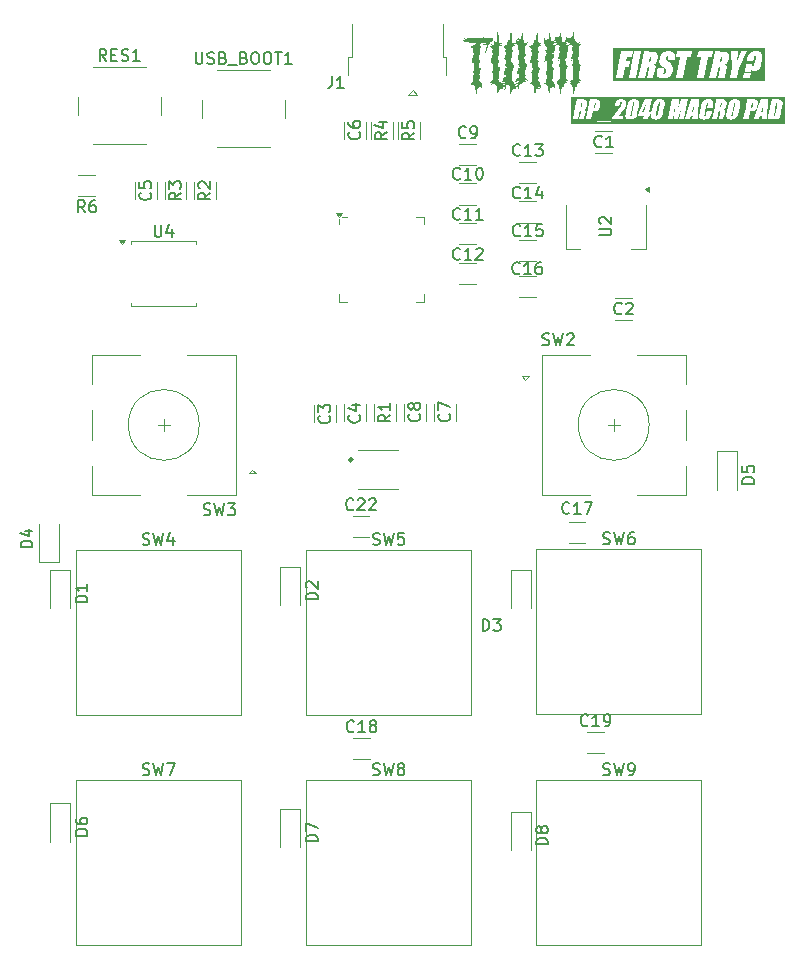
<source format=gbr>
%TF.GenerationSoftware,KiCad,Pcbnew,8.0.5*%
%TF.CreationDate,2025-01-09T16:38:30+01:00*%
%TF.ProjectId,rp2040_pad,72703230-3430-45f7-9061-642e6b696361,rev?*%
%TF.SameCoordinates,Original*%
%TF.FileFunction,Legend,Top*%
%TF.FilePolarity,Positive*%
%FSLAX46Y46*%
G04 Gerber Fmt 4.6, Leading zero omitted, Abs format (unit mm)*
G04 Created by KiCad (PCBNEW 8.0.5) date 2025-01-09 16:38:30*
%MOMM*%
%LPD*%
G01*
G04 APERTURE LIST*
%ADD10C,0.200000*%
%ADD11C,0.150000*%
%ADD12C,0.000000*%
%ADD13C,0.120000*%
%ADD14C,0.250000*%
G04 APERTURE END LIST*
D10*
G36*
X147105687Y-36719476D02*
G01*
X147106215Y-36733627D01*
X147096667Y-36807633D01*
X147082606Y-36880676D01*
X146907484Y-37723314D01*
X146905887Y-37730919D01*
X146887675Y-37808336D01*
X146862421Y-37878653D01*
X146804535Y-37910526D01*
X146762404Y-37885980D01*
X146761946Y-37862432D01*
X146772525Y-37787900D01*
X146786584Y-37715621D01*
X146959141Y-36885806D01*
X146962501Y-36870017D01*
X146979960Y-36796690D01*
X147006036Y-36723872D01*
X147064654Y-36691266D01*
X147105687Y-36719476D01*
G37*
G36*
X149278960Y-36719476D02*
G01*
X149279488Y-36733627D01*
X149269939Y-36807633D01*
X149255879Y-36880676D01*
X149080757Y-37723314D01*
X149079160Y-37730919D01*
X149060948Y-37808336D01*
X149035694Y-37878653D01*
X148977808Y-37910526D01*
X148935676Y-37885980D01*
X148935219Y-37862432D01*
X148945798Y-37787900D01*
X148959856Y-37715621D01*
X149132414Y-36885806D01*
X149135774Y-36870017D01*
X149153232Y-36796690D01*
X149179309Y-36723872D01*
X149237927Y-36691266D01*
X149278960Y-36719476D01*
G37*
G36*
X155630983Y-36764173D02*
G01*
X155626952Y-36825108D01*
X155613032Y-36901926D01*
X155456960Y-37651873D01*
X155451496Y-37677710D01*
X155433168Y-37756138D01*
X155408967Y-37829193D01*
X155354745Y-37863632D01*
X155318475Y-37836521D01*
X155318450Y-37819117D01*
X155329022Y-37745578D01*
X155344120Y-37669092D01*
X155502756Y-36906322D01*
X155519695Y-36833597D01*
X155548185Y-36760875D01*
X155596179Y-36738161D01*
X155630983Y-36764173D01*
G37*
G36*
X142621349Y-36761628D02*
G01*
X142695027Y-36782491D01*
X142704056Y-36803168D01*
X142698691Y-36877745D01*
X142679274Y-36970436D01*
X142664626Y-37028446D01*
X142627616Y-37095366D01*
X142617955Y-37100538D01*
X142544452Y-37113318D01*
X142617725Y-36761608D01*
X142621349Y-36761628D01*
G37*
G36*
X143759856Y-36761795D02*
G01*
X143832588Y-36782857D01*
X143841253Y-36809559D01*
X143833688Y-36883607D01*
X143805478Y-37019528D01*
X143794565Y-37064296D01*
X143761147Y-37134200D01*
X143754215Y-37140297D01*
X143681646Y-37160212D01*
X143664794Y-37159846D01*
X143747592Y-36761608D01*
X143759856Y-36761795D01*
G37*
G36*
X147942096Y-37535369D02*
G01*
X147790422Y-37535369D01*
X148099267Y-36837079D01*
X147942096Y-37535369D01*
G37*
G36*
X152174504Y-36871062D02*
G01*
X152162194Y-36949491D01*
X152150637Y-37025253D01*
X152136401Y-37122122D01*
X152123504Y-37214251D01*
X152111946Y-37301640D01*
X152101728Y-37384290D01*
X152092849Y-37462200D01*
X152085310Y-37535369D01*
X151966242Y-37535369D01*
X151982694Y-37477186D01*
X152007541Y-37391770D01*
X152030846Y-37313288D01*
X152057195Y-37225784D01*
X152078956Y-37154236D01*
X152102430Y-37077613D01*
X152127617Y-36995915D01*
X152154516Y-36909143D01*
X152183129Y-36817295D01*
X152174504Y-36871062D01*
G37*
G36*
X154418279Y-36761628D02*
G01*
X154491957Y-36782491D01*
X154500985Y-36803168D01*
X154495621Y-36877745D01*
X154476203Y-36970436D01*
X154461556Y-37028446D01*
X154424546Y-37095366D01*
X154414884Y-37100538D01*
X154341381Y-37113318D01*
X154414654Y-36761608D01*
X154418279Y-36761628D01*
G37*
G36*
X157073533Y-36761795D02*
G01*
X157146266Y-36782857D01*
X157154931Y-36809559D01*
X157147365Y-36883607D01*
X157119155Y-37019528D01*
X157108243Y-37064296D01*
X157074825Y-37134200D01*
X157067893Y-37140297D01*
X156995324Y-37160212D01*
X156978471Y-37159846D01*
X157061270Y-36761608D01*
X157073533Y-36761795D01*
G37*
G36*
X158049521Y-36871062D02*
G01*
X158037211Y-36949491D01*
X158025655Y-37025253D01*
X158011418Y-37122122D01*
X157998521Y-37214251D01*
X157986963Y-37301640D01*
X157976745Y-37384290D01*
X157967867Y-37462200D01*
X157960327Y-37535369D01*
X157841259Y-37535369D01*
X157857711Y-37477186D01*
X157882559Y-37391770D01*
X157905863Y-37313288D01*
X157932213Y-37225784D01*
X157953973Y-37154236D01*
X157977447Y-37077613D01*
X158002634Y-36995915D01*
X158029534Y-36909143D01*
X158058147Y-36817295D01*
X158049521Y-36871062D01*
G37*
G36*
X159201936Y-36774064D02*
G01*
X159220621Y-36814731D01*
X159211776Y-36882909D01*
X159197540Y-36955415D01*
X159062351Y-37606078D01*
X159051680Y-37654519D01*
X159031573Y-37732243D01*
X159001168Y-37805746D01*
X158977709Y-37825353D01*
X158903349Y-37840184D01*
X159127564Y-36761608D01*
X159201936Y-36774064D01*
G37*
G36*
X159843179Y-38569587D02*
G01*
X141715398Y-38569587D01*
X141715398Y-38402920D01*
X143915387Y-38402920D01*
X145103506Y-38402920D01*
X145127686Y-38285683D01*
X143939567Y-38285683D01*
X143915387Y-38402920D01*
X141715398Y-38402920D01*
X141715398Y-38145000D01*
X141882065Y-38145000D01*
X142330129Y-38145000D01*
X142486200Y-37394685D01*
X142498939Y-37394921D01*
X142568632Y-37421430D01*
X142570489Y-37427287D01*
X142567294Y-37500703D01*
X142553244Y-37577868D01*
X142435275Y-38145000D01*
X142853297Y-38145000D01*
X143011933Y-38145000D01*
X143459996Y-38145000D01*
X145194731Y-38145000D01*
X146114305Y-38145000D01*
X146167794Y-37887079D01*
X145732187Y-37887079D01*
X145750547Y-37865464D01*
X146349511Y-37865464D01*
X146351272Y-37880793D01*
X146369642Y-37955701D01*
X146401168Y-38023000D01*
X146416202Y-38045495D01*
X146470859Y-38098109D01*
X146538189Y-38133276D01*
X146549991Y-38137535D01*
X146622629Y-38156048D01*
X146700010Y-38165665D01*
X146778890Y-38168447D01*
X146841232Y-38165810D01*
X146914359Y-38155424D01*
X146990282Y-38135108D01*
X147044298Y-38112993D01*
X147111900Y-38073048D01*
X147169434Y-38025931D01*
X147202823Y-37992066D01*
X147250600Y-37931564D01*
X147288869Y-37862533D01*
X147297562Y-37840184D01*
X147394748Y-37840184D01*
X147878715Y-37840184D01*
X147815334Y-38145000D01*
X148246179Y-38145000D01*
X148304303Y-37865464D01*
X148522784Y-37865464D01*
X148524545Y-37880793D01*
X148542915Y-37955701D01*
X148574441Y-38023000D01*
X148589475Y-38045495D01*
X148644132Y-38098109D01*
X148711461Y-38133276D01*
X148723264Y-38137535D01*
X148795902Y-38156048D01*
X148873282Y-38165665D01*
X148952163Y-38168447D01*
X149014505Y-38165810D01*
X149087632Y-38155424D01*
X149126588Y-38145000D01*
X149946475Y-38145000D01*
X150341050Y-38145000D01*
X150560502Y-37032718D01*
X150475505Y-38145000D01*
X150759438Y-38145000D01*
X151133129Y-37009270D01*
X150885101Y-38145000D01*
X151279675Y-38145000D01*
X151352581Y-38145000D01*
X151817498Y-38145000D01*
X151905792Y-37840184D01*
X152035851Y-37840184D01*
X151993719Y-38145000D01*
X152452407Y-38145000D01*
X152472282Y-37824771D01*
X152592571Y-37824771D01*
X152595655Y-37903932D01*
X152596665Y-37911619D01*
X152617073Y-37982745D01*
X152661175Y-38048918D01*
X152720952Y-38098105D01*
X152789448Y-38132108D01*
X152860843Y-38152991D01*
X152942130Y-38165081D01*
X153021371Y-38168447D01*
X153044062Y-38168122D01*
X153120959Y-38161868D01*
X153193928Y-38147656D01*
X153201959Y-38145000D01*
X153678995Y-38145000D01*
X154127058Y-38145000D01*
X154283129Y-37394685D01*
X154295869Y-37394921D01*
X154365561Y-37421430D01*
X154367418Y-37427287D01*
X154364224Y-37500703D01*
X154350174Y-37577868D01*
X154232205Y-38145000D01*
X154650226Y-38145000D01*
X154711975Y-37847924D01*
X154880211Y-37847924D01*
X154891821Y-37921117D01*
X154919504Y-37990394D01*
X154946478Y-38032274D01*
X154998788Y-38084532D01*
X155065317Y-38124117D01*
X155071511Y-38126844D01*
X155144177Y-38151130D01*
X155217450Y-38164118D01*
X155297592Y-38168447D01*
X155323617Y-38168038D01*
X155399103Y-38161904D01*
X155478423Y-38146455D01*
X155482842Y-38145000D01*
X156325610Y-38145000D01*
X156773674Y-38145000D01*
X157227599Y-38145000D01*
X157692515Y-38145000D01*
X157780809Y-37840184D01*
X157910868Y-37840184D01*
X157868736Y-38145000D01*
X158327424Y-38145000D01*
X158391905Y-38145000D01*
X158941085Y-38145000D01*
X159021694Y-38143637D01*
X159097801Y-38138929D01*
X159175558Y-38127780D01*
X159180600Y-38126655D01*
X159251853Y-38103509D01*
X159318806Y-38065865D01*
X159322697Y-38063062D01*
X159378236Y-38009458D01*
X159418824Y-37944232D01*
X159445641Y-37873388D01*
X159466558Y-37799949D01*
X159485837Y-37720551D01*
X159503087Y-37641249D01*
X159623988Y-37058363D01*
X159641011Y-36974635D01*
X159656671Y-36890691D01*
X159669030Y-36812873D01*
X159676378Y-36737428D01*
X159676512Y-36727087D01*
X159665661Y-36652995D01*
X159633879Y-36585020D01*
X159614869Y-36560458D01*
X159554081Y-36514066D01*
X159483670Y-36486468D01*
X159454281Y-36479513D01*
X159376337Y-36468385D01*
X159301109Y-36462473D01*
X159227439Y-36459140D01*
X159143787Y-36457257D01*
X159069678Y-36456793D01*
X158742882Y-36456793D01*
X158455276Y-37840184D01*
X158391905Y-38145000D01*
X158327424Y-38145000D01*
X158432205Y-36456793D01*
X157797662Y-36456793D01*
X157433455Y-37535369D01*
X157227599Y-38145000D01*
X156773674Y-38145000D01*
X156915090Y-37465027D01*
X157019504Y-37465027D01*
X157037007Y-37464873D01*
X157111446Y-37460352D01*
X157185864Y-37447987D01*
X157257641Y-37425460D01*
X157286800Y-37412131D01*
X157351562Y-37369522D01*
X157403454Y-37310788D01*
X157415475Y-37290690D01*
X157445936Y-37221782D01*
X157468025Y-37150527D01*
X157485519Y-37075949D01*
X157515561Y-36932334D01*
X157531207Y-36850861D01*
X157542270Y-36775156D01*
X157546702Y-36700059D01*
X157538408Y-36637448D01*
X157507135Y-36568900D01*
X157504725Y-36565469D01*
X157447990Y-36515242D01*
X157378907Y-36485369D01*
X157348571Y-36477137D01*
X157275556Y-36464858D01*
X157195771Y-36458579D01*
X157113660Y-36456793D01*
X156676587Y-36456793D01*
X156530423Y-37159846D01*
X156325610Y-38145000D01*
X155482842Y-38145000D01*
X155552948Y-38121919D01*
X155567280Y-38115944D01*
X155634779Y-38081304D01*
X155695336Y-38038721D01*
X155748953Y-37988196D01*
X155794555Y-37932017D01*
X155834222Y-37866337D01*
X155862892Y-37796587D01*
X155876163Y-37752271D01*
X155895820Y-37677556D01*
X155914862Y-37597529D01*
X155932550Y-37518051D01*
X155948255Y-37444145D01*
X156006507Y-37162777D01*
X156016081Y-37116427D01*
X156032911Y-37031668D01*
X156046649Y-36957497D01*
X156058771Y-36884344D01*
X156068789Y-36804839D01*
X156069819Y-36753891D01*
X156058055Y-36680819D01*
X156030321Y-36611765D01*
X156003507Y-36569725D01*
X155951352Y-36517312D01*
X155884874Y-36477676D01*
X155878703Y-36474948D01*
X155806289Y-36450662D01*
X155733245Y-36437675D01*
X155653332Y-36433346D01*
X155627172Y-36433755D01*
X155551322Y-36439889D01*
X155471667Y-36455338D01*
X155396877Y-36479874D01*
X155382587Y-36485850D01*
X155315218Y-36520540D01*
X155254646Y-36563245D01*
X155200872Y-36613963D01*
X155155305Y-36670141D01*
X155115761Y-36735822D01*
X155087299Y-36805572D01*
X155074153Y-36849763D01*
X155054621Y-36924352D01*
X155035652Y-37004307D01*
X155017998Y-37083751D01*
X155002302Y-37157648D01*
X154944050Y-37439016D01*
X154934473Y-37485365D01*
X154917617Y-37570124D01*
X154903827Y-37644296D01*
X154891613Y-37717448D01*
X154881402Y-37796953D01*
X154880884Y-37819117D01*
X154880211Y-37847924D01*
X154711975Y-37847924D01*
X154743283Y-37697302D01*
X154745873Y-37684769D01*
X154761624Y-37605574D01*
X154775744Y-37525699D01*
X154783949Y-37447442D01*
X154778437Y-37410880D01*
X154748412Y-37343761D01*
X154719097Y-37306890D01*
X154653524Y-37270854D01*
X154668619Y-37268868D01*
X154739459Y-37242609D01*
X154798604Y-37193551D01*
X154829195Y-37150595D01*
X154860107Y-37083220D01*
X154884470Y-37006398D01*
X154903384Y-36926106D01*
X154906131Y-36912640D01*
X154918736Y-36836597D01*
X154925042Y-36758168D01*
X154921173Y-36682101D01*
X154899720Y-36607369D01*
X154871854Y-36561298D01*
X154816916Y-36510397D01*
X154746214Y-36481339D01*
X154671713Y-36469474D01*
X154592249Y-36462930D01*
X154509152Y-36459190D01*
X154429337Y-36457392D01*
X154339916Y-36456793D01*
X154029972Y-36456793D01*
X153893481Y-37113318D01*
X153678995Y-38145000D01*
X153201959Y-38145000D01*
X153272513Y-38121667D01*
X153345969Y-38085282D01*
X153388370Y-38058631D01*
X153447801Y-38013236D01*
X153502290Y-37958117D01*
X153547470Y-37891842D01*
X153576825Y-37827156D01*
X153601984Y-37755190D01*
X153623159Y-37682092D01*
X153643973Y-37598458D01*
X153661043Y-37520715D01*
X153677529Y-37441580D01*
X153229466Y-37441580D01*
X153184036Y-37660666D01*
X153178815Y-37685253D01*
X153160825Y-37760032D01*
X153135310Y-37830293D01*
X153074494Y-37863632D01*
X153029797Y-37833224D01*
X153034692Y-37761439D01*
X153048482Y-37685945D01*
X153206385Y-36927571D01*
X153207959Y-36920032D01*
X153225957Y-36843019D01*
X153251081Y-36771866D01*
X153316660Y-36738161D01*
X153359159Y-36763073D01*
X153354465Y-36831710D01*
X153340108Y-36908886D01*
X153278192Y-37207107D01*
X153726256Y-37207107D01*
X153760694Y-37041877D01*
X153763631Y-37027476D01*
X153778623Y-36945989D01*
X153790417Y-36861567D01*
X153796381Y-36779123D01*
X153792568Y-36697128D01*
X153770568Y-36624175D01*
X153726230Y-36559966D01*
X153666538Y-36509183D01*
X153598104Y-36472523D01*
X153526519Y-36450009D01*
X153444815Y-36436975D01*
X153365020Y-36433346D01*
X153330279Y-36434101D01*
X153254580Y-36441327D01*
X153182301Y-36456203D01*
X153106001Y-36481706D01*
X153098644Y-36484740D01*
X153029321Y-36518944D01*
X152967726Y-36560160D01*
X152908897Y-36613597D01*
X152872489Y-36655958D01*
X152829041Y-36721045D01*
X152798988Y-36787986D01*
X152785243Y-36831749D01*
X152764635Y-36908743D01*
X152747325Y-36982599D01*
X152731577Y-37056165D01*
X152631559Y-37536102D01*
X152619939Y-37595224D01*
X152606329Y-37676866D01*
X152597304Y-37750059D01*
X152592571Y-37824771D01*
X152472282Y-37824771D01*
X152557187Y-36456793D01*
X151922644Y-36456793D01*
X151558437Y-37535369D01*
X151352581Y-38145000D01*
X151279675Y-38145000D01*
X151630652Y-36456793D01*
X151054727Y-36456793D01*
X150804867Y-37245942D01*
X150846266Y-36820593D01*
X150849074Y-36782720D01*
X150855024Y-36697381D01*
X150860134Y-36616285D01*
X150864401Y-36539431D01*
X150868248Y-36456793D01*
X150297452Y-36456793D01*
X149946475Y-38145000D01*
X149126588Y-38145000D01*
X149163555Y-38135108D01*
X149217570Y-38112993D01*
X149285173Y-38073048D01*
X149342707Y-38025931D01*
X149376096Y-37992066D01*
X149423873Y-37931564D01*
X149462142Y-37862533D01*
X149481559Y-37812616D01*
X149503404Y-37741351D01*
X149522821Y-37664574D01*
X149539811Y-37587027D01*
X149654117Y-37037114D01*
X149663373Y-36991524D01*
X149676514Y-36919346D01*
X149687691Y-36840766D01*
X149692585Y-36760875D01*
X149692340Y-36749950D01*
X149680743Y-36672209D01*
X149651919Y-36601873D01*
X149634870Y-36576006D01*
X149578961Y-36521760D01*
X149513066Y-36482072D01*
X149500599Y-36476172D01*
X149426705Y-36450524D01*
X149351715Y-36437200D01*
X149277861Y-36433346D01*
X149196505Y-36437696D01*
X149119500Y-36450748D01*
X149046845Y-36472501D01*
X148978541Y-36502955D01*
X148938883Y-36525826D01*
X148875929Y-36572628D01*
X148823813Y-36626676D01*
X148782536Y-36687969D01*
X148763009Y-36726797D01*
X148733402Y-36800419D01*
X148709149Y-36876446D01*
X148689588Y-36950236D01*
X148671161Y-37031985D01*
X148551727Y-37607543D01*
X148545247Y-37639692D01*
X148531777Y-37717361D01*
X148523248Y-37790725D01*
X148522803Y-37862432D01*
X148522784Y-37865464D01*
X148304303Y-37865464D01*
X148309560Y-37840184D01*
X148425331Y-37840184D01*
X148488712Y-37535369D01*
X148372941Y-37535369D01*
X148597156Y-36456793D01*
X148036618Y-36456793D01*
X147460772Y-37535369D01*
X147456664Y-37543063D01*
X147394748Y-37840184D01*
X147297562Y-37840184D01*
X147308286Y-37812616D01*
X147330131Y-37741351D01*
X147349548Y-37664574D01*
X147366538Y-37587027D01*
X147480844Y-37037114D01*
X147490100Y-36991524D01*
X147503241Y-36919346D01*
X147514418Y-36840766D01*
X147519312Y-36760875D01*
X147519067Y-36749950D01*
X147507470Y-36672209D01*
X147478646Y-36601873D01*
X147461597Y-36576006D01*
X147405688Y-36521760D01*
X147339794Y-36482072D01*
X147327326Y-36476172D01*
X147253432Y-36450524D01*
X147178442Y-36437200D01*
X147104588Y-36433346D01*
X147023232Y-36437696D01*
X146946227Y-36450748D01*
X146873572Y-36472501D01*
X146805268Y-36502955D01*
X146765610Y-36525826D01*
X146702656Y-36572628D01*
X146650540Y-36626676D01*
X146609263Y-36687969D01*
X146589736Y-36726797D01*
X146560129Y-36800419D01*
X146535876Y-36876446D01*
X146516316Y-36950236D01*
X146497889Y-37031985D01*
X146378454Y-37607543D01*
X146371974Y-37639692D01*
X146358504Y-37717361D01*
X146349975Y-37790725D01*
X146349530Y-37862432D01*
X146349511Y-37865464D01*
X145750547Y-37865464D01*
X145785568Y-37824235D01*
X145836349Y-37764112D01*
X145884532Y-37706712D01*
X145951933Y-37625715D01*
X146013486Y-37550843D01*
X146069192Y-37482094D01*
X146119051Y-37419471D01*
X146176433Y-37345500D01*
X146223419Y-37282416D01*
X146274406Y-37208206D01*
X146287261Y-37187617D01*
X146327697Y-37116568D01*
X146361051Y-37047097D01*
X146390498Y-36969634D01*
X146410694Y-36894232D01*
X146415309Y-36869587D01*
X146422650Y-36787544D01*
X146416281Y-36712057D01*
X146392215Y-36633816D01*
X146350244Y-36564138D01*
X146298815Y-36513175D01*
X146233326Y-36474729D01*
X146153778Y-36448801D01*
X146074403Y-36436539D01*
X146000366Y-36433346D01*
X145924016Y-36437281D01*
X145846147Y-36450701D01*
X145774685Y-36473646D01*
X145726852Y-36496017D01*
X145661198Y-36538589D01*
X145602861Y-36591981D01*
X145576989Y-36621459D01*
X145534056Y-36680879D01*
X145498813Y-36750983D01*
X145475818Y-36819471D01*
X145455373Y-36896371D01*
X145439096Y-36969337D01*
X145423709Y-37042976D01*
X145812055Y-37042976D01*
X145847958Y-36871151D01*
X145867498Y-36794008D01*
X145898883Y-36726071D01*
X145900658Y-36723929D01*
X145967759Y-36691266D01*
X146019417Y-36721308D01*
X146024977Y-36743576D01*
X146018318Y-36818761D01*
X146003320Y-36868976D01*
X145972926Y-36936470D01*
X145933891Y-37006245D01*
X145890457Y-37074849D01*
X145845810Y-37139455D01*
X145794765Y-37209983D01*
X145747540Y-37273871D01*
X145692652Y-37347181D01*
X145630100Y-37429912D01*
X145584142Y-37490301D01*
X145534777Y-37554877D01*
X145482006Y-37623640D01*
X145425829Y-37696591D01*
X145366247Y-37773729D01*
X145303258Y-37855055D01*
X145236863Y-37940568D01*
X145194731Y-38145000D01*
X143459996Y-38145000D01*
X143601413Y-37465027D01*
X143705826Y-37465027D01*
X143723329Y-37464873D01*
X143797769Y-37460352D01*
X143872187Y-37447987D01*
X143943963Y-37425460D01*
X143973122Y-37412131D01*
X144037884Y-37369522D01*
X144089776Y-37310788D01*
X144101798Y-37290690D01*
X144132259Y-37221782D01*
X144154348Y-37150527D01*
X144171842Y-37075949D01*
X144201884Y-36932334D01*
X144217530Y-36850861D01*
X144228592Y-36775156D01*
X144233025Y-36700059D01*
X144224730Y-36637448D01*
X144193457Y-36568900D01*
X144191047Y-36565469D01*
X144134312Y-36515242D01*
X144065230Y-36485369D01*
X144034894Y-36477137D01*
X143961879Y-36464858D01*
X143882093Y-36458579D01*
X143799982Y-36456793D01*
X143362909Y-36456793D01*
X143216745Y-37159846D01*
X143011933Y-38145000D01*
X142853297Y-38145000D01*
X142946353Y-37697302D01*
X142948944Y-37684769D01*
X142964694Y-37605574D01*
X142978814Y-37525699D01*
X142987020Y-37447442D01*
X142981507Y-37410880D01*
X142951482Y-37343761D01*
X142922168Y-37306890D01*
X142856594Y-37270854D01*
X142871689Y-37268868D01*
X142942529Y-37242609D01*
X143001674Y-37193551D01*
X143032266Y-37150595D01*
X143063178Y-37083220D01*
X143087541Y-37006398D01*
X143106454Y-36926106D01*
X143109202Y-36912640D01*
X143121807Y-36836597D01*
X143128113Y-36758168D01*
X143124243Y-36682101D01*
X143102791Y-36607369D01*
X143074924Y-36561298D01*
X143019987Y-36510397D01*
X142949284Y-36481339D01*
X142874783Y-36469474D01*
X142795320Y-36462930D01*
X142712222Y-36459190D01*
X142632407Y-36457392D01*
X142542986Y-36456793D01*
X142233042Y-36456793D01*
X142096551Y-37113318D01*
X141882065Y-38145000D01*
X141715398Y-38145000D01*
X141715398Y-36266679D01*
X159843179Y-36266679D01*
X159843179Y-38569587D01*
G37*
G36*
X148413904Y-32815505D02*
G01*
X148512142Y-32843321D01*
X148524179Y-32870891D01*
X148517027Y-32970327D01*
X148491137Y-33093914D01*
X148471607Y-33171261D01*
X148422260Y-33260488D01*
X148409378Y-33267384D01*
X148311374Y-33284424D01*
X148409071Y-32815478D01*
X148413904Y-32815505D01*
G37*
G36*
X154439864Y-32815505D02*
G01*
X154538101Y-32843321D01*
X154550139Y-32870891D01*
X154542986Y-32970327D01*
X154517096Y-33093914D01*
X154497567Y-33171261D01*
X154448220Y-33260488D01*
X154435338Y-33267384D01*
X154337334Y-33284424D01*
X154435031Y-32815478D01*
X154439864Y-32815505D01*
G37*
G36*
X158169465Y-34913485D02*
G01*
X145287198Y-34913485D01*
X145287198Y-34660000D01*
X145509420Y-34660000D01*
X146106838Y-34660000D01*
X146623168Y-34660000D01*
X147220586Y-34660000D01*
X147428192Y-34660000D01*
X148025610Y-34660000D01*
X148233705Y-33659581D01*
X148250691Y-33659894D01*
X148343614Y-33695240D01*
X148346090Y-33703050D01*
X148341831Y-33800938D01*
X148323098Y-33903824D01*
X148165806Y-34660000D01*
X148723168Y-34660000D01*
X148804404Y-34269169D01*
X149010098Y-34269169D01*
X149016748Y-34368374D01*
X149047193Y-34459484D01*
X149106961Y-34538704D01*
X149186741Y-34600404D01*
X149255135Y-34635807D01*
X149355024Y-34668548D01*
X149455102Y-34685584D01*
X149565806Y-34691263D01*
X149643337Y-34688584D01*
X149742866Y-34676677D01*
X149814683Y-34660000D01*
X150620446Y-34660000D01*
X151217864Y-34660000D01*
X152402442Y-34660000D01*
X152999860Y-34660000D01*
X153454152Y-34660000D01*
X154051570Y-34660000D01*
X154259665Y-33659581D01*
X154276650Y-33659894D01*
X154369574Y-33695240D01*
X154372050Y-33703050D01*
X154367791Y-33800938D01*
X154349057Y-33903824D01*
X154191765Y-34660000D01*
X154749127Y-34660000D01*
X155229797Y-34660000D01*
X155785694Y-34660000D01*
X156321563Y-34660000D01*
X156860362Y-34660000D01*
X156957571Y-34191053D01*
X156418771Y-34191053D01*
X156321563Y-34660000D01*
X155785694Y-34660000D01*
X155896072Y-34128527D01*
X156431960Y-34128527D01*
X156970760Y-34128527D01*
X157015212Y-33915059D01*
X157074014Y-33987988D01*
X157167502Y-34025271D01*
X157272156Y-34034738D01*
X157367659Y-34026199D01*
X157467643Y-33997081D01*
X157562316Y-33947299D01*
X157624507Y-33901870D01*
X157700046Y-33827315D01*
X157754291Y-33745066D01*
X157761542Y-33730434D01*
X157798694Y-33639864D01*
X157828461Y-33542701D01*
X157851988Y-33443182D01*
X157908164Y-33171584D01*
X157917140Y-33126909D01*
X157935703Y-33018732D01*
X157947243Y-32916083D01*
X157947243Y-32810593D01*
X157943717Y-32781642D01*
X157920075Y-32684042D01*
X157878855Y-32592240D01*
X157859597Y-32561597D01*
X157789179Y-32487599D01*
X157702023Y-32434459D01*
X157613059Y-32402198D01*
X157511396Y-32383328D01*
X157407955Y-32377794D01*
X157392965Y-32377897D01*
X157291482Y-32384389D01*
X157182885Y-32404173D01*
X157082165Y-32437145D01*
X156989323Y-32483307D01*
X156946580Y-32510235D01*
X156862019Y-32574841D01*
X156793531Y-32645011D01*
X156736287Y-32729504D01*
X156708083Y-32788580D01*
X156671065Y-32887010D01*
X156639225Y-32991569D01*
X156612343Y-33094884D01*
X156590230Y-33190635D01*
X157165666Y-33190635D01*
X157193998Y-33054347D01*
X157200852Y-33022167D01*
X157224145Y-32924009D01*
X157256036Y-32830621D01*
X157334193Y-32784214D01*
X157377669Y-32816943D01*
X157377318Y-32865765D01*
X157360572Y-32964954D01*
X157286322Y-33323014D01*
X157273282Y-33384015D01*
X157249564Y-33482762D01*
X157216468Y-33579469D01*
X157131960Y-33628318D01*
X157086588Y-33573210D01*
X157094836Y-33472002D01*
X156568248Y-33472002D01*
X156431960Y-34128527D01*
X155896072Y-34128527D01*
X155954710Y-33846182D01*
X156672295Y-32409057D01*
X156116399Y-32409057D01*
X156102591Y-32442105D01*
X156062543Y-32539208D01*
X156024556Y-32633255D01*
X155977112Y-32753896D01*
X155933331Y-32869102D01*
X155893214Y-32978874D01*
X155856761Y-33083212D01*
X155823971Y-33182115D01*
X155788136Y-33298101D01*
X155791005Y-33283924D01*
X155806896Y-33180426D01*
X155818407Y-33070040D01*
X155826482Y-32965931D01*
X155833550Y-32847779D01*
X155838190Y-32749948D01*
X155842263Y-32644217D01*
X155845769Y-32530587D01*
X155848709Y-32409057D01*
X155295743Y-32409057D01*
X155400279Y-33839832D01*
X155229797Y-34660000D01*
X154749127Y-34660000D01*
X154873203Y-34063070D01*
X154876657Y-34046359D01*
X154897657Y-33940765D01*
X154916484Y-33834265D01*
X154927424Y-33729923D01*
X154920074Y-33681173D01*
X154880041Y-33591681D01*
X154840955Y-33542520D01*
X154753524Y-33494473D01*
X154773651Y-33491824D01*
X154868104Y-33456812D01*
X154946964Y-33391402D01*
X154987752Y-33334127D01*
X155028968Y-33244294D01*
X155061453Y-33141864D01*
X155086671Y-33034808D01*
X155090334Y-33016854D01*
X155107140Y-32915463D01*
X155115549Y-32810890D01*
X155110389Y-32709468D01*
X155081786Y-32609825D01*
X155044631Y-32548398D01*
X154971381Y-32480529D01*
X154877110Y-32441786D01*
X154777776Y-32425965D01*
X154671824Y-32417240D01*
X154561028Y-32412254D01*
X154454608Y-32409856D01*
X154335380Y-32409057D01*
X153922121Y-32409057D01*
X153740133Y-33284424D01*
X153454152Y-34660000D01*
X152999860Y-34660000D01*
X153370132Y-32878004D01*
X153706210Y-32878004D01*
X153803907Y-32409057D01*
X152535799Y-32409057D01*
X152438101Y-32878004D01*
X152772714Y-32878004D01*
X152402442Y-34660000D01*
X151217864Y-34660000D01*
X151588136Y-32878004D01*
X151924214Y-32878004D01*
X152021912Y-32409057D01*
X150753803Y-32409057D01*
X150656106Y-32878004D01*
X150990718Y-32878004D01*
X150620446Y-34660000D01*
X149814683Y-34660000D01*
X149849581Y-34651896D01*
X149950732Y-34615059D01*
X149972220Y-34605327D01*
X150059705Y-34557946D01*
X150139237Y-34498412D01*
X150205233Y-34424549D01*
X150243121Y-34359978D01*
X150281147Y-34269015D01*
X150310861Y-34171875D01*
X150333705Y-34074305D01*
X150345304Y-34014594D01*
X150361161Y-33904547D01*
X150367229Y-33807002D01*
X150360092Y-33696391D01*
X150331263Y-33598520D01*
X150309945Y-33560052D01*
X150242717Y-33474323D01*
X150170778Y-33402332D01*
X150096739Y-33337302D01*
X150009892Y-33267693D01*
X149931193Y-33208709D01*
X149866156Y-33157441D01*
X149804187Y-33080725D01*
X149796819Y-33032651D01*
X149808094Y-32932226D01*
X149813490Y-32909261D01*
X149854989Y-32819874D01*
X149929239Y-32784214D01*
X149976622Y-32809127D01*
X149979574Y-32847048D01*
X149964410Y-32944438D01*
X149926308Y-33128108D01*
X150483670Y-33128108D01*
X150504187Y-33027480D01*
X150519666Y-32947407D01*
X150534366Y-32847847D01*
X150541312Y-32741343D01*
X150531542Y-32644019D01*
X150510079Y-32588668D01*
X150444077Y-32509530D01*
X150358129Y-32453021D01*
X150290870Y-32423709D01*
X150193265Y-32396601D01*
X150095996Y-32382496D01*
X149988834Y-32377794D01*
X149925970Y-32379428D01*
X149818345Y-32390604D01*
X149717830Y-32412367D01*
X149624424Y-32444717D01*
X149531621Y-32491648D01*
X149445076Y-32555063D01*
X149374808Y-32630830D01*
X149332187Y-32698668D01*
X149289786Y-32795277D01*
X149257027Y-32899187D01*
X149232170Y-33004033D01*
X149217118Y-33089060D01*
X149208686Y-33193310D01*
X149217027Y-33297613D01*
X149245713Y-33394850D01*
X149296650Y-33478841D01*
X149304349Y-33487308D01*
X149378488Y-33556200D01*
X149454278Y-33617968D01*
X149538450Y-33682540D01*
X149610555Y-33737664D01*
X149690125Y-33803762D01*
X149757780Y-33875003D01*
X149771336Y-33910754D01*
X149772137Y-34013723D01*
X149754849Y-34118757D01*
X149746408Y-34153649D01*
X149704047Y-34244298D01*
X149621981Y-34284842D01*
X149563852Y-34256022D01*
X149561287Y-34204120D01*
X149577041Y-34106057D01*
X149637613Y-33815896D01*
X149080251Y-33815896D01*
X149047522Y-33973677D01*
X149032732Y-34050160D01*
X149016757Y-34161123D01*
X149010098Y-34269169D01*
X148804404Y-34269169D01*
X148847243Y-34063070D01*
X148850697Y-34046359D01*
X148871698Y-33940765D01*
X148890524Y-33834265D01*
X148901465Y-33729923D01*
X148894115Y-33681173D01*
X148854082Y-33591681D01*
X148814995Y-33542520D01*
X148727564Y-33494473D01*
X148747691Y-33491824D01*
X148842144Y-33456812D01*
X148921004Y-33391402D01*
X148961793Y-33334127D01*
X149003009Y-33244294D01*
X149035493Y-33141864D01*
X149060711Y-33034808D01*
X149064374Y-33016854D01*
X149081181Y-32915463D01*
X149089589Y-32810890D01*
X149084430Y-32709468D01*
X149055826Y-32609825D01*
X149018671Y-32548398D01*
X148945421Y-32480529D01*
X148851151Y-32441786D01*
X148751816Y-32425965D01*
X148645865Y-32417240D01*
X148535068Y-32412254D01*
X148428648Y-32409856D01*
X148309420Y-32409057D01*
X147896161Y-32409057D01*
X147714173Y-33284424D01*
X147428192Y-34660000D01*
X147220586Y-34660000D01*
X147688555Y-32409057D01*
X147091137Y-32409057D01*
X146623168Y-34660000D01*
X146106838Y-34660000D01*
X146301744Y-33722107D01*
X146651500Y-33722107D01*
X146748709Y-33253161D01*
X146398953Y-33253161D01*
X146477110Y-32878004D01*
X146869853Y-32878004D01*
X146967550Y-32409057D01*
X145977390Y-32409057D01*
X145509420Y-34660000D01*
X145287198Y-34660000D01*
X145287198Y-32155572D01*
X158169465Y-32155572D01*
X158169465Y-34913485D01*
G37*
D11*
X106482095Y-47090819D02*
X106482095Y-47900342D01*
X106482095Y-47900342D02*
X106529714Y-47995580D01*
X106529714Y-47995580D02*
X106577333Y-48043200D01*
X106577333Y-48043200D02*
X106672571Y-48090819D01*
X106672571Y-48090819D02*
X106863047Y-48090819D01*
X106863047Y-48090819D02*
X106958285Y-48043200D01*
X106958285Y-48043200D02*
X107005904Y-47995580D01*
X107005904Y-47995580D02*
X107053523Y-47900342D01*
X107053523Y-47900342D02*
X107053523Y-47090819D01*
X107958285Y-47424152D02*
X107958285Y-48090819D01*
X107720190Y-47043200D02*
X107482095Y-47757485D01*
X107482095Y-47757485D02*
X108101142Y-47757485D01*
X123803580Y-63205666D02*
X123851200Y-63253285D01*
X123851200Y-63253285D02*
X123898819Y-63396142D01*
X123898819Y-63396142D02*
X123898819Y-63491380D01*
X123898819Y-63491380D02*
X123851200Y-63634237D01*
X123851200Y-63634237D02*
X123755961Y-63729475D01*
X123755961Y-63729475D02*
X123660723Y-63777094D01*
X123660723Y-63777094D02*
X123470247Y-63824713D01*
X123470247Y-63824713D02*
X123327390Y-63824713D01*
X123327390Y-63824713D02*
X123136914Y-63777094D01*
X123136914Y-63777094D02*
X123041676Y-63729475D01*
X123041676Y-63729475D02*
X122946438Y-63634237D01*
X122946438Y-63634237D02*
X122898819Y-63491380D01*
X122898819Y-63491380D02*
X122898819Y-63396142D01*
X122898819Y-63396142D02*
X122946438Y-63253285D01*
X122946438Y-63253285D02*
X122994057Y-63205666D01*
X123232152Y-62348523D02*
X123898819Y-62348523D01*
X122851200Y-62586618D02*
X123565485Y-62824713D01*
X123565485Y-62824713D02*
X123565485Y-62205666D01*
X124962667Y-93625200D02*
X125105524Y-93672819D01*
X125105524Y-93672819D02*
X125343619Y-93672819D01*
X125343619Y-93672819D02*
X125438857Y-93625200D01*
X125438857Y-93625200D02*
X125486476Y-93577580D01*
X125486476Y-93577580D02*
X125534095Y-93482342D01*
X125534095Y-93482342D02*
X125534095Y-93387104D01*
X125534095Y-93387104D02*
X125486476Y-93291866D01*
X125486476Y-93291866D02*
X125438857Y-93244247D01*
X125438857Y-93244247D02*
X125343619Y-93196628D01*
X125343619Y-93196628D02*
X125153143Y-93149009D01*
X125153143Y-93149009D02*
X125057905Y-93101390D01*
X125057905Y-93101390D02*
X125010286Y-93053771D01*
X125010286Y-93053771D02*
X124962667Y-92958533D01*
X124962667Y-92958533D02*
X124962667Y-92863295D01*
X124962667Y-92863295D02*
X125010286Y-92768057D01*
X125010286Y-92768057D02*
X125057905Y-92720438D01*
X125057905Y-92720438D02*
X125153143Y-92672819D01*
X125153143Y-92672819D02*
X125391238Y-92672819D01*
X125391238Y-92672819D02*
X125534095Y-92720438D01*
X125867429Y-92672819D02*
X126105524Y-93672819D01*
X126105524Y-93672819D02*
X126296000Y-92958533D01*
X126296000Y-92958533D02*
X126486476Y-93672819D01*
X126486476Y-93672819D02*
X126724572Y-92672819D01*
X127248381Y-93101390D02*
X127153143Y-93053771D01*
X127153143Y-93053771D02*
X127105524Y-93006152D01*
X127105524Y-93006152D02*
X127057905Y-92910914D01*
X127057905Y-92910914D02*
X127057905Y-92863295D01*
X127057905Y-92863295D02*
X127105524Y-92768057D01*
X127105524Y-92768057D02*
X127153143Y-92720438D01*
X127153143Y-92720438D02*
X127248381Y-92672819D01*
X127248381Y-92672819D02*
X127438857Y-92672819D01*
X127438857Y-92672819D02*
X127534095Y-92720438D01*
X127534095Y-92720438D02*
X127581714Y-92768057D01*
X127581714Y-92768057D02*
X127629333Y-92863295D01*
X127629333Y-92863295D02*
X127629333Y-92910914D01*
X127629333Y-92910914D02*
X127581714Y-93006152D01*
X127581714Y-93006152D02*
X127534095Y-93053771D01*
X127534095Y-93053771D02*
X127438857Y-93101390D01*
X127438857Y-93101390D02*
X127248381Y-93101390D01*
X127248381Y-93101390D02*
X127153143Y-93149009D01*
X127153143Y-93149009D02*
X127105524Y-93196628D01*
X127105524Y-93196628D02*
X127057905Y-93291866D01*
X127057905Y-93291866D02*
X127057905Y-93482342D01*
X127057905Y-93482342D02*
X127105524Y-93577580D01*
X127105524Y-93577580D02*
X127153143Y-93625200D01*
X127153143Y-93625200D02*
X127248381Y-93672819D01*
X127248381Y-93672819D02*
X127438857Y-93672819D01*
X127438857Y-93672819D02*
X127534095Y-93625200D01*
X127534095Y-93625200D02*
X127581714Y-93577580D01*
X127581714Y-93577580D02*
X127629333Y-93482342D01*
X127629333Y-93482342D02*
X127629333Y-93291866D01*
X127629333Y-93291866D02*
X127581714Y-93196628D01*
X127581714Y-93196628D02*
X127534095Y-93149009D01*
X127534095Y-93149009D02*
X127438857Y-93101390D01*
X137441142Y-47959580D02*
X137393523Y-48007200D01*
X137393523Y-48007200D02*
X137250666Y-48054819D01*
X137250666Y-48054819D02*
X137155428Y-48054819D01*
X137155428Y-48054819D02*
X137012571Y-48007200D01*
X137012571Y-48007200D02*
X136917333Y-47911961D01*
X136917333Y-47911961D02*
X136869714Y-47816723D01*
X136869714Y-47816723D02*
X136822095Y-47626247D01*
X136822095Y-47626247D02*
X136822095Y-47483390D01*
X136822095Y-47483390D02*
X136869714Y-47292914D01*
X136869714Y-47292914D02*
X136917333Y-47197676D01*
X136917333Y-47197676D02*
X137012571Y-47102438D01*
X137012571Y-47102438D02*
X137155428Y-47054819D01*
X137155428Y-47054819D02*
X137250666Y-47054819D01*
X137250666Y-47054819D02*
X137393523Y-47102438D01*
X137393523Y-47102438D02*
X137441142Y-47150057D01*
X138393523Y-48054819D02*
X137822095Y-48054819D01*
X138107809Y-48054819D02*
X138107809Y-47054819D01*
X138107809Y-47054819D02*
X138012571Y-47197676D01*
X138012571Y-47197676D02*
X137917333Y-47292914D01*
X137917333Y-47292914D02*
X137822095Y-47340533D01*
X139298285Y-47054819D02*
X138822095Y-47054819D01*
X138822095Y-47054819D02*
X138774476Y-47531009D01*
X138774476Y-47531009D02*
X138822095Y-47483390D01*
X138822095Y-47483390D02*
X138917333Y-47435771D01*
X138917333Y-47435771D02*
X139155428Y-47435771D01*
X139155428Y-47435771D02*
X139250666Y-47483390D01*
X139250666Y-47483390D02*
X139298285Y-47531009D01*
X139298285Y-47531009D02*
X139345904Y-47626247D01*
X139345904Y-47626247D02*
X139345904Y-47864342D01*
X139345904Y-47864342D02*
X139298285Y-47959580D01*
X139298285Y-47959580D02*
X139250666Y-48007200D01*
X139250666Y-48007200D02*
X139155428Y-48054819D01*
X139155428Y-48054819D02*
X138917333Y-48054819D01*
X138917333Y-48054819D02*
X138822095Y-48007200D01*
X138822095Y-48007200D02*
X138774476Y-47959580D01*
X134261905Y-81454819D02*
X134261905Y-80454819D01*
X134261905Y-80454819D02*
X134500000Y-80454819D01*
X134500000Y-80454819D02*
X134642857Y-80502438D01*
X134642857Y-80502438D02*
X134738095Y-80597676D01*
X134738095Y-80597676D02*
X134785714Y-80692914D01*
X134785714Y-80692914D02*
X134833333Y-80883390D01*
X134833333Y-80883390D02*
X134833333Y-81026247D01*
X134833333Y-81026247D02*
X134785714Y-81216723D01*
X134785714Y-81216723D02*
X134738095Y-81311961D01*
X134738095Y-81311961D02*
X134642857Y-81407200D01*
X134642857Y-81407200D02*
X134500000Y-81454819D01*
X134500000Y-81454819D02*
X134261905Y-81454819D01*
X135166667Y-80454819D02*
X135785714Y-80454819D01*
X135785714Y-80454819D02*
X135452381Y-80835771D01*
X135452381Y-80835771D02*
X135595238Y-80835771D01*
X135595238Y-80835771D02*
X135690476Y-80883390D01*
X135690476Y-80883390D02*
X135738095Y-80931009D01*
X135738095Y-80931009D02*
X135785714Y-81026247D01*
X135785714Y-81026247D02*
X135785714Y-81264342D01*
X135785714Y-81264342D02*
X135738095Y-81359580D01*
X135738095Y-81359580D02*
X135690476Y-81407200D01*
X135690476Y-81407200D02*
X135595238Y-81454819D01*
X135595238Y-81454819D02*
X135309524Y-81454819D01*
X135309524Y-81454819D02*
X135214286Y-81407200D01*
X135214286Y-81407200D02*
X135166667Y-81359580D01*
X132361142Y-43159580D02*
X132313523Y-43207200D01*
X132313523Y-43207200D02*
X132170666Y-43254819D01*
X132170666Y-43254819D02*
X132075428Y-43254819D01*
X132075428Y-43254819D02*
X131932571Y-43207200D01*
X131932571Y-43207200D02*
X131837333Y-43111961D01*
X131837333Y-43111961D02*
X131789714Y-43016723D01*
X131789714Y-43016723D02*
X131742095Y-42826247D01*
X131742095Y-42826247D02*
X131742095Y-42683390D01*
X131742095Y-42683390D02*
X131789714Y-42492914D01*
X131789714Y-42492914D02*
X131837333Y-42397676D01*
X131837333Y-42397676D02*
X131932571Y-42302438D01*
X131932571Y-42302438D02*
X132075428Y-42254819D01*
X132075428Y-42254819D02*
X132170666Y-42254819D01*
X132170666Y-42254819D02*
X132313523Y-42302438D01*
X132313523Y-42302438D02*
X132361142Y-42350057D01*
X133313523Y-43254819D02*
X132742095Y-43254819D01*
X133027809Y-43254819D02*
X133027809Y-42254819D01*
X133027809Y-42254819D02*
X132932571Y-42397676D01*
X132932571Y-42397676D02*
X132837333Y-42492914D01*
X132837333Y-42492914D02*
X132742095Y-42540533D01*
X133932571Y-42254819D02*
X134027809Y-42254819D01*
X134027809Y-42254819D02*
X134123047Y-42302438D01*
X134123047Y-42302438D02*
X134170666Y-42350057D01*
X134170666Y-42350057D02*
X134218285Y-42445295D01*
X134218285Y-42445295D02*
X134265904Y-42635771D01*
X134265904Y-42635771D02*
X134265904Y-42873866D01*
X134265904Y-42873866D02*
X134218285Y-43064342D01*
X134218285Y-43064342D02*
X134170666Y-43159580D01*
X134170666Y-43159580D02*
X134123047Y-43207200D01*
X134123047Y-43207200D02*
X134027809Y-43254819D01*
X134027809Y-43254819D02*
X133932571Y-43254819D01*
X133932571Y-43254819D02*
X133837333Y-43207200D01*
X133837333Y-43207200D02*
X133789714Y-43159580D01*
X133789714Y-43159580D02*
X133742095Y-43064342D01*
X133742095Y-43064342D02*
X133694476Y-42873866D01*
X133694476Y-42873866D02*
X133694476Y-42635771D01*
X133694476Y-42635771D02*
X133742095Y-42445295D01*
X133742095Y-42445295D02*
X133789714Y-42350057D01*
X133789714Y-42350057D02*
X133837333Y-42302438D01*
X133837333Y-42302438D02*
X133932571Y-42254819D01*
X96140819Y-74398094D02*
X95140819Y-74398094D01*
X95140819Y-74398094D02*
X95140819Y-74159999D01*
X95140819Y-74159999D02*
X95188438Y-74017142D01*
X95188438Y-74017142D02*
X95283676Y-73921904D01*
X95283676Y-73921904D02*
X95378914Y-73874285D01*
X95378914Y-73874285D02*
X95569390Y-73826666D01*
X95569390Y-73826666D02*
X95712247Y-73826666D01*
X95712247Y-73826666D02*
X95902723Y-73874285D01*
X95902723Y-73874285D02*
X95997961Y-73921904D01*
X95997961Y-73921904D02*
X96093200Y-74017142D01*
X96093200Y-74017142D02*
X96140819Y-74159999D01*
X96140819Y-74159999D02*
X96140819Y-74398094D01*
X95474152Y-72969523D02*
X96140819Y-72969523D01*
X95093200Y-73207618D02*
X95807485Y-73445713D01*
X95807485Y-73445713D02*
X95807485Y-72826666D01*
X139322667Y-57231200D02*
X139465524Y-57278819D01*
X139465524Y-57278819D02*
X139703619Y-57278819D01*
X139703619Y-57278819D02*
X139798857Y-57231200D01*
X139798857Y-57231200D02*
X139846476Y-57183580D01*
X139846476Y-57183580D02*
X139894095Y-57088342D01*
X139894095Y-57088342D02*
X139894095Y-56993104D01*
X139894095Y-56993104D02*
X139846476Y-56897866D01*
X139846476Y-56897866D02*
X139798857Y-56850247D01*
X139798857Y-56850247D02*
X139703619Y-56802628D01*
X139703619Y-56802628D02*
X139513143Y-56755009D01*
X139513143Y-56755009D02*
X139417905Y-56707390D01*
X139417905Y-56707390D02*
X139370286Y-56659771D01*
X139370286Y-56659771D02*
X139322667Y-56564533D01*
X139322667Y-56564533D02*
X139322667Y-56469295D01*
X139322667Y-56469295D02*
X139370286Y-56374057D01*
X139370286Y-56374057D02*
X139417905Y-56326438D01*
X139417905Y-56326438D02*
X139513143Y-56278819D01*
X139513143Y-56278819D02*
X139751238Y-56278819D01*
X139751238Y-56278819D02*
X139894095Y-56326438D01*
X140227429Y-56278819D02*
X140465524Y-57278819D01*
X140465524Y-57278819D02*
X140656000Y-56564533D01*
X140656000Y-56564533D02*
X140846476Y-57278819D01*
X140846476Y-57278819D02*
X141084572Y-56278819D01*
X141417905Y-56374057D02*
X141465524Y-56326438D01*
X141465524Y-56326438D02*
X141560762Y-56278819D01*
X141560762Y-56278819D02*
X141798857Y-56278819D01*
X141798857Y-56278819D02*
X141894095Y-56326438D01*
X141894095Y-56326438D02*
X141941714Y-56374057D01*
X141941714Y-56374057D02*
X141989333Y-56469295D01*
X141989333Y-56469295D02*
X141989333Y-56564533D01*
X141989333Y-56564533D02*
X141941714Y-56707390D01*
X141941714Y-56707390D02*
X141370286Y-57278819D01*
X141370286Y-57278819D02*
X141989333Y-57278819D01*
X137441142Y-41157580D02*
X137393523Y-41205200D01*
X137393523Y-41205200D02*
X137250666Y-41252819D01*
X137250666Y-41252819D02*
X137155428Y-41252819D01*
X137155428Y-41252819D02*
X137012571Y-41205200D01*
X137012571Y-41205200D02*
X136917333Y-41109961D01*
X136917333Y-41109961D02*
X136869714Y-41014723D01*
X136869714Y-41014723D02*
X136822095Y-40824247D01*
X136822095Y-40824247D02*
X136822095Y-40681390D01*
X136822095Y-40681390D02*
X136869714Y-40490914D01*
X136869714Y-40490914D02*
X136917333Y-40395676D01*
X136917333Y-40395676D02*
X137012571Y-40300438D01*
X137012571Y-40300438D02*
X137155428Y-40252819D01*
X137155428Y-40252819D02*
X137250666Y-40252819D01*
X137250666Y-40252819D02*
X137393523Y-40300438D01*
X137393523Y-40300438D02*
X137441142Y-40348057D01*
X138393523Y-41252819D02*
X137822095Y-41252819D01*
X138107809Y-41252819D02*
X138107809Y-40252819D01*
X138107809Y-40252819D02*
X138012571Y-40395676D01*
X138012571Y-40395676D02*
X137917333Y-40490914D01*
X137917333Y-40490914D02*
X137822095Y-40538533D01*
X138726857Y-40252819D02*
X139345904Y-40252819D01*
X139345904Y-40252819D02*
X139012571Y-40633771D01*
X139012571Y-40633771D02*
X139155428Y-40633771D01*
X139155428Y-40633771D02*
X139250666Y-40681390D01*
X139250666Y-40681390D02*
X139298285Y-40729009D01*
X139298285Y-40729009D02*
X139345904Y-40824247D01*
X139345904Y-40824247D02*
X139345904Y-41062342D01*
X139345904Y-41062342D02*
X139298285Y-41157580D01*
X139298285Y-41157580D02*
X139250666Y-41205200D01*
X139250666Y-41205200D02*
X139155428Y-41252819D01*
X139155428Y-41252819D02*
X138869714Y-41252819D01*
X138869714Y-41252819D02*
X138774476Y-41205200D01*
X138774476Y-41205200D02*
X138726857Y-41157580D01*
X128470819Y-39282666D02*
X127994628Y-39615999D01*
X128470819Y-39854094D02*
X127470819Y-39854094D01*
X127470819Y-39854094D02*
X127470819Y-39473142D01*
X127470819Y-39473142D02*
X127518438Y-39377904D01*
X127518438Y-39377904D02*
X127566057Y-39330285D01*
X127566057Y-39330285D02*
X127661295Y-39282666D01*
X127661295Y-39282666D02*
X127804152Y-39282666D01*
X127804152Y-39282666D02*
X127899390Y-39330285D01*
X127899390Y-39330285D02*
X127947009Y-39377904D01*
X127947009Y-39377904D02*
X127994628Y-39473142D01*
X127994628Y-39473142D02*
X127994628Y-39854094D01*
X127470819Y-38377904D02*
X127470819Y-38854094D01*
X127470819Y-38854094D02*
X127947009Y-38901713D01*
X127947009Y-38901713D02*
X127899390Y-38854094D01*
X127899390Y-38854094D02*
X127851771Y-38758856D01*
X127851771Y-38758856D02*
X127851771Y-38520761D01*
X127851771Y-38520761D02*
X127899390Y-38425523D01*
X127899390Y-38425523D02*
X127947009Y-38377904D01*
X127947009Y-38377904D02*
X128042247Y-38330285D01*
X128042247Y-38330285D02*
X128280342Y-38330285D01*
X128280342Y-38330285D02*
X128375580Y-38377904D01*
X128375580Y-38377904D02*
X128423200Y-38425523D01*
X128423200Y-38425523D02*
X128470819Y-38520761D01*
X128470819Y-38520761D02*
X128470819Y-38758856D01*
X128470819Y-38758856D02*
X128423200Y-38854094D01*
X128423200Y-38854094D02*
X128375580Y-38901713D01*
X121263580Y-63254666D02*
X121311200Y-63302285D01*
X121311200Y-63302285D02*
X121358819Y-63445142D01*
X121358819Y-63445142D02*
X121358819Y-63540380D01*
X121358819Y-63540380D02*
X121311200Y-63683237D01*
X121311200Y-63683237D02*
X121215961Y-63778475D01*
X121215961Y-63778475D02*
X121120723Y-63826094D01*
X121120723Y-63826094D02*
X120930247Y-63873713D01*
X120930247Y-63873713D02*
X120787390Y-63873713D01*
X120787390Y-63873713D02*
X120596914Y-63826094D01*
X120596914Y-63826094D02*
X120501676Y-63778475D01*
X120501676Y-63778475D02*
X120406438Y-63683237D01*
X120406438Y-63683237D02*
X120358819Y-63540380D01*
X120358819Y-63540380D02*
X120358819Y-63445142D01*
X120358819Y-63445142D02*
X120406438Y-63302285D01*
X120406438Y-63302285D02*
X120454057Y-63254666D01*
X120358819Y-62921332D02*
X120358819Y-62302285D01*
X120358819Y-62302285D02*
X120739771Y-62635618D01*
X120739771Y-62635618D02*
X120739771Y-62492761D01*
X120739771Y-62492761D02*
X120787390Y-62397523D01*
X120787390Y-62397523D02*
X120835009Y-62349904D01*
X120835009Y-62349904D02*
X120930247Y-62302285D01*
X120930247Y-62302285D02*
X121168342Y-62302285D01*
X121168342Y-62302285D02*
X121263580Y-62349904D01*
X121263580Y-62349904D02*
X121311200Y-62397523D01*
X121311200Y-62397523D02*
X121358819Y-62492761D01*
X121358819Y-62492761D02*
X121358819Y-62778475D01*
X121358819Y-62778475D02*
X121311200Y-62873713D01*
X121311200Y-62873713D02*
X121263580Y-62921332D01*
X120290819Y-78790094D02*
X119290819Y-78790094D01*
X119290819Y-78790094D02*
X119290819Y-78551999D01*
X119290819Y-78551999D02*
X119338438Y-78409142D01*
X119338438Y-78409142D02*
X119433676Y-78313904D01*
X119433676Y-78313904D02*
X119528914Y-78266285D01*
X119528914Y-78266285D02*
X119719390Y-78218666D01*
X119719390Y-78218666D02*
X119862247Y-78218666D01*
X119862247Y-78218666D02*
X120052723Y-78266285D01*
X120052723Y-78266285D02*
X120147961Y-78313904D01*
X120147961Y-78313904D02*
X120243200Y-78409142D01*
X120243200Y-78409142D02*
X120290819Y-78551999D01*
X120290819Y-78551999D02*
X120290819Y-78790094D01*
X119386057Y-77837713D02*
X119338438Y-77790094D01*
X119338438Y-77790094D02*
X119290819Y-77694856D01*
X119290819Y-77694856D02*
X119290819Y-77456761D01*
X119290819Y-77456761D02*
X119338438Y-77361523D01*
X119338438Y-77361523D02*
X119386057Y-77313904D01*
X119386057Y-77313904D02*
X119481295Y-77266285D01*
X119481295Y-77266285D02*
X119576533Y-77266285D01*
X119576533Y-77266285D02*
X119719390Y-77313904D01*
X119719390Y-77313904D02*
X120290819Y-77885332D01*
X120290819Y-77885332D02*
X120290819Y-77266285D01*
X141597142Y-71469580D02*
X141549523Y-71517200D01*
X141549523Y-71517200D02*
X141406666Y-71564819D01*
X141406666Y-71564819D02*
X141311428Y-71564819D01*
X141311428Y-71564819D02*
X141168571Y-71517200D01*
X141168571Y-71517200D02*
X141073333Y-71421961D01*
X141073333Y-71421961D02*
X141025714Y-71326723D01*
X141025714Y-71326723D02*
X140978095Y-71136247D01*
X140978095Y-71136247D02*
X140978095Y-70993390D01*
X140978095Y-70993390D02*
X141025714Y-70802914D01*
X141025714Y-70802914D02*
X141073333Y-70707676D01*
X141073333Y-70707676D02*
X141168571Y-70612438D01*
X141168571Y-70612438D02*
X141311428Y-70564819D01*
X141311428Y-70564819D02*
X141406666Y-70564819D01*
X141406666Y-70564819D02*
X141549523Y-70612438D01*
X141549523Y-70612438D02*
X141597142Y-70660057D01*
X142549523Y-71564819D02*
X141978095Y-71564819D01*
X142263809Y-71564819D02*
X142263809Y-70564819D01*
X142263809Y-70564819D02*
X142168571Y-70707676D01*
X142168571Y-70707676D02*
X142073333Y-70802914D01*
X142073333Y-70802914D02*
X141978095Y-70850533D01*
X142882857Y-70564819D02*
X143549523Y-70564819D01*
X143549523Y-70564819D02*
X143120952Y-71564819D01*
X121506666Y-34504819D02*
X121506666Y-35219104D01*
X121506666Y-35219104D02*
X121459047Y-35361961D01*
X121459047Y-35361961D02*
X121363809Y-35457200D01*
X121363809Y-35457200D02*
X121220952Y-35504819D01*
X121220952Y-35504819D02*
X121125714Y-35504819D01*
X122506666Y-35504819D02*
X121935238Y-35504819D01*
X122220952Y-35504819D02*
X122220952Y-34504819D01*
X122220952Y-34504819D02*
X122125714Y-34647676D01*
X122125714Y-34647676D02*
X122030476Y-34742914D01*
X122030476Y-34742914D02*
X121935238Y-34790533D01*
X131423580Y-63109666D02*
X131471200Y-63157285D01*
X131471200Y-63157285D02*
X131518819Y-63300142D01*
X131518819Y-63300142D02*
X131518819Y-63395380D01*
X131518819Y-63395380D02*
X131471200Y-63538237D01*
X131471200Y-63538237D02*
X131375961Y-63633475D01*
X131375961Y-63633475D02*
X131280723Y-63681094D01*
X131280723Y-63681094D02*
X131090247Y-63728713D01*
X131090247Y-63728713D02*
X130947390Y-63728713D01*
X130947390Y-63728713D02*
X130756914Y-63681094D01*
X130756914Y-63681094D02*
X130661676Y-63633475D01*
X130661676Y-63633475D02*
X130566438Y-63538237D01*
X130566438Y-63538237D02*
X130518819Y-63395380D01*
X130518819Y-63395380D02*
X130518819Y-63300142D01*
X130518819Y-63300142D02*
X130566438Y-63157285D01*
X130566438Y-63157285D02*
X130614057Y-63109666D01*
X130518819Y-62776332D02*
X130518819Y-62109666D01*
X130518819Y-62109666D02*
X131518819Y-62538237D01*
X105462667Y-74125200D02*
X105605524Y-74172819D01*
X105605524Y-74172819D02*
X105843619Y-74172819D01*
X105843619Y-74172819D02*
X105938857Y-74125200D01*
X105938857Y-74125200D02*
X105986476Y-74077580D01*
X105986476Y-74077580D02*
X106034095Y-73982342D01*
X106034095Y-73982342D02*
X106034095Y-73887104D01*
X106034095Y-73887104D02*
X105986476Y-73791866D01*
X105986476Y-73791866D02*
X105938857Y-73744247D01*
X105938857Y-73744247D02*
X105843619Y-73696628D01*
X105843619Y-73696628D02*
X105653143Y-73649009D01*
X105653143Y-73649009D02*
X105557905Y-73601390D01*
X105557905Y-73601390D02*
X105510286Y-73553771D01*
X105510286Y-73553771D02*
X105462667Y-73458533D01*
X105462667Y-73458533D02*
X105462667Y-73363295D01*
X105462667Y-73363295D02*
X105510286Y-73268057D01*
X105510286Y-73268057D02*
X105557905Y-73220438D01*
X105557905Y-73220438D02*
X105653143Y-73172819D01*
X105653143Y-73172819D02*
X105891238Y-73172819D01*
X105891238Y-73172819D02*
X106034095Y-73220438D01*
X106367429Y-73172819D02*
X106605524Y-74172819D01*
X106605524Y-74172819D02*
X106796000Y-73458533D01*
X106796000Y-73458533D02*
X106986476Y-74172819D01*
X106986476Y-74172819D02*
X107224572Y-73172819D01*
X108034095Y-73506152D02*
X108034095Y-74172819D01*
X107796000Y-73125200D02*
X107557905Y-73839485D01*
X107557905Y-73839485D02*
X108176952Y-73839485D01*
X137392142Y-51159580D02*
X137344523Y-51207200D01*
X137344523Y-51207200D02*
X137201666Y-51254819D01*
X137201666Y-51254819D02*
X137106428Y-51254819D01*
X137106428Y-51254819D02*
X136963571Y-51207200D01*
X136963571Y-51207200D02*
X136868333Y-51111961D01*
X136868333Y-51111961D02*
X136820714Y-51016723D01*
X136820714Y-51016723D02*
X136773095Y-50826247D01*
X136773095Y-50826247D02*
X136773095Y-50683390D01*
X136773095Y-50683390D02*
X136820714Y-50492914D01*
X136820714Y-50492914D02*
X136868333Y-50397676D01*
X136868333Y-50397676D02*
X136963571Y-50302438D01*
X136963571Y-50302438D02*
X137106428Y-50254819D01*
X137106428Y-50254819D02*
X137201666Y-50254819D01*
X137201666Y-50254819D02*
X137344523Y-50302438D01*
X137344523Y-50302438D02*
X137392142Y-50350057D01*
X138344523Y-51254819D02*
X137773095Y-51254819D01*
X138058809Y-51254819D02*
X138058809Y-50254819D01*
X138058809Y-50254819D02*
X137963571Y-50397676D01*
X137963571Y-50397676D02*
X137868333Y-50492914D01*
X137868333Y-50492914D02*
X137773095Y-50540533D01*
X139201666Y-50254819D02*
X139011190Y-50254819D01*
X139011190Y-50254819D02*
X138915952Y-50302438D01*
X138915952Y-50302438D02*
X138868333Y-50350057D01*
X138868333Y-50350057D02*
X138773095Y-50492914D01*
X138773095Y-50492914D02*
X138725476Y-50683390D01*
X138725476Y-50683390D02*
X138725476Y-51064342D01*
X138725476Y-51064342D02*
X138773095Y-51159580D01*
X138773095Y-51159580D02*
X138820714Y-51207200D01*
X138820714Y-51207200D02*
X138915952Y-51254819D01*
X138915952Y-51254819D02*
X139106428Y-51254819D01*
X139106428Y-51254819D02*
X139201666Y-51207200D01*
X139201666Y-51207200D02*
X139249285Y-51159580D01*
X139249285Y-51159580D02*
X139296904Y-51064342D01*
X139296904Y-51064342D02*
X139296904Y-50826247D01*
X139296904Y-50826247D02*
X139249285Y-50731009D01*
X139249285Y-50731009D02*
X139201666Y-50683390D01*
X139201666Y-50683390D02*
X139106428Y-50635771D01*
X139106428Y-50635771D02*
X138915952Y-50635771D01*
X138915952Y-50635771D02*
X138820714Y-50683390D01*
X138820714Y-50683390D02*
X138773095Y-50731009D01*
X138773095Y-50731009D02*
X138725476Y-50826247D01*
X126144819Y-39251666D02*
X125668628Y-39584999D01*
X126144819Y-39823094D02*
X125144819Y-39823094D01*
X125144819Y-39823094D02*
X125144819Y-39442142D01*
X125144819Y-39442142D02*
X125192438Y-39346904D01*
X125192438Y-39346904D02*
X125240057Y-39299285D01*
X125240057Y-39299285D02*
X125335295Y-39251666D01*
X125335295Y-39251666D02*
X125478152Y-39251666D01*
X125478152Y-39251666D02*
X125573390Y-39299285D01*
X125573390Y-39299285D02*
X125621009Y-39346904D01*
X125621009Y-39346904D02*
X125668628Y-39442142D01*
X125668628Y-39442142D02*
X125668628Y-39823094D01*
X125478152Y-38394523D02*
X126144819Y-38394523D01*
X125097200Y-38632618D02*
X125811485Y-38870713D01*
X125811485Y-38870713D02*
X125811485Y-38251666D01*
X132361142Y-46559580D02*
X132313523Y-46607200D01*
X132313523Y-46607200D02*
X132170666Y-46654819D01*
X132170666Y-46654819D02*
X132075428Y-46654819D01*
X132075428Y-46654819D02*
X131932571Y-46607200D01*
X131932571Y-46607200D02*
X131837333Y-46511961D01*
X131837333Y-46511961D02*
X131789714Y-46416723D01*
X131789714Y-46416723D02*
X131742095Y-46226247D01*
X131742095Y-46226247D02*
X131742095Y-46083390D01*
X131742095Y-46083390D02*
X131789714Y-45892914D01*
X131789714Y-45892914D02*
X131837333Y-45797676D01*
X131837333Y-45797676D02*
X131932571Y-45702438D01*
X131932571Y-45702438D02*
X132075428Y-45654819D01*
X132075428Y-45654819D02*
X132170666Y-45654819D01*
X132170666Y-45654819D02*
X132313523Y-45702438D01*
X132313523Y-45702438D02*
X132361142Y-45750057D01*
X133313523Y-46654819D02*
X132742095Y-46654819D01*
X133027809Y-46654819D02*
X133027809Y-45654819D01*
X133027809Y-45654819D02*
X132932571Y-45797676D01*
X132932571Y-45797676D02*
X132837333Y-45892914D01*
X132837333Y-45892914D02*
X132742095Y-45940533D01*
X134265904Y-46654819D02*
X133694476Y-46654819D01*
X133980190Y-46654819D02*
X133980190Y-45654819D01*
X133980190Y-45654819D02*
X133884952Y-45797676D01*
X133884952Y-45797676D02*
X133789714Y-45892914D01*
X133789714Y-45892914D02*
X133694476Y-45940533D01*
X144462667Y-93625200D02*
X144605524Y-93672819D01*
X144605524Y-93672819D02*
X144843619Y-93672819D01*
X144843619Y-93672819D02*
X144938857Y-93625200D01*
X144938857Y-93625200D02*
X144986476Y-93577580D01*
X144986476Y-93577580D02*
X145034095Y-93482342D01*
X145034095Y-93482342D02*
X145034095Y-93387104D01*
X145034095Y-93387104D02*
X144986476Y-93291866D01*
X144986476Y-93291866D02*
X144938857Y-93244247D01*
X144938857Y-93244247D02*
X144843619Y-93196628D01*
X144843619Y-93196628D02*
X144653143Y-93149009D01*
X144653143Y-93149009D02*
X144557905Y-93101390D01*
X144557905Y-93101390D02*
X144510286Y-93053771D01*
X144510286Y-93053771D02*
X144462667Y-92958533D01*
X144462667Y-92958533D02*
X144462667Y-92863295D01*
X144462667Y-92863295D02*
X144510286Y-92768057D01*
X144510286Y-92768057D02*
X144557905Y-92720438D01*
X144557905Y-92720438D02*
X144653143Y-92672819D01*
X144653143Y-92672819D02*
X144891238Y-92672819D01*
X144891238Y-92672819D02*
X145034095Y-92720438D01*
X145367429Y-92672819D02*
X145605524Y-93672819D01*
X145605524Y-93672819D02*
X145796000Y-92958533D01*
X145796000Y-92958533D02*
X145986476Y-93672819D01*
X145986476Y-93672819D02*
X146224572Y-92672819D01*
X146653143Y-93672819D02*
X146843619Y-93672819D01*
X146843619Y-93672819D02*
X146938857Y-93625200D01*
X146938857Y-93625200D02*
X146986476Y-93577580D01*
X146986476Y-93577580D02*
X147081714Y-93434723D01*
X147081714Y-93434723D02*
X147129333Y-93244247D01*
X147129333Y-93244247D02*
X147129333Y-92863295D01*
X147129333Y-92863295D02*
X147081714Y-92768057D01*
X147081714Y-92768057D02*
X147034095Y-92720438D01*
X147034095Y-92720438D02*
X146938857Y-92672819D01*
X146938857Y-92672819D02*
X146748381Y-92672819D01*
X146748381Y-92672819D02*
X146653143Y-92720438D01*
X146653143Y-92720438D02*
X146605524Y-92768057D01*
X146605524Y-92768057D02*
X146557905Y-92863295D01*
X146557905Y-92863295D02*
X146557905Y-93101390D01*
X146557905Y-93101390D02*
X146605524Y-93196628D01*
X146605524Y-93196628D02*
X146653143Y-93244247D01*
X146653143Y-93244247D02*
X146748381Y-93291866D01*
X146748381Y-93291866D02*
X146938857Y-93291866D01*
X146938857Y-93291866D02*
X147034095Y-93244247D01*
X147034095Y-93244247D02*
X147081714Y-93196628D01*
X147081714Y-93196628D02*
X147129333Y-93101390D01*
X132837333Y-39647580D02*
X132789714Y-39695200D01*
X132789714Y-39695200D02*
X132646857Y-39742819D01*
X132646857Y-39742819D02*
X132551619Y-39742819D01*
X132551619Y-39742819D02*
X132408762Y-39695200D01*
X132408762Y-39695200D02*
X132313524Y-39599961D01*
X132313524Y-39599961D02*
X132265905Y-39504723D01*
X132265905Y-39504723D02*
X132218286Y-39314247D01*
X132218286Y-39314247D02*
X132218286Y-39171390D01*
X132218286Y-39171390D02*
X132265905Y-38980914D01*
X132265905Y-38980914D02*
X132313524Y-38885676D01*
X132313524Y-38885676D02*
X132408762Y-38790438D01*
X132408762Y-38790438D02*
X132551619Y-38742819D01*
X132551619Y-38742819D02*
X132646857Y-38742819D01*
X132646857Y-38742819D02*
X132789714Y-38790438D01*
X132789714Y-38790438D02*
X132837333Y-38838057D01*
X133313524Y-39742819D02*
X133504000Y-39742819D01*
X133504000Y-39742819D02*
X133599238Y-39695200D01*
X133599238Y-39695200D02*
X133646857Y-39647580D01*
X133646857Y-39647580D02*
X133742095Y-39504723D01*
X133742095Y-39504723D02*
X133789714Y-39314247D01*
X133789714Y-39314247D02*
X133789714Y-38933295D01*
X133789714Y-38933295D02*
X133742095Y-38838057D01*
X133742095Y-38838057D02*
X133694476Y-38790438D01*
X133694476Y-38790438D02*
X133599238Y-38742819D01*
X133599238Y-38742819D02*
X133408762Y-38742819D01*
X133408762Y-38742819D02*
X133313524Y-38790438D01*
X133313524Y-38790438D02*
X133265905Y-38838057D01*
X133265905Y-38838057D02*
X133218286Y-38933295D01*
X133218286Y-38933295D02*
X133218286Y-39171390D01*
X133218286Y-39171390D02*
X133265905Y-39266628D01*
X133265905Y-39266628D02*
X133313524Y-39314247D01*
X133313524Y-39314247D02*
X133408762Y-39361866D01*
X133408762Y-39361866D02*
X133599238Y-39361866D01*
X133599238Y-39361866D02*
X133694476Y-39314247D01*
X133694476Y-39314247D02*
X133742095Y-39266628D01*
X133742095Y-39266628D02*
X133789714Y-39171390D01*
X109952381Y-32454819D02*
X109952381Y-33264342D01*
X109952381Y-33264342D02*
X110000000Y-33359580D01*
X110000000Y-33359580D02*
X110047619Y-33407200D01*
X110047619Y-33407200D02*
X110142857Y-33454819D01*
X110142857Y-33454819D02*
X110333333Y-33454819D01*
X110333333Y-33454819D02*
X110428571Y-33407200D01*
X110428571Y-33407200D02*
X110476190Y-33359580D01*
X110476190Y-33359580D02*
X110523809Y-33264342D01*
X110523809Y-33264342D02*
X110523809Y-32454819D01*
X110952381Y-33407200D02*
X111095238Y-33454819D01*
X111095238Y-33454819D02*
X111333333Y-33454819D01*
X111333333Y-33454819D02*
X111428571Y-33407200D01*
X111428571Y-33407200D02*
X111476190Y-33359580D01*
X111476190Y-33359580D02*
X111523809Y-33264342D01*
X111523809Y-33264342D02*
X111523809Y-33169104D01*
X111523809Y-33169104D02*
X111476190Y-33073866D01*
X111476190Y-33073866D02*
X111428571Y-33026247D01*
X111428571Y-33026247D02*
X111333333Y-32978628D01*
X111333333Y-32978628D02*
X111142857Y-32931009D01*
X111142857Y-32931009D02*
X111047619Y-32883390D01*
X111047619Y-32883390D02*
X111000000Y-32835771D01*
X111000000Y-32835771D02*
X110952381Y-32740533D01*
X110952381Y-32740533D02*
X110952381Y-32645295D01*
X110952381Y-32645295D02*
X111000000Y-32550057D01*
X111000000Y-32550057D02*
X111047619Y-32502438D01*
X111047619Y-32502438D02*
X111142857Y-32454819D01*
X111142857Y-32454819D02*
X111380952Y-32454819D01*
X111380952Y-32454819D02*
X111523809Y-32502438D01*
X112285714Y-32931009D02*
X112428571Y-32978628D01*
X112428571Y-32978628D02*
X112476190Y-33026247D01*
X112476190Y-33026247D02*
X112523809Y-33121485D01*
X112523809Y-33121485D02*
X112523809Y-33264342D01*
X112523809Y-33264342D02*
X112476190Y-33359580D01*
X112476190Y-33359580D02*
X112428571Y-33407200D01*
X112428571Y-33407200D02*
X112333333Y-33454819D01*
X112333333Y-33454819D02*
X111952381Y-33454819D01*
X111952381Y-33454819D02*
X111952381Y-32454819D01*
X111952381Y-32454819D02*
X112285714Y-32454819D01*
X112285714Y-32454819D02*
X112380952Y-32502438D01*
X112380952Y-32502438D02*
X112428571Y-32550057D01*
X112428571Y-32550057D02*
X112476190Y-32645295D01*
X112476190Y-32645295D02*
X112476190Y-32740533D01*
X112476190Y-32740533D02*
X112428571Y-32835771D01*
X112428571Y-32835771D02*
X112380952Y-32883390D01*
X112380952Y-32883390D02*
X112285714Y-32931009D01*
X112285714Y-32931009D02*
X111952381Y-32931009D01*
X112714286Y-33550057D02*
X113476190Y-33550057D01*
X114047619Y-32931009D02*
X114190476Y-32978628D01*
X114190476Y-32978628D02*
X114238095Y-33026247D01*
X114238095Y-33026247D02*
X114285714Y-33121485D01*
X114285714Y-33121485D02*
X114285714Y-33264342D01*
X114285714Y-33264342D02*
X114238095Y-33359580D01*
X114238095Y-33359580D02*
X114190476Y-33407200D01*
X114190476Y-33407200D02*
X114095238Y-33454819D01*
X114095238Y-33454819D02*
X113714286Y-33454819D01*
X113714286Y-33454819D02*
X113714286Y-32454819D01*
X113714286Y-32454819D02*
X114047619Y-32454819D01*
X114047619Y-32454819D02*
X114142857Y-32502438D01*
X114142857Y-32502438D02*
X114190476Y-32550057D01*
X114190476Y-32550057D02*
X114238095Y-32645295D01*
X114238095Y-32645295D02*
X114238095Y-32740533D01*
X114238095Y-32740533D02*
X114190476Y-32835771D01*
X114190476Y-32835771D02*
X114142857Y-32883390D01*
X114142857Y-32883390D02*
X114047619Y-32931009D01*
X114047619Y-32931009D02*
X113714286Y-32931009D01*
X114904762Y-32454819D02*
X115095238Y-32454819D01*
X115095238Y-32454819D02*
X115190476Y-32502438D01*
X115190476Y-32502438D02*
X115285714Y-32597676D01*
X115285714Y-32597676D02*
X115333333Y-32788152D01*
X115333333Y-32788152D02*
X115333333Y-33121485D01*
X115333333Y-33121485D02*
X115285714Y-33311961D01*
X115285714Y-33311961D02*
X115190476Y-33407200D01*
X115190476Y-33407200D02*
X115095238Y-33454819D01*
X115095238Y-33454819D02*
X114904762Y-33454819D01*
X114904762Y-33454819D02*
X114809524Y-33407200D01*
X114809524Y-33407200D02*
X114714286Y-33311961D01*
X114714286Y-33311961D02*
X114666667Y-33121485D01*
X114666667Y-33121485D02*
X114666667Y-32788152D01*
X114666667Y-32788152D02*
X114714286Y-32597676D01*
X114714286Y-32597676D02*
X114809524Y-32502438D01*
X114809524Y-32502438D02*
X114904762Y-32454819D01*
X115952381Y-32454819D02*
X116142857Y-32454819D01*
X116142857Y-32454819D02*
X116238095Y-32502438D01*
X116238095Y-32502438D02*
X116333333Y-32597676D01*
X116333333Y-32597676D02*
X116380952Y-32788152D01*
X116380952Y-32788152D02*
X116380952Y-33121485D01*
X116380952Y-33121485D02*
X116333333Y-33311961D01*
X116333333Y-33311961D02*
X116238095Y-33407200D01*
X116238095Y-33407200D02*
X116142857Y-33454819D01*
X116142857Y-33454819D02*
X115952381Y-33454819D01*
X115952381Y-33454819D02*
X115857143Y-33407200D01*
X115857143Y-33407200D02*
X115761905Y-33311961D01*
X115761905Y-33311961D02*
X115714286Y-33121485D01*
X115714286Y-33121485D02*
X115714286Y-32788152D01*
X115714286Y-32788152D02*
X115761905Y-32597676D01*
X115761905Y-32597676D02*
X115857143Y-32502438D01*
X115857143Y-32502438D02*
X115952381Y-32454819D01*
X116666667Y-32454819D02*
X117238095Y-32454819D01*
X116952381Y-33454819D02*
X116952381Y-32454819D01*
X118095238Y-33454819D02*
X117523810Y-33454819D01*
X117809524Y-33454819D02*
X117809524Y-32454819D01*
X117809524Y-32454819D02*
X117714286Y-32597676D01*
X117714286Y-32597676D02*
X117619048Y-32692914D01*
X117619048Y-32692914D02*
X117523810Y-32740533D01*
X100583333Y-46024819D02*
X100250000Y-45548628D01*
X100011905Y-46024819D02*
X100011905Y-45024819D01*
X100011905Y-45024819D02*
X100392857Y-45024819D01*
X100392857Y-45024819D02*
X100488095Y-45072438D01*
X100488095Y-45072438D02*
X100535714Y-45120057D01*
X100535714Y-45120057D02*
X100583333Y-45215295D01*
X100583333Y-45215295D02*
X100583333Y-45358152D01*
X100583333Y-45358152D02*
X100535714Y-45453390D01*
X100535714Y-45453390D02*
X100488095Y-45501009D01*
X100488095Y-45501009D02*
X100392857Y-45548628D01*
X100392857Y-45548628D02*
X100011905Y-45548628D01*
X101440476Y-45024819D02*
X101250000Y-45024819D01*
X101250000Y-45024819D02*
X101154762Y-45072438D01*
X101154762Y-45072438D02*
X101107143Y-45120057D01*
X101107143Y-45120057D02*
X101011905Y-45262914D01*
X101011905Y-45262914D02*
X100964286Y-45453390D01*
X100964286Y-45453390D02*
X100964286Y-45834342D01*
X100964286Y-45834342D02*
X101011905Y-45929580D01*
X101011905Y-45929580D02*
X101059524Y-45977200D01*
X101059524Y-45977200D02*
X101154762Y-46024819D01*
X101154762Y-46024819D02*
X101345238Y-46024819D01*
X101345238Y-46024819D02*
X101440476Y-45977200D01*
X101440476Y-45977200D02*
X101488095Y-45929580D01*
X101488095Y-45929580D02*
X101535714Y-45834342D01*
X101535714Y-45834342D02*
X101535714Y-45596247D01*
X101535714Y-45596247D02*
X101488095Y-45501009D01*
X101488095Y-45501009D02*
X101440476Y-45453390D01*
X101440476Y-45453390D02*
X101345238Y-45405771D01*
X101345238Y-45405771D02*
X101154762Y-45405771D01*
X101154762Y-45405771D02*
X101059524Y-45453390D01*
X101059524Y-45453390D02*
X101011905Y-45501009D01*
X101011905Y-45501009D02*
X100964286Y-45596247D01*
X143170142Y-89441580D02*
X143122523Y-89489200D01*
X143122523Y-89489200D02*
X142979666Y-89536819D01*
X142979666Y-89536819D02*
X142884428Y-89536819D01*
X142884428Y-89536819D02*
X142741571Y-89489200D01*
X142741571Y-89489200D02*
X142646333Y-89393961D01*
X142646333Y-89393961D02*
X142598714Y-89298723D01*
X142598714Y-89298723D02*
X142551095Y-89108247D01*
X142551095Y-89108247D02*
X142551095Y-88965390D01*
X142551095Y-88965390D02*
X142598714Y-88774914D01*
X142598714Y-88774914D02*
X142646333Y-88679676D01*
X142646333Y-88679676D02*
X142741571Y-88584438D01*
X142741571Y-88584438D02*
X142884428Y-88536819D01*
X142884428Y-88536819D02*
X142979666Y-88536819D01*
X142979666Y-88536819D02*
X143122523Y-88584438D01*
X143122523Y-88584438D02*
X143170142Y-88632057D01*
X144122523Y-89536819D02*
X143551095Y-89536819D01*
X143836809Y-89536819D02*
X143836809Y-88536819D01*
X143836809Y-88536819D02*
X143741571Y-88679676D01*
X143741571Y-88679676D02*
X143646333Y-88774914D01*
X143646333Y-88774914D02*
X143551095Y-88822533D01*
X144598714Y-89536819D02*
X144789190Y-89536819D01*
X144789190Y-89536819D02*
X144884428Y-89489200D01*
X144884428Y-89489200D02*
X144932047Y-89441580D01*
X144932047Y-89441580D02*
X145027285Y-89298723D01*
X145027285Y-89298723D02*
X145074904Y-89108247D01*
X145074904Y-89108247D02*
X145074904Y-88727295D01*
X145074904Y-88727295D02*
X145027285Y-88632057D01*
X145027285Y-88632057D02*
X144979666Y-88584438D01*
X144979666Y-88584438D02*
X144884428Y-88536819D01*
X144884428Y-88536819D02*
X144693952Y-88536819D01*
X144693952Y-88536819D02*
X144598714Y-88584438D01*
X144598714Y-88584438D02*
X144551095Y-88632057D01*
X144551095Y-88632057D02*
X144503476Y-88727295D01*
X144503476Y-88727295D02*
X144503476Y-88965390D01*
X144503476Y-88965390D02*
X144551095Y-89060628D01*
X144551095Y-89060628D02*
X144598714Y-89108247D01*
X144598714Y-89108247D02*
X144693952Y-89155866D01*
X144693952Y-89155866D02*
X144884428Y-89155866D01*
X144884428Y-89155866D02*
X144979666Y-89108247D01*
X144979666Y-89108247D02*
X145027285Y-89060628D01*
X145027285Y-89060628D02*
X145074904Y-88965390D01*
X120290819Y-99290094D02*
X119290819Y-99290094D01*
X119290819Y-99290094D02*
X119290819Y-99051999D01*
X119290819Y-99051999D02*
X119338438Y-98909142D01*
X119338438Y-98909142D02*
X119433676Y-98813904D01*
X119433676Y-98813904D02*
X119528914Y-98766285D01*
X119528914Y-98766285D02*
X119719390Y-98718666D01*
X119719390Y-98718666D02*
X119862247Y-98718666D01*
X119862247Y-98718666D02*
X120052723Y-98766285D01*
X120052723Y-98766285D02*
X120147961Y-98813904D01*
X120147961Y-98813904D02*
X120243200Y-98909142D01*
X120243200Y-98909142D02*
X120290819Y-99051999D01*
X120290819Y-99051999D02*
X120290819Y-99290094D01*
X119290819Y-98385332D02*
X119290819Y-97718666D01*
X119290819Y-97718666D02*
X120290819Y-98147237D01*
X144142819Y-47981904D02*
X144952342Y-47981904D01*
X144952342Y-47981904D02*
X145047580Y-47934285D01*
X145047580Y-47934285D02*
X145095200Y-47886666D01*
X145095200Y-47886666D02*
X145142819Y-47791428D01*
X145142819Y-47791428D02*
X145142819Y-47600952D01*
X145142819Y-47600952D02*
X145095200Y-47505714D01*
X145095200Y-47505714D02*
X145047580Y-47458095D01*
X145047580Y-47458095D02*
X144952342Y-47410476D01*
X144952342Y-47410476D02*
X144142819Y-47410476D01*
X144238057Y-46981904D02*
X144190438Y-46934285D01*
X144190438Y-46934285D02*
X144142819Y-46839047D01*
X144142819Y-46839047D02*
X144142819Y-46600952D01*
X144142819Y-46600952D02*
X144190438Y-46505714D01*
X144190438Y-46505714D02*
X144238057Y-46458095D01*
X144238057Y-46458095D02*
X144333295Y-46410476D01*
X144333295Y-46410476D02*
X144428533Y-46410476D01*
X144428533Y-46410476D02*
X144571390Y-46458095D01*
X144571390Y-46458095D02*
X145142819Y-47029523D01*
X145142819Y-47029523D02*
X145142819Y-46410476D01*
X100790819Y-79040094D02*
X99790819Y-79040094D01*
X99790819Y-79040094D02*
X99790819Y-78801999D01*
X99790819Y-78801999D02*
X99838438Y-78659142D01*
X99838438Y-78659142D02*
X99933676Y-78563904D01*
X99933676Y-78563904D02*
X100028914Y-78516285D01*
X100028914Y-78516285D02*
X100219390Y-78468666D01*
X100219390Y-78468666D02*
X100362247Y-78468666D01*
X100362247Y-78468666D02*
X100552723Y-78516285D01*
X100552723Y-78516285D02*
X100647961Y-78563904D01*
X100647961Y-78563904D02*
X100743200Y-78659142D01*
X100743200Y-78659142D02*
X100790819Y-78801999D01*
X100790819Y-78801999D02*
X100790819Y-79040094D01*
X100790819Y-77516285D02*
X100790819Y-78087713D01*
X100790819Y-77801999D02*
X99790819Y-77801999D01*
X99790819Y-77801999D02*
X99933676Y-77897237D01*
X99933676Y-77897237D02*
X100028914Y-77992475D01*
X100028914Y-77992475D02*
X100076533Y-78087713D01*
X100790819Y-98790094D02*
X99790819Y-98790094D01*
X99790819Y-98790094D02*
X99790819Y-98551999D01*
X99790819Y-98551999D02*
X99838438Y-98409142D01*
X99838438Y-98409142D02*
X99933676Y-98313904D01*
X99933676Y-98313904D02*
X100028914Y-98266285D01*
X100028914Y-98266285D02*
X100219390Y-98218666D01*
X100219390Y-98218666D02*
X100362247Y-98218666D01*
X100362247Y-98218666D02*
X100552723Y-98266285D01*
X100552723Y-98266285D02*
X100647961Y-98313904D01*
X100647961Y-98313904D02*
X100743200Y-98409142D01*
X100743200Y-98409142D02*
X100790819Y-98551999D01*
X100790819Y-98551999D02*
X100790819Y-98790094D01*
X99790819Y-97361523D02*
X99790819Y-97551999D01*
X99790819Y-97551999D02*
X99838438Y-97647237D01*
X99838438Y-97647237D02*
X99886057Y-97694856D01*
X99886057Y-97694856D02*
X100028914Y-97790094D01*
X100028914Y-97790094D02*
X100219390Y-97837713D01*
X100219390Y-97837713D02*
X100600342Y-97837713D01*
X100600342Y-97837713D02*
X100695580Y-97790094D01*
X100695580Y-97790094D02*
X100743200Y-97742475D01*
X100743200Y-97742475D02*
X100790819Y-97647237D01*
X100790819Y-97647237D02*
X100790819Y-97456761D01*
X100790819Y-97456761D02*
X100743200Y-97361523D01*
X100743200Y-97361523D02*
X100695580Y-97313904D01*
X100695580Y-97313904D02*
X100600342Y-97266285D01*
X100600342Y-97266285D02*
X100362247Y-97266285D01*
X100362247Y-97266285D02*
X100267009Y-97313904D01*
X100267009Y-97313904D02*
X100219390Y-97361523D01*
X100219390Y-97361523D02*
X100171771Y-97456761D01*
X100171771Y-97456761D02*
X100171771Y-97647237D01*
X100171771Y-97647237D02*
X100219390Y-97742475D01*
X100219390Y-97742475D02*
X100267009Y-97790094D01*
X100267009Y-97790094D02*
X100362247Y-97837713D01*
X139790819Y-99540094D02*
X138790819Y-99540094D01*
X138790819Y-99540094D02*
X138790819Y-99301999D01*
X138790819Y-99301999D02*
X138838438Y-99159142D01*
X138838438Y-99159142D02*
X138933676Y-99063904D01*
X138933676Y-99063904D02*
X139028914Y-99016285D01*
X139028914Y-99016285D02*
X139219390Y-98968666D01*
X139219390Y-98968666D02*
X139362247Y-98968666D01*
X139362247Y-98968666D02*
X139552723Y-99016285D01*
X139552723Y-99016285D02*
X139647961Y-99063904D01*
X139647961Y-99063904D02*
X139743200Y-99159142D01*
X139743200Y-99159142D02*
X139790819Y-99301999D01*
X139790819Y-99301999D02*
X139790819Y-99540094D01*
X139219390Y-98397237D02*
X139171771Y-98492475D01*
X139171771Y-98492475D02*
X139124152Y-98540094D01*
X139124152Y-98540094D02*
X139028914Y-98587713D01*
X139028914Y-98587713D02*
X138981295Y-98587713D01*
X138981295Y-98587713D02*
X138886057Y-98540094D01*
X138886057Y-98540094D02*
X138838438Y-98492475D01*
X138838438Y-98492475D02*
X138790819Y-98397237D01*
X138790819Y-98397237D02*
X138790819Y-98206761D01*
X138790819Y-98206761D02*
X138838438Y-98111523D01*
X138838438Y-98111523D02*
X138886057Y-98063904D01*
X138886057Y-98063904D02*
X138981295Y-98016285D01*
X138981295Y-98016285D02*
X139028914Y-98016285D01*
X139028914Y-98016285D02*
X139124152Y-98063904D01*
X139124152Y-98063904D02*
X139171771Y-98111523D01*
X139171771Y-98111523D02*
X139219390Y-98206761D01*
X139219390Y-98206761D02*
X139219390Y-98397237D01*
X139219390Y-98397237D02*
X139267009Y-98492475D01*
X139267009Y-98492475D02*
X139314628Y-98540094D01*
X139314628Y-98540094D02*
X139409866Y-98587713D01*
X139409866Y-98587713D02*
X139600342Y-98587713D01*
X139600342Y-98587713D02*
X139695580Y-98540094D01*
X139695580Y-98540094D02*
X139743200Y-98492475D01*
X139743200Y-98492475D02*
X139790819Y-98397237D01*
X139790819Y-98397237D02*
X139790819Y-98206761D01*
X139790819Y-98206761D02*
X139743200Y-98111523D01*
X139743200Y-98111523D02*
X139695580Y-98063904D01*
X139695580Y-98063904D02*
X139600342Y-98016285D01*
X139600342Y-98016285D02*
X139409866Y-98016285D01*
X139409866Y-98016285D02*
X139314628Y-98063904D01*
X139314628Y-98063904D02*
X139267009Y-98111523D01*
X139267009Y-98111523D02*
X139219390Y-98206761D01*
X111198819Y-44362666D02*
X110722628Y-44695999D01*
X111198819Y-44934094D02*
X110198819Y-44934094D01*
X110198819Y-44934094D02*
X110198819Y-44553142D01*
X110198819Y-44553142D02*
X110246438Y-44457904D01*
X110246438Y-44457904D02*
X110294057Y-44410285D01*
X110294057Y-44410285D02*
X110389295Y-44362666D01*
X110389295Y-44362666D02*
X110532152Y-44362666D01*
X110532152Y-44362666D02*
X110627390Y-44410285D01*
X110627390Y-44410285D02*
X110675009Y-44457904D01*
X110675009Y-44457904D02*
X110722628Y-44553142D01*
X110722628Y-44553142D02*
X110722628Y-44934094D01*
X110294057Y-43981713D02*
X110246438Y-43934094D01*
X110246438Y-43934094D02*
X110198819Y-43838856D01*
X110198819Y-43838856D02*
X110198819Y-43600761D01*
X110198819Y-43600761D02*
X110246438Y-43505523D01*
X110246438Y-43505523D02*
X110294057Y-43457904D01*
X110294057Y-43457904D02*
X110389295Y-43410285D01*
X110389295Y-43410285D02*
X110484533Y-43410285D01*
X110484533Y-43410285D02*
X110627390Y-43457904D01*
X110627390Y-43457904D02*
X111198819Y-44029332D01*
X111198819Y-44029332D02*
X111198819Y-43410285D01*
X144462667Y-74085200D02*
X144605524Y-74132819D01*
X144605524Y-74132819D02*
X144843619Y-74132819D01*
X144843619Y-74132819D02*
X144938857Y-74085200D01*
X144938857Y-74085200D02*
X144986476Y-74037580D01*
X144986476Y-74037580D02*
X145034095Y-73942342D01*
X145034095Y-73942342D02*
X145034095Y-73847104D01*
X145034095Y-73847104D02*
X144986476Y-73751866D01*
X144986476Y-73751866D02*
X144938857Y-73704247D01*
X144938857Y-73704247D02*
X144843619Y-73656628D01*
X144843619Y-73656628D02*
X144653143Y-73609009D01*
X144653143Y-73609009D02*
X144557905Y-73561390D01*
X144557905Y-73561390D02*
X144510286Y-73513771D01*
X144510286Y-73513771D02*
X144462667Y-73418533D01*
X144462667Y-73418533D02*
X144462667Y-73323295D01*
X144462667Y-73323295D02*
X144510286Y-73228057D01*
X144510286Y-73228057D02*
X144557905Y-73180438D01*
X144557905Y-73180438D02*
X144653143Y-73132819D01*
X144653143Y-73132819D02*
X144891238Y-73132819D01*
X144891238Y-73132819D02*
X145034095Y-73180438D01*
X145367429Y-73132819D02*
X145605524Y-74132819D01*
X145605524Y-74132819D02*
X145796000Y-73418533D01*
X145796000Y-73418533D02*
X145986476Y-74132819D01*
X145986476Y-74132819D02*
X146224572Y-73132819D01*
X147034095Y-73132819D02*
X146843619Y-73132819D01*
X146843619Y-73132819D02*
X146748381Y-73180438D01*
X146748381Y-73180438D02*
X146700762Y-73228057D01*
X146700762Y-73228057D02*
X146605524Y-73370914D01*
X146605524Y-73370914D02*
X146557905Y-73561390D01*
X146557905Y-73561390D02*
X146557905Y-73942342D01*
X146557905Y-73942342D02*
X146605524Y-74037580D01*
X146605524Y-74037580D02*
X146653143Y-74085200D01*
X146653143Y-74085200D02*
X146748381Y-74132819D01*
X146748381Y-74132819D02*
X146938857Y-74132819D01*
X146938857Y-74132819D02*
X147034095Y-74085200D01*
X147034095Y-74085200D02*
X147081714Y-74037580D01*
X147081714Y-74037580D02*
X147129333Y-73942342D01*
X147129333Y-73942342D02*
X147129333Y-73704247D01*
X147129333Y-73704247D02*
X147081714Y-73609009D01*
X147081714Y-73609009D02*
X147034095Y-73561390D01*
X147034095Y-73561390D02*
X146938857Y-73513771D01*
X146938857Y-73513771D02*
X146748381Y-73513771D01*
X146748381Y-73513771D02*
X146653143Y-73561390D01*
X146653143Y-73561390D02*
X146605524Y-73609009D01*
X146605524Y-73609009D02*
X146557905Y-73704247D01*
X105462667Y-93625200D02*
X105605524Y-93672819D01*
X105605524Y-93672819D02*
X105843619Y-93672819D01*
X105843619Y-93672819D02*
X105938857Y-93625200D01*
X105938857Y-93625200D02*
X105986476Y-93577580D01*
X105986476Y-93577580D02*
X106034095Y-93482342D01*
X106034095Y-93482342D02*
X106034095Y-93387104D01*
X106034095Y-93387104D02*
X105986476Y-93291866D01*
X105986476Y-93291866D02*
X105938857Y-93244247D01*
X105938857Y-93244247D02*
X105843619Y-93196628D01*
X105843619Y-93196628D02*
X105653143Y-93149009D01*
X105653143Y-93149009D02*
X105557905Y-93101390D01*
X105557905Y-93101390D02*
X105510286Y-93053771D01*
X105510286Y-93053771D02*
X105462667Y-92958533D01*
X105462667Y-92958533D02*
X105462667Y-92863295D01*
X105462667Y-92863295D02*
X105510286Y-92768057D01*
X105510286Y-92768057D02*
X105557905Y-92720438D01*
X105557905Y-92720438D02*
X105653143Y-92672819D01*
X105653143Y-92672819D02*
X105891238Y-92672819D01*
X105891238Y-92672819D02*
X106034095Y-92720438D01*
X106367429Y-92672819D02*
X106605524Y-93672819D01*
X106605524Y-93672819D02*
X106796000Y-92958533D01*
X106796000Y-92958533D02*
X106986476Y-93672819D01*
X106986476Y-93672819D02*
X107224572Y-92672819D01*
X107510286Y-92672819D02*
X108176952Y-92672819D01*
X108176952Y-92672819D02*
X107748381Y-93672819D01*
X144346333Y-40429580D02*
X144298714Y-40477200D01*
X144298714Y-40477200D02*
X144155857Y-40524819D01*
X144155857Y-40524819D02*
X144060619Y-40524819D01*
X144060619Y-40524819D02*
X143917762Y-40477200D01*
X143917762Y-40477200D02*
X143822524Y-40381961D01*
X143822524Y-40381961D02*
X143774905Y-40286723D01*
X143774905Y-40286723D02*
X143727286Y-40096247D01*
X143727286Y-40096247D02*
X143727286Y-39953390D01*
X143727286Y-39953390D02*
X143774905Y-39762914D01*
X143774905Y-39762914D02*
X143822524Y-39667676D01*
X143822524Y-39667676D02*
X143917762Y-39572438D01*
X143917762Y-39572438D02*
X144060619Y-39524819D01*
X144060619Y-39524819D02*
X144155857Y-39524819D01*
X144155857Y-39524819D02*
X144298714Y-39572438D01*
X144298714Y-39572438D02*
X144346333Y-39620057D01*
X145298714Y-40524819D02*
X144727286Y-40524819D01*
X145013000Y-40524819D02*
X145013000Y-39524819D01*
X145013000Y-39524819D02*
X144917762Y-39667676D01*
X144917762Y-39667676D02*
X144822524Y-39762914D01*
X144822524Y-39762914D02*
X144727286Y-39810533D01*
X123309142Y-71153580D02*
X123261523Y-71201200D01*
X123261523Y-71201200D02*
X123118666Y-71248819D01*
X123118666Y-71248819D02*
X123023428Y-71248819D01*
X123023428Y-71248819D02*
X122880571Y-71201200D01*
X122880571Y-71201200D02*
X122785333Y-71105961D01*
X122785333Y-71105961D02*
X122737714Y-71010723D01*
X122737714Y-71010723D02*
X122690095Y-70820247D01*
X122690095Y-70820247D02*
X122690095Y-70677390D01*
X122690095Y-70677390D02*
X122737714Y-70486914D01*
X122737714Y-70486914D02*
X122785333Y-70391676D01*
X122785333Y-70391676D02*
X122880571Y-70296438D01*
X122880571Y-70296438D02*
X123023428Y-70248819D01*
X123023428Y-70248819D02*
X123118666Y-70248819D01*
X123118666Y-70248819D02*
X123261523Y-70296438D01*
X123261523Y-70296438D02*
X123309142Y-70344057D01*
X123690095Y-70344057D02*
X123737714Y-70296438D01*
X123737714Y-70296438D02*
X123832952Y-70248819D01*
X123832952Y-70248819D02*
X124071047Y-70248819D01*
X124071047Y-70248819D02*
X124166285Y-70296438D01*
X124166285Y-70296438D02*
X124213904Y-70344057D01*
X124213904Y-70344057D02*
X124261523Y-70439295D01*
X124261523Y-70439295D02*
X124261523Y-70534533D01*
X124261523Y-70534533D02*
X124213904Y-70677390D01*
X124213904Y-70677390D02*
X123642476Y-71248819D01*
X123642476Y-71248819D02*
X124261523Y-71248819D01*
X124642476Y-70344057D02*
X124690095Y-70296438D01*
X124690095Y-70296438D02*
X124785333Y-70248819D01*
X124785333Y-70248819D02*
X125023428Y-70248819D01*
X125023428Y-70248819D02*
X125118666Y-70296438D01*
X125118666Y-70296438D02*
X125166285Y-70344057D01*
X125166285Y-70344057D02*
X125213904Y-70439295D01*
X125213904Y-70439295D02*
X125213904Y-70534533D01*
X125213904Y-70534533D02*
X125166285Y-70677390D01*
X125166285Y-70677390D02*
X124594857Y-71248819D01*
X124594857Y-71248819D02*
X125213904Y-71248819D01*
X123358142Y-89949580D02*
X123310523Y-89997200D01*
X123310523Y-89997200D02*
X123167666Y-90044819D01*
X123167666Y-90044819D02*
X123072428Y-90044819D01*
X123072428Y-90044819D02*
X122929571Y-89997200D01*
X122929571Y-89997200D02*
X122834333Y-89901961D01*
X122834333Y-89901961D02*
X122786714Y-89806723D01*
X122786714Y-89806723D02*
X122739095Y-89616247D01*
X122739095Y-89616247D02*
X122739095Y-89473390D01*
X122739095Y-89473390D02*
X122786714Y-89282914D01*
X122786714Y-89282914D02*
X122834333Y-89187676D01*
X122834333Y-89187676D02*
X122929571Y-89092438D01*
X122929571Y-89092438D02*
X123072428Y-89044819D01*
X123072428Y-89044819D02*
X123167666Y-89044819D01*
X123167666Y-89044819D02*
X123310523Y-89092438D01*
X123310523Y-89092438D02*
X123358142Y-89140057D01*
X124310523Y-90044819D02*
X123739095Y-90044819D01*
X124024809Y-90044819D02*
X124024809Y-89044819D01*
X124024809Y-89044819D02*
X123929571Y-89187676D01*
X123929571Y-89187676D02*
X123834333Y-89282914D01*
X123834333Y-89282914D02*
X123739095Y-89330533D01*
X124881952Y-89473390D02*
X124786714Y-89425771D01*
X124786714Y-89425771D02*
X124739095Y-89378152D01*
X124739095Y-89378152D02*
X124691476Y-89282914D01*
X124691476Y-89282914D02*
X124691476Y-89235295D01*
X124691476Y-89235295D02*
X124739095Y-89140057D01*
X124739095Y-89140057D02*
X124786714Y-89092438D01*
X124786714Y-89092438D02*
X124881952Y-89044819D01*
X124881952Y-89044819D02*
X125072428Y-89044819D01*
X125072428Y-89044819D02*
X125167666Y-89092438D01*
X125167666Y-89092438D02*
X125215285Y-89140057D01*
X125215285Y-89140057D02*
X125262904Y-89235295D01*
X125262904Y-89235295D02*
X125262904Y-89282914D01*
X125262904Y-89282914D02*
X125215285Y-89378152D01*
X125215285Y-89378152D02*
X125167666Y-89425771D01*
X125167666Y-89425771D02*
X125072428Y-89473390D01*
X125072428Y-89473390D02*
X124881952Y-89473390D01*
X124881952Y-89473390D02*
X124786714Y-89521009D01*
X124786714Y-89521009D02*
X124739095Y-89568628D01*
X124739095Y-89568628D02*
X124691476Y-89663866D01*
X124691476Y-89663866D02*
X124691476Y-89854342D01*
X124691476Y-89854342D02*
X124739095Y-89949580D01*
X124739095Y-89949580D02*
X124786714Y-89997200D01*
X124786714Y-89997200D02*
X124881952Y-90044819D01*
X124881952Y-90044819D02*
X125072428Y-90044819D01*
X125072428Y-90044819D02*
X125167666Y-89997200D01*
X125167666Y-89997200D02*
X125215285Y-89949580D01*
X125215285Y-89949580D02*
X125262904Y-89854342D01*
X125262904Y-89854342D02*
X125262904Y-89663866D01*
X125262904Y-89663866D02*
X125215285Y-89568628D01*
X125215285Y-89568628D02*
X125167666Y-89521009D01*
X125167666Y-89521009D02*
X125072428Y-89473390D01*
X123803580Y-39233666D02*
X123851200Y-39281285D01*
X123851200Y-39281285D02*
X123898819Y-39424142D01*
X123898819Y-39424142D02*
X123898819Y-39519380D01*
X123898819Y-39519380D02*
X123851200Y-39662237D01*
X123851200Y-39662237D02*
X123755961Y-39757475D01*
X123755961Y-39757475D02*
X123660723Y-39805094D01*
X123660723Y-39805094D02*
X123470247Y-39852713D01*
X123470247Y-39852713D02*
X123327390Y-39852713D01*
X123327390Y-39852713D02*
X123136914Y-39805094D01*
X123136914Y-39805094D02*
X123041676Y-39757475D01*
X123041676Y-39757475D02*
X122946438Y-39662237D01*
X122946438Y-39662237D02*
X122898819Y-39519380D01*
X122898819Y-39519380D02*
X122898819Y-39424142D01*
X122898819Y-39424142D02*
X122946438Y-39281285D01*
X122946438Y-39281285D02*
X122994057Y-39233666D01*
X122898819Y-38376523D02*
X122898819Y-38566999D01*
X122898819Y-38566999D02*
X122946438Y-38662237D01*
X122946438Y-38662237D02*
X122994057Y-38709856D01*
X122994057Y-38709856D02*
X123136914Y-38805094D01*
X123136914Y-38805094D02*
X123327390Y-38852713D01*
X123327390Y-38852713D02*
X123708342Y-38852713D01*
X123708342Y-38852713D02*
X123803580Y-38805094D01*
X123803580Y-38805094D02*
X123851200Y-38757475D01*
X123851200Y-38757475D02*
X123898819Y-38662237D01*
X123898819Y-38662237D02*
X123898819Y-38471761D01*
X123898819Y-38471761D02*
X123851200Y-38376523D01*
X123851200Y-38376523D02*
X123803580Y-38328904D01*
X123803580Y-38328904D02*
X123708342Y-38281285D01*
X123708342Y-38281285D02*
X123470247Y-38281285D01*
X123470247Y-38281285D02*
X123375009Y-38328904D01*
X123375009Y-38328904D02*
X123327390Y-38376523D01*
X123327390Y-38376523D02*
X123279771Y-38471761D01*
X123279771Y-38471761D02*
X123279771Y-38662237D01*
X123279771Y-38662237D02*
X123327390Y-38757475D01*
X123327390Y-38757475D02*
X123375009Y-38805094D01*
X123375009Y-38805094D02*
X123470247Y-38852713D01*
X124962667Y-74125200D02*
X125105524Y-74172819D01*
X125105524Y-74172819D02*
X125343619Y-74172819D01*
X125343619Y-74172819D02*
X125438857Y-74125200D01*
X125438857Y-74125200D02*
X125486476Y-74077580D01*
X125486476Y-74077580D02*
X125534095Y-73982342D01*
X125534095Y-73982342D02*
X125534095Y-73887104D01*
X125534095Y-73887104D02*
X125486476Y-73791866D01*
X125486476Y-73791866D02*
X125438857Y-73744247D01*
X125438857Y-73744247D02*
X125343619Y-73696628D01*
X125343619Y-73696628D02*
X125153143Y-73649009D01*
X125153143Y-73649009D02*
X125057905Y-73601390D01*
X125057905Y-73601390D02*
X125010286Y-73553771D01*
X125010286Y-73553771D02*
X124962667Y-73458533D01*
X124962667Y-73458533D02*
X124962667Y-73363295D01*
X124962667Y-73363295D02*
X125010286Y-73268057D01*
X125010286Y-73268057D02*
X125057905Y-73220438D01*
X125057905Y-73220438D02*
X125153143Y-73172819D01*
X125153143Y-73172819D02*
X125391238Y-73172819D01*
X125391238Y-73172819D02*
X125534095Y-73220438D01*
X125867429Y-73172819D02*
X126105524Y-74172819D01*
X126105524Y-74172819D02*
X126296000Y-73458533D01*
X126296000Y-73458533D02*
X126486476Y-74172819D01*
X126486476Y-74172819D02*
X126724572Y-73172819D01*
X127581714Y-73172819D02*
X127105524Y-73172819D01*
X127105524Y-73172819D02*
X127057905Y-73649009D01*
X127057905Y-73649009D02*
X127105524Y-73601390D01*
X127105524Y-73601390D02*
X127200762Y-73553771D01*
X127200762Y-73553771D02*
X127438857Y-73553771D01*
X127438857Y-73553771D02*
X127534095Y-73601390D01*
X127534095Y-73601390D02*
X127581714Y-73649009D01*
X127581714Y-73649009D02*
X127629333Y-73744247D01*
X127629333Y-73744247D02*
X127629333Y-73982342D01*
X127629333Y-73982342D02*
X127581714Y-74077580D01*
X127581714Y-74077580D02*
X127534095Y-74125200D01*
X127534095Y-74125200D02*
X127438857Y-74172819D01*
X127438857Y-74172819D02*
X127200762Y-74172819D01*
X127200762Y-74172819D02*
X127105524Y-74125200D01*
X127105524Y-74125200D02*
X127057905Y-74077580D01*
X146021333Y-54579580D02*
X145973714Y-54627200D01*
X145973714Y-54627200D02*
X145830857Y-54674819D01*
X145830857Y-54674819D02*
X145735619Y-54674819D01*
X145735619Y-54674819D02*
X145592762Y-54627200D01*
X145592762Y-54627200D02*
X145497524Y-54531961D01*
X145497524Y-54531961D02*
X145449905Y-54436723D01*
X145449905Y-54436723D02*
X145402286Y-54246247D01*
X145402286Y-54246247D02*
X145402286Y-54103390D01*
X145402286Y-54103390D02*
X145449905Y-53912914D01*
X145449905Y-53912914D02*
X145497524Y-53817676D01*
X145497524Y-53817676D02*
X145592762Y-53722438D01*
X145592762Y-53722438D02*
X145735619Y-53674819D01*
X145735619Y-53674819D02*
X145830857Y-53674819D01*
X145830857Y-53674819D02*
X145973714Y-53722438D01*
X145973714Y-53722438D02*
X146021333Y-53770057D01*
X146402286Y-53770057D02*
X146449905Y-53722438D01*
X146449905Y-53722438D02*
X146545143Y-53674819D01*
X146545143Y-53674819D02*
X146783238Y-53674819D01*
X146783238Y-53674819D02*
X146878476Y-53722438D01*
X146878476Y-53722438D02*
X146926095Y-53770057D01*
X146926095Y-53770057D02*
X146973714Y-53865295D01*
X146973714Y-53865295D02*
X146973714Y-53960533D01*
X146973714Y-53960533D02*
X146926095Y-54103390D01*
X146926095Y-54103390D02*
X146354667Y-54674819D01*
X146354667Y-54674819D02*
X146973714Y-54674819D01*
X102404761Y-33204819D02*
X102071428Y-32728628D01*
X101833333Y-33204819D02*
X101833333Y-32204819D01*
X101833333Y-32204819D02*
X102214285Y-32204819D01*
X102214285Y-32204819D02*
X102309523Y-32252438D01*
X102309523Y-32252438D02*
X102357142Y-32300057D01*
X102357142Y-32300057D02*
X102404761Y-32395295D01*
X102404761Y-32395295D02*
X102404761Y-32538152D01*
X102404761Y-32538152D02*
X102357142Y-32633390D01*
X102357142Y-32633390D02*
X102309523Y-32681009D01*
X102309523Y-32681009D02*
X102214285Y-32728628D01*
X102214285Y-32728628D02*
X101833333Y-32728628D01*
X102833333Y-32681009D02*
X103166666Y-32681009D01*
X103309523Y-33204819D02*
X102833333Y-33204819D01*
X102833333Y-33204819D02*
X102833333Y-32204819D01*
X102833333Y-32204819D02*
X103309523Y-32204819D01*
X103690476Y-33157200D02*
X103833333Y-33204819D01*
X103833333Y-33204819D02*
X104071428Y-33204819D01*
X104071428Y-33204819D02*
X104166666Y-33157200D01*
X104166666Y-33157200D02*
X104214285Y-33109580D01*
X104214285Y-33109580D02*
X104261904Y-33014342D01*
X104261904Y-33014342D02*
X104261904Y-32919104D01*
X104261904Y-32919104D02*
X104214285Y-32823866D01*
X104214285Y-32823866D02*
X104166666Y-32776247D01*
X104166666Y-32776247D02*
X104071428Y-32728628D01*
X104071428Y-32728628D02*
X103880952Y-32681009D01*
X103880952Y-32681009D02*
X103785714Y-32633390D01*
X103785714Y-32633390D02*
X103738095Y-32585771D01*
X103738095Y-32585771D02*
X103690476Y-32490533D01*
X103690476Y-32490533D02*
X103690476Y-32395295D01*
X103690476Y-32395295D02*
X103738095Y-32300057D01*
X103738095Y-32300057D02*
X103785714Y-32252438D01*
X103785714Y-32252438D02*
X103880952Y-32204819D01*
X103880952Y-32204819D02*
X104119047Y-32204819D01*
X104119047Y-32204819D02*
X104261904Y-32252438D01*
X105214285Y-33204819D02*
X104642857Y-33204819D01*
X104928571Y-33204819D02*
X104928571Y-32204819D01*
X104928571Y-32204819D02*
X104833333Y-32347676D01*
X104833333Y-32347676D02*
X104738095Y-32442914D01*
X104738095Y-32442914D02*
X104642857Y-32490533D01*
X137441142Y-44759580D02*
X137393523Y-44807200D01*
X137393523Y-44807200D02*
X137250666Y-44854819D01*
X137250666Y-44854819D02*
X137155428Y-44854819D01*
X137155428Y-44854819D02*
X137012571Y-44807200D01*
X137012571Y-44807200D02*
X136917333Y-44711961D01*
X136917333Y-44711961D02*
X136869714Y-44616723D01*
X136869714Y-44616723D02*
X136822095Y-44426247D01*
X136822095Y-44426247D02*
X136822095Y-44283390D01*
X136822095Y-44283390D02*
X136869714Y-44092914D01*
X136869714Y-44092914D02*
X136917333Y-43997676D01*
X136917333Y-43997676D02*
X137012571Y-43902438D01*
X137012571Y-43902438D02*
X137155428Y-43854819D01*
X137155428Y-43854819D02*
X137250666Y-43854819D01*
X137250666Y-43854819D02*
X137393523Y-43902438D01*
X137393523Y-43902438D02*
X137441142Y-43950057D01*
X138393523Y-44854819D02*
X137822095Y-44854819D01*
X138107809Y-44854819D02*
X138107809Y-43854819D01*
X138107809Y-43854819D02*
X138012571Y-43997676D01*
X138012571Y-43997676D02*
X137917333Y-44092914D01*
X137917333Y-44092914D02*
X137822095Y-44140533D01*
X139250666Y-44188152D02*
X139250666Y-44854819D01*
X139012571Y-43807200D02*
X138774476Y-44521485D01*
X138774476Y-44521485D02*
X139393523Y-44521485D01*
X108698819Y-44362666D02*
X108222628Y-44695999D01*
X108698819Y-44934094D02*
X107698819Y-44934094D01*
X107698819Y-44934094D02*
X107698819Y-44553142D01*
X107698819Y-44553142D02*
X107746438Y-44457904D01*
X107746438Y-44457904D02*
X107794057Y-44410285D01*
X107794057Y-44410285D02*
X107889295Y-44362666D01*
X107889295Y-44362666D02*
X108032152Y-44362666D01*
X108032152Y-44362666D02*
X108127390Y-44410285D01*
X108127390Y-44410285D02*
X108175009Y-44457904D01*
X108175009Y-44457904D02*
X108222628Y-44553142D01*
X108222628Y-44553142D02*
X108222628Y-44934094D01*
X107698819Y-44029332D02*
X107698819Y-43410285D01*
X107698819Y-43410285D02*
X108079771Y-43743618D01*
X108079771Y-43743618D02*
X108079771Y-43600761D01*
X108079771Y-43600761D02*
X108127390Y-43505523D01*
X108127390Y-43505523D02*
X108175009Y-43457904D01*
X108175009Y-43457904D02*
X108270247Y-43410285D01*
X108270247Y-43410285D02*
X108508342Y-43410285D01*
X108508342Y-43410285D02*
X108603580Y-43457904D01*
X108603580Y-43457904D02*
X108651200Y-43505523D01*
X108651200Y-43505523D02*
X108698819Y-43600761D01*
X108698819Y-43600761D02*
X108698819Y-43886475D01*
X108698819Y-43886475D02*
X108651200Y-43981713D01*
X108651200Y-43981713D02*
X108603580Y-44029332D01*
X110630667Y-71631200D02*
X110773524Y-71678819D01*
X110773524Y-71678819D02*
X111011619Y-71678819D01*
X111011619Y-71678819D02*
X111106857Y-71631200D01*
X111106857Y-71631200D02*
X111154476Y-71583580D01*
X111154476Y-71583580D02*
X111202095Y-71488342D01*
X111202095Y-71488342D02*
X111202095Y-71393104D01*
X111202095Y-71393104D02*
X111154476Y-71297866D01*
X111154476Y-71297866D02*
X111106857Y-71250247D01*
X111106857Y-71250247D02*
X111011619Y-71202628D01*
X111011619Y-71202628D02*
X110821143Y-71155009D01*
X110821143Y-71155009D02*
X110725905Y-71107390D01*
X110725905Y-71107390D02*
X110678286Y-71059771D01*
X110678286Y-71059771D02*
X110630667Y-70964533D01*
X110630667Y-70964533D02*
X110630667Y-70869295D01*
X110630667Y-70869295D02*
X110678286Y-70774057D01*
X110678286Y-70774057D02*
X110725905Y-70726438D01*
X110725905Y-70726438D02*
X110821143Y-70678819D01*
X110821143Y-70678819D02*
X111059238Y-70678819D01*
X111059238Y-70678819D02*
X111202095Y-70726438D01*
X111535429Y-70678819D02*
X111773524Y-71678819D01*
X111773524Y-71678819D02*
X111964000Y-70964533D01*
X111964000Y-70964533D02*
X112154476Y-71678819D01*
X112154476Y-71678819D02*
X112392572Y-70678819D01*
X112678286Y-70678819D02*
X113297333Y-70678819D01*
X113297333Y-70678819D02*
X112964000Y-71059771D01*
X112964000Y-71059771D02*
X113106857Y-71059771D01*
X113106857Y-71059771D02*
X113202095Y-71107390D01*
X113202095Y-71107390D02*
X113249714Y-71155009D01*
X113249714Y-71155009D02*
X113297333Y-71250247D01*
X113297333Y-71250247D02*
X113297333Y-71488342D01*
X113297333Y-71488342D02*
X113249714Y-71583580D01*
X113249714Y-71583580D02*
X113202095Y-71631200D01*
X113202095Y-71631200D02*
X113106857Y-71678819D01*
X113106857Y-71678819D02*
X112821143Y-71678819D01*
X112821143Y-71678819D02*
X112725905Y-71631200D01*
X112725905Y-71631200D02*
X112678286Y-71583580D01*
X132361142Y-49959580D02*
X132313523Y-50007200D01*
X132313523Y-50007200D02*
X132170666Y-50054819D01*
X132170666Y-50054819D02*
X132075428Y-50054819D01*
X132075428Y-50054819D02*
X131932571Y-50007200D01*
X131932571Y-50007200D02*
X131837333Y-49911961D01*
X131837333Y-49911961D02*
X131789714Y-49816723D01*
X131789714Y-49816723D02*
X131742095Y-49626247D01*
X131742095Y-49626247D02*
X131742095Y-49483390D01*
X131742095Y-49483390D02*
X131789714Y-49292914D01*
X131789714Y-49292914D02*
X131837333Y-49197676D01*
X131837333Y-49197676D02*
X131932571Y-49102438D01*
X131932571Y-49102438D02*
X132075428Y-49054819D01*
X132075428Y-49054819D02*
X132170666Y-49054819D01*
X132170666Y-49054819D02*
X132313523Y-49102438D01*
X132313523Y-49102438D02*
X132361142Y-49150057D01*
X133313523Y-50054819D02*
X132742095Y-50054819D01*
X133027809Y-50054819D02*
X133027809Y-49054819D01*
X133027809Y-49054819D02*
X132932571Y-49197676D01*
X132932571Y-49197676D02*
X132837333Y-49292914D01*
X132837333Y-49292914D02*
X132742095Y-49340533D01*
X133694476Y-49150057D02*
X133742095Y-49102438D01*
X133742095Y-49102438D02*
X133837333Y-49054819D01*
X133837333Y-49054819D02*
X134075428Y-49054819D01*
X134075428Y-49054819D02*
X134170666Y-49102438D01*
X134170666Y-49102438D02*
X134218285Y-49150057D01*
X134218285Y-49150057D02*
X134265904Y-49245295D01*
X134265904Y-49245295D02*
X134265904Y-49340533D01*
X134265904Y-49340533D02*
X134218285Y-49483390D01*
X134218285Y-49483390D02*
X133646857Y-50054819D01*
X133646857Y-50054819D02*
X134265904Y-50054819D01*
X126438819Y-63158666D02*
X125962628Y-63491999D01*
X126438819Y-63730094D02*
X125438819Y-63730094D01*
X125438819Y-63730094D02*
X125438819Y-63349142D01*
X125438819Y-63349142D02*
X125486438Y-63253904D01*
X125486438Y-63253904D02*
X125534057Y-63206285D01*
X125534057Y-63206285D02*
X125629295Y-63158666D01*
X125629295Y-63158666D02*
X125772152Y-63158666D01*
X125772152Y-63158666D02*
X125867390Y-63206285D01*
X125867390Y-63206285D02*
X125915009Y-63253904D01*
X125915009Y-63253904D02*
X125962628Y-63349142D01*
X125962628Y-63349142D02*
X125962628Y-63730094D01*
X126438819Y-62206285D02*
X126438819Y-62777713D01*
X126438819Y-62491999D02*
X125438819Y-62491999D01*
X125438819Y-62491999D02*
X125581676Y-62587237D01*
X125581676Y-62587237D02*
X125676914Y-62682475D01*
X125676914Y-62682475D02*
X125724533Y-62777713D01*
X157244819Y-68988094D02*
X156244819Y-68988094D01*
X156244819Y-68988094D02*
X156244819Y-68749999D01*
X156244819Y-68749999D02*
X156292438Y-68607142D01*
X156292438Y-68607142D02*
X156387676Y-68511904D01*
X156387676Y-68511904D02*
X156482914Y-68464285D01*
X156482914Y-68464285D02*
X156673390Y-68416666D01*
X156673390Y-68416666D02*
X156816247Y-68416666D01*
X156816247Y-68416666D02*
X157006723Y-68464285D01*
X157006723Y-68464285D02*
X157101961Y-68511904D01*
X157101961Y-68511904D02*
X157197200Y-68607142D01*
X157197200Y-68607142D02*
X157244819Y-68749999D01*
X157244819Y-68749999D02*
X157244819Y-68988094D01*
X156244819Y-67511904D02*
X156244819Y-67988094D01*
X156244819Y-67988094D02*
X156721009Y-68035713D01*
X156721009Y-68035713D02*
X156673390Y-67988094D01*
X156673390Y-67988094D02*
X156625771Y-67892856D01*
X156625771Y-67892856D02*
X156625771Y-67654761D01*
X156625771Y-67654761D02*
X156673390Y-67559523D01*
X156673390Y-67559523D02*
X156721009Y-67511904D01*
X156721009Y-67511904D02*
X156816247Y-67464285D01*
X156816247Y-67464285D02*
X157054342Y-67464285D01*
X157054342Y-67464285D02*
X157149580Y-67511904D01*
X157149580Y-67511904D02*
X157197200Y-67559523D01*
X157197200Y-67559523D02*
X157244819Y-67654761D01*
X157244819Y-67654761D02*
X157244819Y-67892856D01*
X157244819Y-67892856D02*
X157197200Y-67988094D01*
X157197200Y-67988094D02*
X157149580Y-68035713D01*
X106103580Y-44362666D02*
X106151200Y-44410285D01*
X106151200Y-44410285D02*
X106198819Y-44553142D01*
X106198819Y-44553142D02*
X106198819Y-44648380D01*
X106198819Y-44648380D02*
X106151200Y-44791237D01*
X106151200Y-44791237D02*
X106055961Y-44886475D01*
X106055961Y-44886475D02*
X105960723Y-44934094D01*
X105960723Y-44934094D02*
X105770247Y-44981713D01*
X105770247Y-44981713D02*
X105627390Y-44981713D01*
X105627390Y-44981713D02*
X105436914Y-44934094D01*
X105436914Y-44934094D02*
X105341676Y-44886475D01*
X105341676Y-44886475D02*
X105246438Y-44791237D01*
X105246438Y-44791237D02*
X105198819Y-44648380D01*
X105198819Y-44648380D02*
X105198819Y-44553142D01*
X105198819Y-44553142D02*
X105246438Y-44410285D01*
X105246438Y-44410285D02*
X105294057Y-44362666D01*
X105198819Y-43457904D02*
X105198819Y-43934094D01*
X105198819Y-43934094D02*
X105675009Y-43981713D01*
X105675009Y-43981713D02*
X105627390Y-43934094D01*
X105627390Y-43934094D02*
X105579771Y-43838856D01*
X105579771Y-43838856D02*
X105579771Y-43600761D01*
X105579771Y-43600761D02*
X105627390Y-43505523D01*
X105627390Y-43505523D02*
X105675009Y-43457904D01*
X105675009Y-43457904D02*
X105770247Y-43410285D01*
X105770247Y-43410285D02*
X106008342Y-43410285D01*
X106008342Y-43410285D02*
X106103580Y-43457904D01*
X106103580Y-43457904D02*
X106151200Y-43505523D01*
X106151200Y-43505523D02*
X106198819Y-43600761D01*
X106198819Y-43600761D02*
X106198819Y-43838856D01*
X106198819Y-43838856D02*
X106151200Y-43934094D01*
X106151200Y-43934094D02*
X106103580Y-43981713D01*
X128883580Y-63109666D02*
X128931200Y-63157285D01*
X128931200Y-63157285D02*
X128978819Y-63300142D01*
X128978819Y-63300142D02*
X128978819Y-63395380D01*
X128978819Y-63395380D02*
X128931200Y-63538237D01*
X128931200Y-63538237D02*
X128835961Y-63633475D01*
X128835961Y-63633475D02*
X128740723Y-63681094D01*
X128740723Y-63681094D02*
X128550247Y-63728713D01*
X128550247Y-63728713D02*
X128407390Y-63728713D01*
X128407390Y-63728713D02*
X128216914Y-63681094D01*
X128216914Y-63681094D02*
X128121676Y-63633475D01*
X128121676Y-63633475D02*
X128026438Y-63538237D01*
X128026438Y-63538237D02*
X127978819Y-63395380D01*
X127978819Y-63395380D02*
X127978819Y-63300142D01*
X127978819Y-63300142D02*
X128026438Y-63157285D01*
X128026438Y-63157285D02*
X128074057Y-63109666D01*
X128407390Y-62538237D02*
X128359771Y-62633475D01*
X128359771Y-62633475D02*
X128312152Y-62681094D01*
X128312152Y-62681094D02*
X128216914Y-62728713D01*
X128216914Y-62728713D02*
X128169295Y-62728713D01*
X128169295Y-62728713D02*
X128074057Y-62681094D01*
X128074057Y-62681094D02*
X128026438Y-62633475D01*
X128026438Y-62633475D02*
X127978819Y-62538237D01*
X127978819Y-62538237D02*
X127978819Y-62347761D01*
X127978819Y-62347761D02*
X128026438Y-62252523D01*
X128026438Y-62252523D02*
X128074057Y-62204904D01*
X128074057Y-62204904D02*
X128169295Y-62157285D01*
X128169295Y-62157285D02*
X128216914Y-62157285D01*
X128216914Y-62157285D02*
X128312152Y-62204904D01*
X128312152Y-62204904D02*
X128359771Y-62252523D01*
X128359771Y-62252523D02*
X128407390Y-62347761D01*
X128407390Y-62347761D02*
X128407390Y-62538237D01*
X128407390Y-62538237D02*
X128455009Y-62633475D01*
X128455009Y-62633475D02*
X128502628Y-62681094D01*
X128502628Y-62681094D02*
X128597866Y-62728713D01*
X128597866Y-62728713D02*
X128788342Y-62728713D01*
X128788342Y-62728713D02*
X128883580Y-62681094D01*
X128883580Y-62681094D02*
X128931200Y-62633475D01*
X128931200Y-62633475D02*
X128978819Y-62538237D01*
X128978819Y-62538237D02*
X128978819Y-62347761D01*
X128978819Y-62347761D02*
X128931200Y-62252523D01*
X128931200Y-62252523D02*
X128883580Y-62204904D01*
X128883580Y-62204904D02*
X128788342Y-62157285D01*
X128788342Y-62157285D02*
X128597866Y-62157285D01*
X128597866Y-62157285D02*
X128502628Y-62204904D01*
X128502628Y-62204904D02*
X128455009Y-62252523D01*
X128455009Y-62252523D02*
X128407390Y-62347761D01*
D12*
%TO.C,G\u002A\u002A\u002A*%
G36*
X134332042Y-31222019D02*
G01*
X134390188Y-31232982D01*
X134494498Y-31244911D01*
X134629386Y-31256253D01*
X134757178Y-31264315D01*
X135112530Y-31283333D01*
X135104326Y-31437210D01*
X135091147Y-31535986D01*
X135066974Y-31612540D01*
X135052620Y-31634588D01*
X135027007Y-31653284D01*
X135018513Y-31632696D01*
X135024427Y-31563044D01*
X135027081Y-31542511D01*
X135045042Y-31406934D01*
X134966910Y-31499635D01*
X134908120Y-31589160D01*
X134869041Y-31683747D01*
X134866951Y-31692407D01*
X134844907Y-31760730D01*
X134817972Y-31807390D01*
X134795853Y-31819987D01*
X134788078Y-31793187D01*
X134769255Y-31773037D01*
X134757178Y-31777737D01*
X134738523Y-31817701D01*
X134727526Y-31896221D01*
X134726277Y-31936123D01*
X134708554Y-32067019D01*
X134648598Y-32177256D01*
X134589649Y-32271975D01*
X134535541Y-32386570D01*
X134521522Y-32424070D01*
X134486941Y-32518116D01*
X134467205Y-32556515D01*
X134462272Y-32543599D01*
X134472100Y-32483703D01*
X134496648Y-32381159D01*
X134522860Y-32285294D01*
X134571983Y-32109623D01*
X134604223Y-31984114D01*
X134620889Y-31899866D01*
X134623291Y-31847979D01*
X134612740Y-31819553D01*
X134593309Y-31806696D01*
X134536259Y-31805444D01*
X134443089Y-31822358D01*
X134334602Y-31851537D01*
X134231601Y-31887083D01*
X134154890Y-31923094D01*
X134136189Y-31936339D01*
X134112299Y-31965023D01*
X134087766Y-32013911D01*
X134059538Y-32091911D01*
X134024563Y-32207933D01*
X133979790Y-32370886D01*
X133953898Y-32468484D01*
X133928025Y-32562801D01*
X133905744Y-32637576D01*
X133900294Y-32653885D01*
X133895519Y-32686504D01*
X133905672Y-32683544D01*
X133927761Y-32645519D01*
X133962732Y-32566558D01*
X134001686Y-32467243D01*
X134037457Y-32377999D01*
X134063855Y-32325533D01*
X134075604Y-32320162D01*
X134075762Y-32322331D01*
X134066861Y-32381270D01*
X134042604Y-32469309D01*
X134031022Y-32503893D01*
X134000483Y-32623210D01*
X133983519Y-32752345D01*
X133982500Y-32778155D01*
X133976054Y-32879134D01*
X133962461Y-32962341D01*
X133956331Y-32982501D01*
X133955306Y-33058103D01*
X134000845Y-33166593D01*
X134004854Y-33173849D01*
X134048653Y-33260792D01*
X134072465Y-33324737D01*
X134074561Y-33356317D01*
X134053212Y-33346164D01*
X134032005Y-33320930D01*
X134011007Y-33298688D01*
X133997496Y-33304747D01*
X133989694Y-33347806D01*
X133985824Y-33436565D01*
X133984298Y-33554501D01*
X133978842Y-33698345D01*
X133966257Y-33832397D01*
X133948836Y-33935186D01*
X133940606Y-33963929D01*
X133914017Y-34046677D01*
X133911740Y-34075369D01*
X133931815Y-34051886D01*
X133972280Y-33978110D01*
X134013243Y-33894262D01*
X134065090Y-33797285D01*
X134100662Y-33755808D01*
X134119029Y-33765465D01*
X134119264Y-33821894D01*
X134100438Y-33920729D01*
X134061620Y-34057605D01*
X134053409Y-34082999D01*
X134014404Y-34204674D01*
X133993416Y-34288775D01*
X133989086Y-34356413D01*
X134000056Y-34428700D01*
X134024893Y-34526454D01*
X134055139Y-34648968D01*
X134070927Y-34732217D01*
X134072069Y-34770991D01*
X134058379Y-34760084D01*
X134031022Y-34697810D01*
X133989373Y-34589659D01*
X133987022Y-34741585D01*
X133989251Y-34824244D01*
X133997518Y-34870176D01*
X134004704Y-34873479D01*
X134029689Y-34887094D01*
X134075805Y-34942099D01*
X134132178Y-35025215D01*
X134191210Y-35125756D01*
X134220561Y-35199951D01*
X134226825Y-35271493D01*
X134219930Y-35340638D01*
X134199418Y-35436104D01*
X134170715Y-35508892D01*
X134158227Y-35526305D01*
X134133388Y-35542932D01*
X134123466Y-35519664D01*
X134125384Y-35446740D01*
X134126823Y-35426616D01*
X134127622Y-35331161D01*
X134110539Y-35288610D01*
X134098132Y-35284915D01*
X134032682Y-35312474D01*
X133992666Y-35386105D01*
X133984671Y-35451502D01*
X133982283Y-35512940D01*
X133968569Y-35519471D01*
X133938321Y-35483947D01*
X133901155Y-35442338D01*
X133873545Y-35450005D01*
X133845620Y-35483947D01*
X133813785Y-35555695D01*
X133799347Y-35648564D01*
X133799270Y-35655084D01*
X133788464Y-35748253D01*
X133760808Y-35865440D01*
X133738584Y-35935006D01*
X133677899Y-36103771D01*
X133674588Y-35980170D01*
X133670303Y-35891506D01*
X133661827Y-35764634D01*
X133650761Y-35622873D01*
X133647166Y-35580822D01*
X133633520Y-35445239D01*
X133618046Y-35355923D01*
X133595954Y-35297411D01*
X133562456Y-35254241D01*
X133539488Y-35233195D01*
X133438960Y-35171886D01*
X133350183Y-35171164D01*
X133291623Y-35209871D01*
X133254595Y-35242021D01*
X133243597Y-35228223D01*
X133243066Y-35209960D01*
X133262677Y-35161374D01*
X133313124Y-35087979D01*
X133358942Y-35033331D01*
X133474817Y-34905171D01*
X133483185Y-34515663D01*
X133486024Y-34355879D01*
X133485774Y-34249733D01*
X133481481Y-34189098D01*
X133472194Y-34165848D01*
X133456960Y-34171856D01*
X133444559Y-34186137D01*
X133410113Y-34217873D01*
X133397567Y-34208081D01*
X133411261Y-34153850D01*
X133444897Y-34077930D01*
X133487306Y-34000924D01*
X133527317Y-33943436D01*
X133550864Y-33925304D01*
X133558234Y-33902071D01*
X133537678Y-33845612D01*
X133534976Y-33840328D01*
X133513850Y-33775595D01*
X133499885Y-33671748D01*
X133492351Y-33520831D01*
X133490458Y-33355194D01*
X133489021Y-33185876D01*
X133484492Y-33072088D01*
X133476258Y-33007609D01*
X133463705Y-32986219D01*
X133454547Y-32990757D01*
X133435472Y-33038686D01*
X133421427Y-33127880D01*
X133415922Y-33224311D01*
X133413218Y-33328817D01*
X133406894Y-33380534D01*
X133393730Y-33388473D01*
X133370507Y-33361645D01*
X133368085Y-33358219D01*
X133332070Y-33256976D01*
X133338257Y-33114575D01*
X133386785Y-32929425D01*
X133411154Y-32861221D01*
X133463599Y-32704063D01*
X133485226Y-32585315D01*
X133477093Y-32490442D01*
X133443917Y-32411192D01*
X133410040Y-32341559D01*
X133401213Y-32301698D01*
X133417313Y-32301439D01*
X133444900Y-32332122D01*
X133474518Y-32366252D01*
X133487296Y-32356395D01*
X133490241Y-32294320D01*
X133490268Y-32278840D01*
X133480658Y-32194858D01*
X133441725Y-32143891D01*
X133401311Y-32119576D01*
X133346571Y-32075834D01*
X133991914Y-32075834D01*
X133999394Y-32078495D01*
X134024967Y-32029472D01*
X134042009Y-31993179D01*
X134099390Y-31902826D01*
X134167954Y-31839029D01*
X134182794Y-31830953D01*
X134276504Y-31802109D01*
X134351022Y-31793187D01*
X134438466Y-31776571D01*
X134496345Y-31747424D01*
X134535903Y-31709527D01*
X134525763Y-31682267D01*
X134509976Y-31670646D01*
X134413798Y-31640781D01*
X134308712Y-31663694D01*
X134272061Y-31685099D01*
X134194082Y-31718380D01*
X134135947Y-31723724D01*
X134090284Y-31732447D01*
X134055227Y-31776004D01*
X134026830Y-31862994D01*
X134001147Y-32002015D01*
X133997717Y-32024939D01*
X133991914Y-32075834D01*
X133346571Y-32075834D01*
X133309214Y-32045983D01*
X133274692Y-31950471D01*
X133274439Y-31937436D01*
X133285292Y-31923336D01*
X133301481Y-31943270D01*
X133352192Y-31970391D01*
X133396820Y-31963376D01*
X133442369Y-31938578D01*
X133431578Y-31907538D01*
X133401905Y-31847739D01*
X133400006Y-31825632D01*
X133407576Y-31799333D01*
X133418031Y-31816362D01*
X133459268Y-31850284D01*
X133522675Y-31847933D01*
X133581328Y-31810569D01*
X133582968Y-31808637D01*
X133629020Y-31769713D01*
X133651404Y-31762287D01*
X133693998Y-31744454D01*
X133718733Y-31727524D01*
X133986630Y-31727524D01*
X133989738Y-31782104D01*
X133999826Y-31778494D01*
X134015529Y-31741829D01*
X134063299Y-31679702D01*
X134105995Y-31654859D01*
X134174876Y-31647771D01*
X134208422Y-31656675D01*
X134230990Y-31664536D01*
X134214492Y-31642833D01*
X134158225Y-31621573D01*
X134083166Y-31626712D01*
X134013662Y-31649831D01*
X133988282Y-31692507D01*
X133986630Y-31727524D01*
X133718733Y-31727524D01*
X133757429Y-31701039D01*
X133763496Y-31696222D01*
X133845620Y-31630157D01*
X133598418Y-31648852D01*
X133458561Y-31659741D01*
X133322545Y-31670845D01*
X133218180Y-31679892D01*
X133212165Y-31680446D01*
X133138134Y-31686029D01*
X133122617Y-31683031D01*
X133162843Y-31670832D01*
X133165815Y-31670083D01*
X133194210Y-31658292D01*
X133168317Y-31650001D01*
X133085298Y-31644735D01*
X133002184Y-31642754D01*
X132871620Y-31638729D01*
X132786196Y-31629024D01*
X132729278Y-31609636D01*
X132684228Y-31576562D01*
X132670007Y-31562840D01*
X132618193Y-31490751D01*
X132596111Y-31419522D01*
X132596119Y-31416064D01*
X132598078Y-31345133D01*
X132626024Y-31414659D01*
X132669489Y-31470445D01*
X132724474Y-31481986D01*
X132765776Y-31450592D01*
X132765754Y-31402503D01*
X132752149Y-31382611D01*
X132721279Y-31322665D01*
X132718701Y-31300328D01*
X132724498Y-31271908D01*
X132745815Y-31297517D01*
X132751137Y-31306508D01*
X132799823Y-31354714D01*
X132860561Y-31345293D01*
X132907908Y-31309939D01*
X132941017Y-31288764D01*
X132992105Y-31274721D01*
X133071982Y-31266759D01*
X133191459Y-31263829D01*
X133361346Y-31264883D01*
X133370815Y-31265014D01*
X133528059Y-31269528D01*
X133666781Y-31277773D01*
X133773228Y-31288635D01*
X133833646Y-31300999D01*
X133837813Y-31302874D01*
X133891106Y-31315835D01*
X133968863Y-31303805D01*
X134080063Y-31266877D01*
X134219532Y-31224751D01*
X134315802Y-31218160D01*
X134332042Y-31222019D01*
G37*
G36*
X142021441Y-30912530D02*
G01*
X142030502Y-31044506D01*
X142032232Y-31172197D01*
X142027299Y-31256787D01*
X142036749Y-31403211D01*
X142099748Y-31526836D01*
X142210319Y-31616480D01*
X142222899Y-31622736D01*
X142311864Y-31659751D01*
X142369387Y-31664552D01*
X142416869Y-31636967D01*
X142433681Y-31621029D01*
X142470686Y-31589435D01*
X142481774Y-31604025D01*
X142482238Y-31619493D01*
X142458021Y-31672936D01*
X142430947Y-31695219D01*
X142400387Y-31719637D01*
X142418964Y-31743705D01*
X142451676Y-31762468D01*
X142510445Y-31784470D01*
X142549723Y-31763742D01*
X142564768Y-31744843D01*
X142596195Y-31714862D01*
X142605839Y-31727512D01*
X142579078Y-31815762D01*
X142512113Y-31891124D01*
X142464909Y-31917502D01*
X142432663Y-31932138D01*
X142411239Y-31954412D01*
X142398426Y-31995667D01*
X142392013Y-32067246D01*
X142389788Y-32180493D01*
X142389538Y-32304100D01*
X142392044Y-32470625D01*
X142399389Y-32582983D01*
X142411308Y-32638284D01*
X142420438Y-32642944D01*
X142448051Y-32640617D01*
X142442117Y-32686320D01*
X142403105Y-32776484D01*
X142402725Y-32777247D01*
X142361972Y-32842258D01*
X142325705Y-32874061D01*
X142321690Y-32874696D01*
X142311520Y-32893301D01*
X142331367Y-32925420D01*
X142350787Y-32972018D01*
X142365693Y-33062851D01*
X142376693Y-33203568D01*
X142384399Y-33399821D01*
X142385007Y-33422499D01*
X142391663Y-33612486D01*
X142400425Y-33743409D01*
X142411578Y-33817974D01*
X142425408Y-33838891D01*
X142428764Y-33836637D01*
X142445978Y-33790678D01*
X142458747Y-33703019D01*
X142463884Y-33606589D01*
X142466587Y-33502083D01*
X142472911Y-33450365D01*
X142486076Y-33442426D01*
X142509298Y-33469255D01*
X142511720Y-33472680D01*
X142547432Y-33571298D01*
X142542099Y-33709181D01*
X142495480Y-33889053D01*
X142468536Y-33964635D01*
X142420041Y-34115785D01*
X142394341Y-34246522D01*
X142392679Y-34345475D01*
X142416300Y-34401277D01*
X142420438Y-34404258D01*
X142448560Y-34448834D01*
X142451338Y-34469705D01*
X142435884Y-34500257D01*
X142420438Y-34496958D01*
X142398327Y-34508779D01*
X142389538Y-34568131D01*
X142389538Y-34568718D01*
X142407081Y-34646541D01*
X142467713Y-34717851D01*
X142497688Y-34742065D01*
X142564092Y-34803964D01*
X142601959Y-34861088D01*
X142605366Y-34877059D01*
X142599245Y-34910264D01*
X142578324Y-34887630D01*
X142527969Y-34860467D01*
X142486096Y-34866537D01*
X142436305Y-34894869D01*
X142419868Y-34927094D01*
X142444964Y-34944749D01*
X142451338Y-34945012D01*
X142475091Y-34971165D01*
X142481299Y-35014537D01*
X142477369Y-35061265D01*
X142461467Y-35050673D01*
X142448863Y-35029988D01*
X142398832Y-34976242D01*
X142349426Y-34979680D01*
X142305189Y-35035807D01*
X142270667Y-35140129D01*
X142257052Y-35219640D01*
X142236535Y-35313738D01*
X142206030Y-35385643D01*
X142195027Y-35399967D01*
X142168496Y-35419657D01*
X142157565Y-35401039D01*
X142158709Y-35334098D01*
X142160886Y-35303015D01*
X142161531Y-35219386D01*
X142151096Y-35168503D01*
X142142552Y-35161314D01*
X142098635Y-35190901D01*
X142067929Y-35276782D01*
X142051603Y-35414635D01*
X142049180Y-35506910D01*
X142038463Y-35676636D01*
X142010613Y-35844100D01*
X141991771Y-35915432D01*
X141934817Y-36097896D01*
X141913874Y-35930882D01*
X141900901Y-35818244D01*
X141885654Y-35672362D01*
X141871075Y-35521573D01*
X141868708Y-35495651D01*
X141848091Y-35330148D01*
X141819231Y-35219535D01*
X141778728Y-35157091D01*
X141723185Y-35136096D01*
X141688436Y-35139094D01*
X141630346Y-35136875D01*
X141620694Y-35111745D01*
X141662434Y-35082632D01*
X141678832Y-35077566D01*
X141733418Y-35049530D01*
X141727655Y-35008533D01*
X141699727Y-34980431D01*
X141650625Y-34964026D01*
X141618842Y-34984372D01*
X141597247Y-34999680D01*
X141610470Y-34969235D01*
X141621122Y-34950837D01*
X141682783Y-34890830D01*
X141749455Y-34861780D01*
X141823492Y-34830046D01*
X141865331Y-34788460D01*
X141876290Y-34738165D01*
X141885507Y-34639223D01*
X141892158Y-34504781D01*
X141895417Y-34347988D01*
X141895607Y-34305863D01*
X141897633Y-34146961D01*
X141902859Y-34008508D01*
X141910553Y-33903144D01*
X141919984Y-33843507D01*
X141922747Y-33836863D01*
X141925126Y-33778168D01*
X141885083Y-33682671D01*
X141876296Y-33666912D01*
X141832420Y-33581149D01*
X141807265Y-33514594D01*
X141802644Y-33477231D01*
X141820370Y-33479047D01*
X141847801Y-33509970D01*
X141868128Y-33531321D01*
X141881392Y-33525244D01*
X141889125Y-33483211D01*
X141892861Y-33396689D01*
X141894135Y-33257151D01*
X141894151Y-33252231D01*
X141900798Y-33051773D01*
X141918957Y-32902616D01*
X141940386Y-32826208D01*
X141962734Y-32761991D01*
X141963384Y-32733649D01*
X141958509Y-32734671D01*
X141927472Y-32773564D01*
X141885514Y-32848308D01*
X141843284Y-32936838D01*
X141811430Y-33017089D01*
X141800474Y-33062128D01*
X141790128Y-33071434D01*
X141768913Y-33032443D01*
X141754001Y-32982498D01*
X141753432Y-32928638D01*
X141770027Y-32856261D01*
X141806608Y-32750768D01*
X141840337Y-32662907D01*
X141872415Y-32576466D01*
X141887772Y-32510696D01*
X141886973Y-32443711D01*
X141870583Y-32353622D01*
X141850561Y-32266894D01*
X141826935Y-32154862D01*
X141813707Y-32067482D01*
X141813180Y-32020773D01*
X141814768Y-32017754D01*
X141829944Y-32027122D01*
X141833806Y-32058414D01*
X141849674Y-32134102D01*
X141864233Y-32163990D01*
X141882721Y-32175284D01*
X141892364Y-32133605D01*
X141894661Y-32061741D01*
X141889604Y-31976224D01*
X141875667Y-31932875D01*
X141865784Y-31931280D01*
X141831104Y-31922009D01*
X141801444Y-31884041D01*
X141759891Y-31837651D01*
X141695424Y-31836176D01*
X141684018Y-31838773D01*
X141588261Y-31877472D01*
X141526149Y-31945073D01*
X141490465Y-32052986D01*
X141476758Y-32166509D01*
X141464062Y-32291311D01*
X141446122Y-32408012D01*
X141431536Y-32473321D01*
X141411132Y-32575487D01*
X141399279Y-32693691D01*
X141398379Y-32719990D01*
X141390108Y-32817842D01*
X141371515Y-32913288D01*
X141347159Y-32991818D01*
X141321595Y-33038923D01*
X141299383Y-33040091D01*
X141298332Y-33038505D01*
X141295310Y-32991114D01*
X141311988Y-32910937D01*
X141324136Y-32872834D01*
X141349162Y-32780818D01*
X141356763Y-32706295D01*
X141354040Y-32688223D01*
X141352873Y-32622750D01*
X141372501Y-32546599D01*
X141389194Y-32482562D01*
X141405355Y-32384343D01*
X141419626Y-32267301D01*
X141430648Y-32146795D01*
X141437065Y-32038183D01*
X141437517Y-31956823D01*
X141430647Y-31918074D01*
X141428186Y-31916788D01*
X141404403Y-31942343D01*
X141376475Y-32001764D01*
X141344461Y-32087629D01*
X141321833Y-32148540D01*
X141311194Y-32202447D01*
X141299117Y-32303637D01*
X141287080Y-32437660D01*
X141276565Y-32590068D01*
X141276502Y-32591132D01*
X141265417Y-32740005D01*
X141251632Y-32867030D01*
X141236869Y-32959094D01*
X141222851Y-33003081D01*
X141222298Y-33003687D01*
X141214878Y-33049168D01*
X141253846Y-33128319D01*
X141264732Y-33144786D01*
X141311180Y-33224473D01*
X141336723Y-33290180D01*
X141338456Y-33303886D01*
X141333615Y-33336843D01*
X141312433Y-33314039D01*
X141308029Y-33307299D01*
X141293071Y-33308026D01*
X141283233Y-33365855D01*
X141278297Y-33482602D01*
X141277602Y-33562226D01*
X141279878Y-33690158D01*
X141286386Y-33791114D01*
X141296005Y-33851851D01*
X141303138Y-33863503D01*
X141327012Y-33836644D01*
X141355471Y-33770067D01*
X141381582Y-33684772D01*
X141398416Y-33601759D01*
X141401203Y-33566366D01*
X141406548Y-33528554D01*
X141427041Y-33548317D01*
X141430077Y-33553046D01*
X141445740Y-33612989D01*
X141435218Y-33707921D01*
X141397198Y-33844796D01*
X141349503Y-33980085D01*
X141304414Y-34124378D01*
X141281124Y-34251180D01*
X141280861Y-34347923D01*
X141304854Y-34402040D01*
X141308029Y-34404258D01*
X141336151Y-34448834D01*
X141338929Y-34469705D01*
X141323475Y-34500257D01*
X141308029Y-34496958D01*
X141286849Y-34509465D01*
X141278309Y-34571246D01*
X141278319Y-34580110D01*
X141292588Y-34661344D01*
X141343869Y-34720785D01*
X141378745Y-34744647D01*
X141458869Y-34817870D01*
X141483686Y-34883698D01*
X141483368Y-34923604D01*
X141473717Y-34906461D01*
X141473695Y-34906387D01*
X141437034Y-34858458D01*
X141372404Y-34864580D01*
X141339188Y-34882398D01*
X141309981Y-34915361D01*
X141331463Y-34949905D01*
X141364867Y-35009359D01*
X141368890Y-35036168D01*
X141363093Y-35064588D01*
X141341776Y-35038978D01*
X141336454Y-35029988D01*
X141286423Y-34976242D01*
X141237017Y-34979680D01*
X141192781Y-35035807D01*
X141158259Y-35140129D01*
X141144644Y-35219640D01*
X141124126Y-35313738D01*
X141093621Y-35385643D01*
X141082618Y-35399967D01*
X141056087Y-35419657D01*
X141045156Y-35401039D01*
X141046300Y-35334098D01*
X141048477Y-35303015D01*
X141049122Y-35219386D01*
X141038687Y-35168503D01*
X141030143Y-35161314D01*
X140986226Y-35190901D01*
X140955520Y-35276782D01*
X140939194Y-35414635D01*
X140936771Y-35506910D01*
X140926054Y-35676636D01*
X140898204Y-35844100D01*
X140879362Y-35915432D01*
X140822408Y-36097896D01*
X140801465Y-35930882D01*
X140788492Y-35818244D01*
X140773245Y-35672362D01*
X140758666Y-35521573D01*
X140756299Y-35495651D01*
X140735769Y-35330407D01*
X140707071Y-35219971D01*
X140666733Y-35157529D01*
X140611287Y-35136269D01*
X140574803Y-35139328D01*
X140521632Y-35138911D01*
X140514250Y-35118637D01*
X140550874Y-35091613D01*
X140591189Y-35086351D01*
X140633304Y-35079239D01*
X140631844Y-35047184D01*
X140588413Y-34983256D01*
X140553830Y-34959719D01*
X140510914Y-34983256D01*
X140480318Y-35004795D01*
X140484476Y-34984298D01*
X140501244Y-34951628D01*
X140559293Y-34893119D01*
X140631002Y-34862571D01*
X140707024Y-34831840D01*
X140752922Y-34788460D01*
X140763881Y-34738165D01*
X140773098Y-34639223D01*
X140779749Y-34504781D01*
X140783009Y-34347988D01*
X140783198Y-34305863D01*
X140785225Y-34146961D01*
X140790451Y-34008508D01*
X140798145Y-33903144D01*
X140807576Y-33843507D01*
X140810339Y-33836863D01*
X140812717Y-33778168D01*
X140772675Y-33682671D01*
X140763887Y-33666912D01*
X140720011Y-33581149D01*
X140694856Y-33514594D01*
X140690235Y-33477231D01*
X140707962Y-33479047D01*
X140735392Y-33509970D01*
X140754816Y-33530113D01*
X140767789Y-33524016D01*
X140775581Y-33483405D01*
X140779465Y-33400005D01*
X140780710Y-33265542D01*
X140780760Y-33214598D01*
X140780053Y-33063391D01*
X140777084Y-32965702D01*
X140770584Y-32913257D01*
X140759281Y-32897782D01*
X140741904Y-32911002D01*
X140735392Y-32919227D01*
X140698129Y-32993323D01*
X140688066Y-33042828D01*
X140683969Y-33081439D01*
X140670906Y-33066431D01*
X140655392Y-33029435D01*
X140643949Y-32973579D01*
X140651797Y-32898144D01*
X140681277Y-32788588D01*
X140706655Y-32711182D01*
X140788634Y-32469941D01*
X140735642Y-32253702D01*
X140712161Y-32145348D01*
X140699773Y-32061768D01*
X140700871Y-32019597D01*
X140701787Y-32018326D01*
X140717413Y-32027197D01*
X140721398Y-32058414D01*
X140737265Y-32134102D01*
X140751825Y-32163990D01*
X140770312Y-32175284D01*
X140779955Y-32133605D01*
X140780465Y-32117640D01*
X141277381Y-32117640D01*
X141315880Y-32018209D01*
X141357450Y-31933815D01*
X141403764Y-31869503D01*
X141404204Y-31869063D01*
X141466048Y-31833185D01*
X141557297Y-31806243D01*
X141581880Y-31802198D01*
X141673681Y-31777932D01*
X141708565Y-31739107D01*
X141684607Y-31688553D01*
X141669001Y-31674250D01*
X141620472Y-31659031D01*
X141558925Y-31689017D01*
X141485784Y-31720289D01*
X141429736Y-31721938D01*
X141382694Y-31717557D01*
X141349501Y-31739944D01*
X141325290Y-31798781D01*
X141305194Y-31903749D01*
X141292942Y-31994039D01*
X141277381Y-32117640D01*
X140780465Y-32117640D01*
X140782252Y-32061741D01*
X140777195Y-31976224D01*
X140763258Y-31932875D01*
X140753375Y-31931280D01*
X140718695Y-31922009D01*
X140689036Y-31884041D01*
X140647482Y-31837651D01*
X140583015Y-31836176D01*
X140571609Y-31838773D01*
X140475852Y-31877472D01*
X140413740Y-31945073D01*
X140378056Y-32052986D01*
X140364349Y-32166509D01*
X140351653Y-32291311D01*
X140333713Y-32408012D01*
X140319127Y-32473321D01*
X140297235Y-32580186D01*
X140288321Y-32683132D01*
X140281571Y-32779036D01*
X140264232Y-32878170D01*
X140240674Y-32964827D01*
X140215264Y-33023299D01*
X140192371Y-33037881D01*
X140190154Y-33036091D01*
X140181880Y-32989544D01*
X140198621Y-32903458D01*
X140209973Y-32867168D01*
X140235039Y-32774906D01*
X140243773Y-32702486D01*
X140240904Y-32682208D01*
X140239538Y-32623783D01*
X140259618Y-32547847D01*
X140276447Y-32483489D01*
X140292734Y-32385035D01*
X140307116Y-32267821D01*
X140318226Y-32147184D01*
X140324701Y-32038462D01*
X140325175Y-31956991D01*
X140318283Y-31918107D01*
X140315777Y-31916788D01*
X140291994Y-31942343D01*
X140264066Y-32001764D01*
X140232052Y-32087629D01*
X140209424Y-32148540D01*
X140198785Y-32202447D01*
X140186708Y-32303637D01*
X140174671Y-32437660D01*
X140164156Y-32590068D01*
X140164093Y-32591132D01*
X140153009Y-32740005D01*
X140139223Y-32867030D01*
X140124460Y-32959094D01*
X140110442Y-33003081D01*
X140109889Y-33003687D01*
X140102469Y-33049168D01*
X140141438Y-33128319D01*
X140152323Y-33144786D01*
X140198771Y-33224473D01*
X140224314Y-33290180D01*
X140226047Y-33303886D01*
X140219598Y-33334897D01*
X140199697Y-33312836D01*
X140187000Y-33322849D01*
X140174545Y-33387109D01*
X140163455Y-33498068D01*
X140157129Y-33599036D01*
X140144298Y-33776543D01*
X140125851Y-33901705D01*
X140100198Y-33983848D01*
X140087574Y-34006732D01*
X140061108Y-34055260D01*
X140065899Y-34067869D01*
X140069256Y-34066063D01*
X140111947Y-34017788D01*
X140159701Y-33933896D01*
X140201154Y-33838351D01*
X140224943Y-33755113D01*
X140226994Y-33733408D01*
X140231850Y-33687539D01*
X140249814Y-33697825D01*
X140257421Y-33709002D01*
X140283118Y-33777748D01*
X140281106Y-33870572D01*
X140250291Y-33999271D01*
X140222701Y-34083772D01*
X140192111Y-34181164D01*
X140175654Y-34266737D01*
X140172990Y-34358003D01*
X140183779Y-34472471D01*
X140207682Y-34627653D01*
X140211689Y-34651460D01*
X140219187Y-34707758D01*
X140211400Y-34708063D01*
X140198220Y-34682360D01*
X140180107Y-34654854D01*
X140170633Y-34675871D01*
X140166921Y-34751962D01*
X140166892Y-34753709D01*
X140171650Y-34836190D01*
X140187836Y-34869345D01*
X140195620Y-34867761D01*
X140224078Y-34870585D01*
X140226521Y-34882050D01*
X140242459Y-34925843D01*
X140282887Y-34998920D01*
X140308632Y-35039515D01*
X140363249Y-35140566D01*
X140384482Y-35242393D01*
X140385121Y-35322431D01*
X140369085Y-35454733D01*
X140333355Y-35536475D01*
X140282714Y-35563017D01*
X140268423Y-35543569D01*
X140274332Y-35529752D01*
X140289751Y-35477948D01*
X140299537Y-35396792D01*
X140299924Y-35389486D01*
X140297917Y-35317731D01*
X140276448Y-35291207D01*
X140242979Y-35291425D01*
X140195056Y-35318534D01*
X140166958Y-35390875D01*
X140162220Y-35416582D01*
X140143742Y-35501223D01*
X140124218Y-35549234D01*
X140108872Y-35552707D01*
X140102920Y-35506366D01*
X140083618Y-35452627D01*
X140042502Y-35442142D01*
X140004754Y-35478035D01*
X139999108Y-35493491D01*
X139985343Y-35556732D01*
X139969099Y-35650622D01*
X139963642Y-35686618D01*
X139942531Y-35799390D01*
X139915325Y-35905788D01*
X139908429Y-35927195D01*
X139873407Y-36028721D01*
X139835646Y-35849944D01*
X139813056Y-35710322D01*
X139798511Y-35558526D01*
X139795901Y-35492087D01*
X139789554Y-35379155D01*
X139768991Y-35304900D01*
X139727285Y-35246631D01*
X139718071Y-35237160D01*
X139633552Y-35179834D01*
X139547093Y-35163791D01*
X139476960Y-35190550D01*
X139456490Y-35215389D01*
X139431839Y-35251988D01*
X139424647Y-35232703D01*
X139424054Y-35211409D01*
X139443264Y-35155877D01*
X139493247Y-35079226D01*
X139529011Y-35036139D01*
X139589622Y-34957334D01*
X139631124Y-34869888D01*
X139656034Y-34761473D01*
X139666868Y-34619762D01*
X139666144Y-34432427D01*
X139664326Y-34373357D01*
X139658855Y-34244444D01*
X139652269Y-34169701D01*
X139642812Y-34141501D01*
X139628730Y-34152217D01*
X139618107Y-34172506D01*
X139591425Y-34217982D01*
X139580216Y-34206227D01*
X139579574Y-34196951D01*
X139592180Y-34129045D01*
X139626281Y-34047734D01*
X139670290Y-33974436D01*
X139712618Y-33930569D01*
X139726144Y-33926064D01*
X139747854Y-33913872D01*
X139728321Y-33871178D01*
X139718419Y-33856628D01*
X139697037Y-33811343D01*
X139682680Y-33740595D01*
X139674251Y-33633858D01*
X139670652Y-33480603D01*
X139670316Y-33394948D01*
X139668504Y-33245554D01*
X139663554Y-33119819D01*
X139656194Y-33029941D01*
X139647153Y-32988121D01*
X139645930Y-32986872D01*
X139626435Y-33005622D01*
X139601399Y-33069745D01*
X139582695Y-33138901D01*
X139561590Y-33257040D01*
X139564678Y-33337514D01*
X139578255Y-33376175D01*
X139597814Y-33419048D01*
X139588905Y-33415876D01*
X139549476Y-33369099D01*
X139508719Y-33305694D01*
X139490940Y-33234461D01*
X139496826Y-33143086D01*
X139527064Y-33019257D01*
X139577615Y-32864249D01*
X139627611Y-32714535D01*
X139656288Y-32609531D01*
X139664980Y-32536444D01*
X139655018Y-32482482D01*
X139627733Y-32434855D01*
X139622983Y-32428461D01*
X139587102Y-32362954D01*
X139577615Y-32322129D01*
X139585971Y-32298522D01*
X139615846Y-32326510D01*
X139622983Y-32335760D01*
X139645607Y-32360216D01*
X139659270Y-32353856D01*
X139666280Y-32307650D01*
X139668947Y-32212564D01*
X139669333Y-32154441D01*
X139667683Y-32086739D01*
X140162666Y-32086739D01*
X140217768Y-31979446D01*
X140274424Y-31897773D01*
X140341077Y-31838198D01*
X140350122Y-31833125D01*
X140442212Y-31802538D01*
X140512348Y-31793643D01*
X140579895Y-31775806D01*
X140595563Y-31731601D01*
X140578924Y-31707447D01*
X141277602Y-31707447D01*
X141285011Y-31728975D01*
X141304718Y-31704786D01*
X141351673Y-31674436D01*
X141429476Y-31657864D01*
X141435327Y-31657506D01*
X141519944Y-31638584D01*
X141548973Y-31602012D01*
X141540319Y-31546766D01*
X141503412Y-31525821D01*
X141461572Y-31550009D01*
X141455967Y-31558810D01*
X141405117Y-31610275D01*
X141351885Y-31639634D01*
X141295811Y-31674523D01*
X141277602Y-31707447D01*
X140578924Y-31707447D01*
X140555541Y-31673504D01*
X140550394Y-31669105D01*
X140505762Y-31647813D01*
X140457605Y-31672173D01*
X140443259Y-31684641D01*
X140370583Y-31722251D01*
X140320268Y-31722707D01*
X140260409Y-31724010D01*
X140235739Y-31741469D01*
X140221811Y-31767711D01*
X140210658Y-31803827D01*
X140198317Y-31866663D01*
X140180823Y-31973064D01*
X140179940Y-31978588D01*
X140162666Y-32086739D01*
X139667683Y-32086739D01*
X139666504Y-32038377D01*
X139657850Y-31959886D01*
X139644728Y-31930009D01*
X139641862Y-31930726D01*
X139613136Y-31915493D01*
X139566503Y-31858327D01*
X139518261Y-31782012D01*
X139483681Y-31703528D01*
X140164720Y-31703528D01*
X140182471Y-31711603D01*
X140207954Y-31693980D01*
X140239192Y-31656271D01*
X140240910Y-31643317D01*
X140210071Y-31645349D01*
X140175447Y-31676172D01*
X140164720Y-31703528D01*
X139483681Y-31703528D01*
X139446101Y-31618237D01*
X139443257Y-31599783D01*
X140291508Y-31599783D01*
X140302605Y-31627687D01*
X140319221Y-31639330D01*
X140377928Y-31666567D01*
X140411397Y-31647245D01*
X140425079Y-31618069D01*
X140429100Y-31554712D01*
X140394433Y-31526381D01*
X140339606Y-31544737D01*
X140326726Y-31556152D01*
X140291508Y-31599783D01*
X139443257Y-31599783D01*
X139423243Y-31469923D01*
X139450291Y-31345023D01*
X139481236Y-31295653D01*
X139539358Y-31223875D01*
X139528457Y-31369480D01*
X139527235Y-31466304D01*
X139543283Y-31510487D01*
X139556856Y-31515085D01*
X139622305Y-31487526D01*
X139662321Y-31413895D01*
X139670316Y-31348498D01*
X139672705Y-31287059D01*
X139686419Y-31280528D01*
X139716667Y-31316052D01*
X139753832Y-31357661D01*
X139781443Y-31349995D01*
X139809367Y-31316052D01*
X139838507Y-31248656D01*
X139856031Y-31151554D01*
X139858009Y-31115201D01*
X139872525Y-30994406D01*
X139905539Y-30873704D01*
X139914656Y-30851128D01*
X139969012Y-30727926D01*
X139989615Y-30971666D01*
X139999773Y-31108611D01*
X140007133Y-31239818D01*
X140010203Y-31338385D01*
X140010219Y-31343616D01*
X140024357Y-31463254D01*
X140067298Y-31528576D01*
X140139835Y-31539919D01*
X140242759Y-31497620D01*
X140259703Y-31486760D01*
X140443762Y-31486760D01*
X140454973Y-31540907D01*
X140480869Y-31568718D01*
X140497155Y-31563753D01*
X140494384Y-31530296D01*
X140477495Y-31494227D01*
X140452217Y-31458606D01*
X140444102Y-31477063D01*
X140443762Y-31486760D01*
X140259703Y-31486760D01*
X140294385Y-31464532D01*
X140370957Y-31402281D01*
X140405280Y-31342659D01*
X140411922Y-31280954D01*
X140420334Y-31205556D01*
X140440754Y-31161171D01*
X140442468Y-31159951D01*
X140460380Y-31164798D01*
X140455812Y-31185902D01*
X140452183Y-31235797D01*
X140490343Y-31247109D01*
X140564081Y-31220184D01*
X140637988Y-31175785D01*
X140735666Y-31096396D01*
X140786238Y-31017228D01*
X140796102Y-30982206D01*
X140825127Y-30877117D01*
X140858780Y-30788929D01*
X140901148Y-30696229D01*
X140899291Y-30819829D01*
X140903565Y-30947368D01*
X140917908Y-31094830D01*
X140939560Y-31245181D01*
X140965761Y-31381388D01*
X140993750Y-31486417D01*
X141015388Y-31536262D01*
X141067830Y-31597948D01*
X141112932Y-31629720D01*
X141168958Y-31621746D01*
X141223469Y-31564169D01*
X141260132Y-31486760D01*
X141556171Y-31486760D01*
X141567382Y-31540907D01*
X141593277Y-31568718D01*
X141609564Y-31563753D01*
X141606792Y-31530296D01*
X141589903Y-31494227D01*
X141564626Y-31458606D01*
X141556510Y-31477063D01*
X141556171Y-31486760D01*
X141260132Y-31486760D01*
X141268610Y-31468859D01*
X141295770Y-31353398D01*
X141317292Y-31246206D01*
X141342779Y-31183580D01*
X141366458Y-31169072D01*
X141382552Y-31206235D01*
X141385303Y-31298309D01*
X141382009Y-31394578D01*
X141388898Y-31440110D01*
X141413050Y-31445893D01*
X141461545Y-31422911D01*
X141464562Y-31421297D01*
X141512256Y-31365719D01*
X141524331Y-31284069D01*
X141532502Y-31207560D01*
X141552422Y-31161807D01*
X141554877Y-31159951D01*
X141572789Y-31164798D01*
X141568221Y-31185902D01*
X141564940Y-31236142D01*
X141602914Y-31248965D01*
X141674398Y-31224616D01*
X141748098Y-31180211D01*
X141826171Y-31118494D01*
X141878227Y-31051330D01*
X141919065Y-30956505D01*
X141939614Y-30892721D01*
X141999543Y-30696229D01*
X142021441Y-30912530D01*
G37*
G36*
X135595359Y-30897080D02*
G01*
X135607160Y-31044395D01*
X135615964Y-31204500D01*
X135618773Y-31292051D01*
X135628374Y-31416714D01*
X135649340Y-31534262D01*
X135668630Y-31596850D01*
X135705034Y-31668853D01*
X135745266Y-31696176D01*
X135806932Y-31694020D01*
X135867096Y-31689565D01*
X135876478Y-31705019D01*
X135865054Y-31721398D01*
X135812450Y-31757500D01*
X135788552Y-31762287D01*
X135749825Y-31778782D01*
X135759753Y-31820147D01*
X135794845Y-31857070D01*
X135845526Y-31881889D01*
X135905268Y-31862290D01*
X135910721Y-31859214D01*
X135941298Y-31845741D01*
X135924371Y-31868254D01*
X135891038Y-31899699D01*
X135814205Y-31952368D01*
X135739490Y-31978087D01*
X135730636Y-31978588D01*
X135677965Y-31985306D01*
X135642113Y-32012726D01*
X135618071Y-32071754D01*
X135600827Y-32173293D01*
X135589093Y-32286608D01*
X135576052Y-32411458D01*
X135561769Y-32521186D01*
X135549187Y-32593374D01*
X135548409Y-32596593D01*
X135544841Y-32626794D01*
X135562897Y-32600564D01*
X135580134Y-32565693D01*
X135621540Y-32466198D01*
X135653011Y-32370766D01*
X135654547Y-32364842D01*
X135670821Y-32304139D01*
X135677837Y-32301086D01*
X135681022Y-32353231D01*
X135672646Y-32433564D01*
X135647881Y-32535039D01*
X135637834Y-32565693D01*
X135608441Y-32682967D01*
X135592455Y-32812828D01*
X135591484Y-32845857D01*
X135585674Y-32936733D01*
X135570915Y-32999385D01*
X135561133Y-33013407D01*
X135557339Y-33048880D01*
X135586629Y-33118226D01*
X135607484Y-33153668D01*
X135651097Y-33232645D01*
X135678519Y-33300520D01*
X135687658Y-33346142D01*
X135676428Y-33358363D01*
X135642738Y-33326031D01*
X135638817Y-33320930D01*
X135618655Y-33299802D01*
X135605418Y-33305863D01*
X135597613Y-33347596D01*
X135593748Y-33433487D01*
X135592328Y-33572020D01*
X135592276Y-33585401D01*
X135586770Y-33777564D01*
X135571526Y-33913035D01*
X135546248Y-33995847D01*
X135522943Y-34049556D01*
X135525524Y-34066673D01*
X135527788Y-34065526D01*
X135569114Y-34017251D01*
X135615304Y-33931446D01*
X135656518Y-33830607D01*
X135682920Y-33737232D01*
X135687494Y-33700326D01*
X135690513Y-33643396D01*
X135696759Y-33637952D01*
X135710140Y-33687630D01*
X135719869Y-33730439D01*
X135731938Y-33810816D01*
X135726928Y-33890854D01*
X135701944Y-33991621D01*
X135670987Y-34085862D01*
X135632031Y-34203419D01*
X135612566Y-34285098D01*
X135610763Y-34353024D01*
X135624791Y-34429325D01*
X135638245Y-34481578D01*
X135663210Y-34590733D01*
X135678354Y-34686969D01*
X135680655Y-34728710D01*
X135676823Y-34770990D01*
X135667853Y-34758754D01*
X135653704Y-34703967D01*
X135628308Y-34615617D01*
X135609039Y-34588493D01*
X135596670Y-34622254D01*
X135591971Y-34716558D01*
X135591957Y-34731285D01*
X135596136Y-34819312D01*
X135606803Y-34861965D01*
X135617498Y-34859159D01*
X135643136Y-34845565D01*
X135673460Y-34887805D01*
X135678472Y-34898462D01*
X135715680Y-34954037D01*
X135769818Y-34962937D01*
X135799707Y-34957084D01*
X135920408Y-34905903D01*
X135993851Y-34817889D01*
X136023744Y-34688044D01*
X136024843Y-34653798D01*
X136031523Y-34530323D01*
X136047384Y-34407566D01*
X136054713Y-34370909D01*
X136075075Y-34262714D01*
X136093158Y-34133695D01*
X136099124Y-34077356D01*
X136113365Y-33962301D01*
X136132440Y-33857464D01*
X136142696Y-33817153D01*
X136164158Y-33758792D01*
X136180891Y-33754660D01*
X136194293Y-33780498D01*
X136199747Y-33849815D01*
X136182651Y-33913278D01*
X136157293Y-34000916D01*
X136147688Y-34092098D01*
X136137628Y-34196096D01*
X136116590Y-34283771D01*
X136096020Y-34363908D01*
X136078161Y-34470332D01*
X136064224Y-34588052D01*
X136055424Y-34702076D01*
X136052973Y-34797415D01*
X136058084Y-34859075D01*
X136068838Y-34873970D01*
X136107848Y-34832657D01*
X136146311Y-34740130D01*
X136181662Y-34606943D01*
X136211340Y-34443652D01*
X136232780Y-34260809D01*
X136239201Y-34172506D01*
X136249530Y-34025891D01*
X136261798Y-33898531D01*
X136274376Y-33805203D01*
X136284353Y-33763078D01*
X136292382Y-33718960D01*
X136280319Y-33709002D01*
X136251142Y-33683631D01*
X136212249Y-33622153D01*
X136175095Y-33546522D01*
X136151139Y-33478692D01*
X136147688Y-33454846D01*
X136162495Y-33448052D01*
X136193056Y-33479069D01*
X136212829Y-33499681D01*
X136225892Y-33493581D01*
X136233604Y-33452391D01*
X136237322Y-33367736D01*
X136238404Y-33231239D01*
X136238424Y-33199148D01*
X136237686Y-33051983D01*
X136234566Y-32958232D01*
X136227708Y-32909521D01*
X136215752Y-32897471D01*
X136197343Y-32913706D01*
X136193056Y-32919227D01*
X136156207Y-32998185D01*
X136145730Y-33058278D01*
X136143771Y-33137348D01*
X136113660Y-33061969D01*
X136097345Y-32968131D01*
X136116816Y-32848173D01*
X136173864Y-32692000D01*
X136182897Y-32671302D01*
X136217639Y-32584743D01*
X136225757Y-32526929D01*
X136208677Y-32471537D01*
X136195184Y-32444307D01*
X136160759Y-32366331D01*
X136149110Y-32316002D01*
X136160433Y-32303311D01*
X136193056Y-32335760D01*
X136224711Y-32372714D01*
X136236806Y-32360935D01*
X136238933Y-32303041D01*
X136231746Y-32219928D01*
X136199533Y-32161707D01*
X136128022Y-32105298D01*
X136109063Y-32093038D01*
X136041297Y-32040344D01*
X136032542Y-32002821D01*
X136083245Y-31975900D01*
X136121435Y-31966844D01*
X136185470Y-31950654D01*
X136197375Y-31929599D01*
X136167786Y-31891023D01*
X136124198Y-31833312D01*
X136124221Y-31809166D01*
X136166889Y-31824223D01*
X136178089Y-31830946D01*
X136245777Y-31846524D01*
X136300964Y-31805064D01*
X136340218Y-31710660D01*
X136356018Y-31618695D01*
X136371510Y-31522371D01*
X136392443Y-31449452D01*
X136402716Y-31430109D01*
X136442217Y-31397606D01*
X136472125Y-31394848D01*
X136471838Y-31422419D01*
X136468518Y-31428246D01*
X136448359Y-31488668D01*
X136442583Y-31564694D01*
X136450386Y-31632523D01*
X136470965Y-31668354D01*
X136476669Y-31669586D01*
X136518802Y-31640307D01*
X136545207Y-31555417D01*
X136554837Y-31419336D01*
X136553519Y-31345133D01*
X136571135Y-31118520D01*
X136616155Y-30943430D01*
X136685968Y-30727129D01*
X136707027Y-30912530D01*
X136719707Y-31054089D01*
X136728883Y-31211294D01*
X136731439Y-31292051D01*
X136740898Y-31416710D01*
X136761770Y-31534255D01*
X136781039Y-31596850D01*
X136817524Y-31668897D01*
X136857833Y-31696216D01*
X136918458Y-31694150D01*
X136979709Y-31694740D01*
X136987466Y-31715709D01*
X136942057Y-31747066D01*
X136916378Y-31757651D01*
X136876454Y-31779904D01*
X136883818Y-31814079D01*
X136902208Y-31840462D01*
X136943301Y-31881337D01*
X136989461Y-31876246D01*
X137018738Y-31861073D01*
X137056702Y-31842130D01*
X137050526Y-31855114D01*
X137003447Y-31899699D01*
X136926614Y-31952368D01*
X136851899Y-31978087D01*
X136843044Y-31978588D01*
X136791754Y-31984686D01*
X136756644Y-32010135D01*
X136733035Y-32065670D01*
X136716243Y-32162024D01*
X136702335Y-32301250D01*
X136689760Y-32426789D01*
X136675861Y-32534294D01*
X136663260Y-32604036D01*
X136661022Y-32612043D01*
X136659549Y-32627226D01*
X136679085Y-32593061D01*
X136692414Y-32565693D01*
X136733896Y-32466229D01*
X136765407Y-32370813D01*
X136766955Y-32364842D01*
X136783230Y-32304139D01*
X136790246Y-32301086D01*
X136793431Y-32353231D01*
X136785055Y-32433564D01*
X136760290Y-32535039D01*
X136750243Y-32565693D01*
X136720406Y-32684388D01*
X136704634Y-32813675D01*
X136703893Y-32841500D01*
X136697127Y-32934940D01*
X136680035Y-33003572D01*
X136670300Y-33019529D01*
X136653419Y-33056828D01*
X136670300Y-33073883D01*
X136686327Y-33114644D01*
X136697690Y-33209456D01*
X136703648Y-33350692D01*
X136704366Y-33424998D01*
X136707820Y-33603389D01*
X136717238Y-33726651D01*
X136732090Y-33793418D01*
X136751845Y-33802321D01*
X136775970Y-33751992D01*
X136798329Y-33666967D01*
X136819305Y-33549277D01*
X136818449Y-33466851D01*
X136800678Y-33407662D01*
X136764000Y-33322749D01*
X136825960Y-33400000D01*
X136868932Y-33476192D01*
X136884544Y-33570644D01*
X136872206Y-33693332D01*
X136831327Y-33854232D01*
X136791853Y-33976200D01*
X136747557Y-34108613D01*
X136722205Y-34196715D01*
X136714022Y-34254417D01*
X136721234Y-34295633D01*
X136742067Y-34334274D01*
X136745502Y-34339558D01*
X136782861Y-34413625D01*
X136796594Y-34470877D01*
X136792189Y-34504516D01*
X136771010Y-34489469D01*
X136751226Y-34464239D01*
X136728537Y-34439694D01*
X136714867Y-34446067D01*
X136707881Y-34492400D01*
X136705244Y-34587735D01*
X136704876Y-34643734D01*
X136708379Y-34772672D01*
X136719451Y-34855013D01*
X136736617Y-34883211D01*
X136755071Y-34864281D01*
X136750243Y-34852311D01*
X136743988Y-34823482D01*
X136749184Y-34821411D01*
X136771956Y-34846798D01*
X136797823Y-34901895D01*
X136829914Y-34958425D01*
X136879613Y-34968170D01*
X136912934Y-34961405D01*
X137033441Y-34907983D01*
X137106984Y-34816882D01*
X137136652Y-34683871D01*
X137137582Y-34653798D01*
X137145264Y-34533211D01*
X137163835Y-34391576D01*
X137179874Y-34304924D01*
X137199132Y-34203562D01*
X137208665Y-34128831D01*
X137206936Y-34098744D01*
X137205489Y-34063405D01*
X137216384Y-33986635D01*
X137231593Y-33911219D01*
X137259227Y-33812186D01*
X137285078Y-33766210D01*
X137299679Y-33767124D01*
X137312246Y-33818161D01*
X137302009Y-33916390D01*
X137294531Y-33953558D01*
X137265914Y-34084337D01*
X137235759Y-34222406D01*
X137226907Y-34263002D01*
X137206874Y-34373382D01*
X137186707Y-34514221D01*
X137171320Y-34649758D01*
X137163025Y-34782812D01*
X137168879Y-34855771D01*
X137188257Y-34868549D01*
X137220539Y-34821062D01*
X137265101Y-34713222D01*
X137282178Y-34665006D01*
X137320422Y-34531379D01*
X137342305Y-34390943D01*
X137351125Y-34219883D01*
X137351704Y-34162749D01*
X137355554Y-34025217D01*
X137364991Y-33905635D01*
X137378371Y-33821161D01*
X137386889Y-33795742D01*
X137403555Y-33739368D01*
X137394614Y-33712797D01*
X137356919Y-33667311D01*
X137312464Y-33591913D01*
X137275455Y-33513422D01*
X137260097Y-33458852D01*
X137274260Y-33447793D01*
X137305465Y-33479069D01*
X137325627Y-33500197D01*
X137338864Y-33494137D01*
X137346669Y-33452403D01*
X137350534Y-33366512D01*
X137351954Y-33227979D01*
X137352006Y-33214598D01*
X137357512Y-33022435D01*
X137372756Y-32886964D01*
X137398034Y-32804153D01*
X137421339Y-32750443D01*
X137418758Y-32733326D01*
X137416494Y-32734473D01*
X137379452Y-32778250D01*
X137334381Y-32857980D01*
X137292152Y-32950779D01*
X137263640Y-33033763D01*
X137257658Y-33068774D01*
X137253365Y-33108448D01*
X137241076Y-33095331D01*
X137222926Y-33048603D01*
X137210051Y-32991530D01*
X137214193Y-32922749D01*
X137237795Y-32826335D01*
X137274553Y-32712025D01*
X137314979Y-32589146D01*
X137336727Y-32504431D01*
X137341547Y-32437713D01*
X137331183Y-32368828D01*
X137311032Y-32290916D01*
X137284754Y-32173464D01*
X137276484Y-32114105D01*
X137305317Y-32114105D01*
X137315230Y-32183342D01*
X137333296Y-32223261D01*
X137339803Y-32225790D01*
X137347204Y-32198063D01*
X137351435Y-32127527D01*
X137351858Y-32079014D01*
X137348802Y-31995230D01*
X137339349Y-31965927D01*
X137320894Y-31983905D01*
X137318762Y-31987494D01*
X137305760Y-32040504D01*
X137305317Y-32114105D01*
X137276484Y-32114105D01*
X137269157Y-32061519D01*
X137267101Y-32009489D01*
X137241711Y-31879455D01*
X137188104Y-31781150D01*
X137124298Y-31648510D01*
X137104433Y-31511364D01*
X137129324Y-31387222D01*
X137166818Y-31325382D01*
X137228039Y-31252433D01*
X137210494Y-31360584D01*
X137195377Y-31444579D01*
X137182088Y-31504120D01*
X137181142Y-31507360D01*
X137191999Y-31538244D01*
X137235933Y-31544227D01*
X137289933Y-31526360D01*
X137320774Y-31500988D01*
X137343055Y-31448586D01*
X137338336Y-31423982D01*
X137335826Y-31373860D01*
X137350186Y-31337653D01*
X137374998Y-31299979D01*
X137382140Y-31316350D01*
X137382759Y-31337408D01*
X137401277Y-31383453D01*
X137442141Y-31386794D01*
X137486892Y-31351141D01*
X137508064Y-31312222D01*
X137529572Y-31225437D01*
X137540371Y-31123875D01*
X137540491Y-31119095D01*
X137555256Y-31014678D01*
X137588774Y-30902272D01*
X137597138Y-30882029D01*
X137651493Y-30758826D01*
X137672097Y-31002567D01*
X137682202Y-31137187D01*
X137689550Y-31263834D01*
X137692676Y-31356905D01*
X137692701Y-31362875D01*
X137719174Y-31491476D01*
X137772698Y-31574514D01*
X137862344Y-31650294D01*
X137951756Y-31664274D01*
X138040938Y-31616455D01*
X138042002Y-31615511D01*
X138084870Y-31580465D01*
X138092338Y-31593356D01*
X138080563Y-31638686D01*
X138041090Y-31716808D01*
X137987240Y-31780983D01*
X137923724Y-31849438D01*
X137882344Y-31908861D01*
X137865178Y-31966251D01*
X137849773Y-32062489D01*
X137836933Y-32183336D01*
X137827465Y-32314553D01*
X137822172Y-32441902D01*
X137821860Y-32551144D01*
X137827332Y-32628040D01*
X137839395Y-32658351D01*
X137839981Y-32658394D01*
X137880358Y-32634140D01*
X137888538Y-32619769D01*
X137903243Y-32601651D01*
X137906563Y-32615995D01*
X137896526Y-32673281D01*
X137867796Y-32749271D01*
X137830950Y-32821659D01*
X137796565Y-32868138D01*
X137783900Y-32874696D01*
X137768486Y-32894895D01*
X137784314Y-32934465D01*
X137797494Y-32988544D01*
X137808626Y-33089159D01*
X137816404Y-33221050D01*
X137819382Y-33343893D01*
X137822597Y-33492525D01*
X137828924Y-33624881D01*
X137837386Y-33724768D01*
X137845147Y-33770803D01*
X137859323Y-33806023D01*
X137873157Y-33799379D01*
X137891042Y-33743934D01*
X137908798Y-33670314D01*
X137930852Y-33552647D01*
X137931385Y-33470700D01*
X137913087Y-33407662D01*
X137876408Y-33322749D01*
X137938369Y-33400000D01*
X137987446Y-33498686D01*
X137996594Y-33627044D01*
X137965639Y-33791546D01*
X137924452Y-33919476D01*
X137877718Y-34071926D01*
X137852425Y-34205162D01*
X137849760Y-34307558D01*
X137870912Y-34367491D01*
X137878102Y-34373357D01*
X137905894Y-34417789D01*
X137909002Y-34440765D01*
X137901929Y-34472231D01*
X137870531Y-34456903D01*
X137858633Y-34447273D01*
X137826749Y-34426001D01*
X137818717Y-34444138D01*
X137830152Y-34511893D01*
X137830382Y-34513015D01*
X137858426Y-34594292D01*
X137897214Y-34648618D01*
X137901215Y-34651460D01*
X138004835Y-34736138D01*
X138055745Y-34822656D01*
X138059919Y-34860036D01*
X138054670Y-34901857D01*
X138044596Y-34884251D01*
X138042203Y-34875486D01*
X138004092Y-34830636D01*
X137936845Y-34825893D01*
X137883236Y-34848484D01*
X137860034Y-34873866D01*
X137890961Y-34893391D01*
X137931740Y-34936309D01*
X137937463Y-34967217D01*
X137929529Y-34996979D01*
X137919438Y-34983637D01*
X137898619Y-34955104D01*
X137860671Y-34949512D01*
X137794840Y-34969115D01*
X137690374Y-35016166D01*
X137635354Y-35043181D01*
X137475560Y-35141209D01*
X137373777Y-35249244D01*
X137326479Y-35371621D01*
X137322013Y-35428267D01*
X137301998Y-35523477D01*
X137260676Y-35598219D01*
X137199454Y-35671168D01*
X137216285Y-35563017D01*
X137230842Y-35473367D01*
X137243180Y-35403539D01*
X137243713Y-35400790D01*
X137234031Y-35355702D01*
X137213061Y-35346715D01*
X137145720Y-35374524D01*
X137093944Y-35445666D01*
X137071124Y-35541709D01*
X137071111Y-35542049D01*
X137065265Y-35593157D01*
X137055463Y-35592943D01*
X137053395Y-35586192D01*
X137035608Y-35545737D01*
X137003389Y-35537352D01*
X136944636Y-35562841D01*
X136861239Y-35614809D01*
X136785314Y-35672381D01*
X136735763Y-35736797D01*
X136697739Y-35830349D01*
X136681208Y-35885186D01*
X136627479Y-36072871D01*
X136606593Y-35918369D01*
X136595120Y-35803249D01*
X136586475Y-35660713D01*
X136582999Y-35545708D01*
X136579162Y-35427266D01*
X136567011Y-35350089D01*
X136540157Y-35293671D01*
X136499260Y-35245764D01*
X136996863Y-35245764D01*
X137001721Y-35269464D01*
X137028936Y-35308612D01*
X137071053Y-35304713D01*
X137137654Y-35255237D01*
X137170353Y-35224937D01*
X137265448Y-35134059D01*
X137178393Y-35143340D01*
X137102226Y-35171865D01*
X137070646Y-35226493D01*
X137054633Y-35268027D01*
X137046876Y-35261739D01*
X137024911Y-35225748D01*
X137013865Y-35223114D01*
X136996863Y-35245764D01*
X136499260Y-35245764D01*
X136492212Y-35237508D01*
X136484486Y-35229555D01*
X136415484Y-35168372D01*
X136365301Y-35151165D01*
X136334223Y-35160707D01*
X136273779Y-35225067D01*
X136224760Y-35343901D01*
X136195559Y-35474936D01*
X136171290Y-35560295D01*
X136136361Y-35620850D01*
X136131440Y-35625480D01*
X136107659Y-35639488D01*
X136097380Y-35624836D01*
X136100597Y-35572531D01*
X136117304Y-35473578D01*
X136131304Y-35400790D01*
X136121623Y-35355702D01*
X136100652Y-35346715D01*
X136033312Y-35374524D01*
X135981535Y-35445666D01*
X135958715Y-35541709D01*
X135958703Y-35542049D01*
X135952856Y-35593157D01*
X135943054Y-35592943D01*
X135940987Y-35586192D01*
X135921704Y-35544660D01*
X135886431Y-35537718D01*
X135823311Y-35566911D01*
X135755083Y-35610427D01*
X135680545Y-35671182D01*
X135627089Y-35747610D01*
X135580474Y-35860944D01*
X135573737Y-35880804D01*
X135509639Y-36072871D01*
X135488761Y-35875211D01*
X135477139Y-35738170D01*
X135469560Y-35596961D01*
X135467883Y-35519009D01*
X135450727Y-35370217D01*
X135394903Y-35262174D01*
X135374535Y-35246178D01*
X135886704Y-35246178D01*
X135891450Y-35284598D01*
X135914023Y-35327557D01*
X135931999Y-35330887D01*
X135945170Y-35292750D01*
X135940423Y-35254331D01*
X135918608Y-35212814D01*
X135962287Y-35212814D01*
X135971530Y-35268403D01*
X135987615Y-35284915D01*
X136023816Y-35263819D01*
X136075412Y-35213068D01*
X136075633Y-35212814D01*
X136138324Y-35140713D01*
X136050305Y-35140713D01*
X135985862Y-35150477D01*
X135963498Y-35189579D01*
X135962287Y-35212814D01*
X135918608Y-35212814D01*
X135917850Y-35211372D01*
X135899874Y-35208042D01*
X135886704Y-35246178D01*
X135374535Y-35246178D01*
X135293882Y-35182839D01*
X135282140Y-35176587D01*
X135167574Y-35135431D01*
X135081802Y-35143514D01*
X135037755Y-35184489D01*
X135013032Y-35221842D01*
X135005925Y-35204656D01*
X135005319Y-35183519D01*
X135029377Y-35126661D01*
X135055065Y-35109024D01*
X135087838Y-35090066D01*
X135070707Y-35064605D01*
X135066474Y-35061381D01*
X135778571Y-35061381D01*
X135806408Y-35116345D01*
X135813966Y-35124233D01*
X135863815Y-35158230D01*
X135908518Y-35139539D01*
X135932185Y-35113837D01*
X136194164Y-35113837D01*
X136213238Y-35108102D01*
X136214694Y-35106668D01*
X136229902Y-35069373D01*
X136891358Y-35069373D01*
X136926375Y-35124233D01*
X136976224Y-35158230D01*
X137020926Y-35139539D01*
X137045979Y-35112332D01*
X137060817Y-35104432D01*
X137310900Y-35104432D01*
X137327800Y-35105955D01*
X137328633Y-35105138D01*
X137348327Y-35052422D01*
X137346436Y-35017820D01*
X137335127Y-34991394D01*
X137322101Y-35022352D01*
X137316475Y-35047781D01*
X137310900Y-35104432D01*
X137060817Y-35104432D01*
X137113505Y-35076381D01*
X137174092Y-35076187D01*
X137239638Y-35076314D01*
X137270040Y-35040293D01*
X137278142Y-35009292D01*
X137302301Y-34926088D01*
X137323764Y-34875906D01*
X137345523Y-34804289D01*
X137351524Y-34736854D01*
X137348318Y-34692020D01*
X137336288Y-34690252D01*
X137308918Y-34736567D01*
X137281999Y-34790385D01*
X137195863Y-34916937D01*
X137087152Y-34987654D01*
X136974270Y-35006357D01*
X136906331Y-35024152D01*
X136891358Y-35069373D01*
X136229902Y-35069373D01*
X136236477Y-35053250D01*
X136233831Y-35033488D01*
X136217910Y-35026315D01*
X136201183Y-35066136D01*
X136194164Y-35113837D01*
X135932185Y-35113837D01*
X135933571Y-35112332D01*
X136001096Y-35076381D01*
X136061683Y-35076187D01*
X136127372Y-35076238D01*
X136158126Y-35039963D01*
X136166378Y-35009292D01*
X136191380Y-34916652D01*
X136215099Y-34846156D01*
X136235957Y-34767854D01*
X136232226Y-34725372D01*
X136210279Y-34727005D01*
X136176492Y-34781049D01*
X136172342Y-34790511D01*
X136110385Y-34901185D01*
X136029801Y-34965000D01*
X135911127Y-34996894D01*
X135901698Y-34998209D01*
X135810270Y-35022094D01*
X135778571Y-35061381D01*
X135066474Y-35061381D01*
X135049159Y-35048193D01*
X134982922Y-35011312D01*
X134940638Y-35024965D01*
X134912642Y-35076338D01*
X134884696Y-35145863D01*
X134882737Y-35074933D01*
X134897521Y-35014021D01*
X134949957Y-34943320D01*
X135047279Y-34853711D01*
X135078688Y-34827918D01*
X135101857Y-34796797D01*
X135116751Y-34740850D01*
X135124909Y-34648738D01*
X135127871Y-34509123D01*
X135127980Y-34464840D01*
X135124240Y-34303216D01*
X135113408Y-34194864D01*
X135096070Y-34142086D01*
X135072808Y-34147184D01*
X135055744Y-34180231D01*
X135041773Y-34201722D01*
X135037719Y-34178696D01*
X135051412Y-34118938D01*
X135087903Y-34037131D01*
X135133103Y-33960813D01*
X135170659Y-33918865D01*
X135186570Y-33886771D01*
X135166347Y-33858610D01*
X135147674Y-33811790D01*
X135135241Y-33712751D01*
X135128722Y-33557927D01*
X135127507Y-33432445D01*
X135124593Y-33235817D01*
X135116517Y-33097950D01*
X135103455Y-33019433D01*
X135085583Y-33000852D01*
X135063077Y-33042796D01*
X135038575Y-33134691D01*
X135018069Y-33257878D01*
X135022992Y-33339039D01*
X135033397Y-33365581D01*
X135063638Y-33433051D01*
X135059526Y-33450517D01*
X135025669Y-33414967D01*
X135004379Y-33384550D01*
X134965411Y-33312012D01*
X134948208Y-33235486D01*
X134953605Y-33142050D01*
X134982436Y-33018777D01*
X135035537Y-32852745D01*
X135039465Y-32841279D01*
X135083758Y-32709808D01*
X135109232Y-32621462D01*
X135117695Y-32561107D01*
X135110955Y-32513611D01*
X135090820Y-32463841D01*
X135085816Y-32453270D01*
X135049554Y-32366818D01*
X135036923Y-32313884D01*
X135048271Y-32302370D01*
X135080647Y-32335760D01*
X135111641Y-32371764D01*
X135124170Y-32360725D01*
X135126998Y-32296534D01*
X135113141Y-32214534D01*
X135078688Y-32157483D01*
X134969305Y-32061870D01*
X134906575Y-31987393D01*
X134883264Y-31924932D01*
X134882737Y-31910467D01*
X134884696Y-31839537D01*
X134912642Y-31909063D01*
X134958611Y-31968775D01*
X135024720Y-31970092D01*
X135059918Y-31952213D01*
X135082378Y-31923883D01*
X135052192Y-31887102D01*
X135012389Y-31830499D01*
X135005319Y-31797129D01*
X135010050Y-31764967D01*
X135029154Y-31786447D01*
X135037755Y-31800912D01*
X135088799Y-31854415D01*
X135140993Y-31851974D01*
X135188475Y-31799045D01*
X135225382Y-31701086D01*
X135241476Y-31611292D01*
X135260547Y-31506456D01*
X135285192Y-31437520D01*
X135309556Y-31409820D01*
X135327784Y-31428688D01*
X135334020Y-31499458D01*
X135332896Y-31528016D01*
X135334169Y-31625217D01*
X135353445Y-31667160D01*
X135363237Y-31669586D01*
X135405677Y-31640070D01*
X135431783Y-31552928D01*
X135441062Y-31410270D01*
X135440001Y-31339619D01*
X135460249Y-31098187D01*
X135504709Y-30922466D01*
X135575558Y-30696229D01*
X135595359Y-30897080D01*
G37*
G36*
X138932484Y-30912530D02*
G01*
X138945409Y-31056398D01*
X138955229Y-31212928D01*
X138958001Y-31283333D01*
X138967287Y-31405866D01*
X138985645Y-31521112D01*
X139000321Y-31576885D01*
X139033605Y-31650165D01*
X139078733Y-31680169D01*
X139134756Y-31684909D01*
X139201702Y-31694279D01*
X139210005Y-31718326D01*
X139159094Y-31750578D01*
X139141196Y-31757651D01*
X139101271Y-31779904D01*
X139108636Y-31814079D01*
X139127026Y-31840462D01*
X139168119Y-31881337D01*
X139214278Y-31876246D01*
X139243556Y-31861073D01*
X139281519Y-31842130D01*
X139275344Y-31855114D01*
X139228265Y-31899699D01*
X139151431Y-31952368D01*
X139076717Y-31978087D01*
X139067862Y-31978588D01*
X139021259Y-31981990D01*
X138989638Y-31999585D01*
X138968200Y-32042456D01*
X138952149Y-32121689D01*
X138936686Y-32248366D01*
X138931938Y-32292633D01*
X138916777Y-32419952D01*
X138900801Y-32529258D01*
X138886895Y-32601389D01*
X138883857Y-32612043D01*
X138883889Y-32627414D01*
X138907854Y-32595128D01*
X138925519Y-32565693D01*
X138967021Y-32480369D01*
X138990258Y-32406997D01*
X138991655Y-32395742D01*
X139000163Y-32361233D01*
X139010247Y-32370380D01*
X139010273Y-32418575D01*
X138994421Y-32503339D01*
X138976907Y-32569115D01*
X138948360Y-32690989D01*
X138931074Y-32814440D01*
X138928710Y-32863030D01*
X138922386Y-32948296D01*
X138906530Y-33004341D01*
X138899338Y-33012802D01*
X138896983Y-33046611D01*
X138925759Y-33110775D01*
X138945688Y-33142539D01*
X138992203Y-33222706D01*
X139017391Y-33288923D01*
X139018972Y-33303886D01*
X139011256Y-33331060D01*
X139000946Y-33315024D01*
X138974347Y-33273014D01*
X138953362Y-33290527D01*
X138938500Y-33365497D01*
X138930267Y-33495859D01*
X138928710Y-33609426D01*
X138926471Y-33771363D01*
X138918698Y-33884064D01*
X138903812Y-33959966D01*
X138880233Y-34011506D01*
X138877018Y-34016254D01*
X138851625Y-34060625D01*
X138859813Y-34068659D01*
X138862009Y-34067384D01*
X138906031Y-34018192D01*
X138954740Y-33933437D01*
X138996611Y-33837190D01*
X139020121Y-33753523D01*
X139021884Y-33733408D01*
X139026741Y-33687539D01*
X139044705Y-33697825D01*
X139052311Y-33709002D01*
X139077466Y-33774424D01*
X139076936Y-33862194D01*
X139049491Y-33984049D01*
X139010959Y-34103561D01*
X138973415Y-34218625D01*
X138956403Y-34301066D01*
X138957803Y-34375757D01*
X138975495Y-34467574D01*
X138978750Y-34481508D01*
X139006331Y-34609666D01*
X139016812Y-34685845D01*
X139010227Y-34707790D01*
X138986611Y-34673247D01*
X138976177Y-34651460D01*
X138933730Y-34558759D01*
X138931220Y-34704000D01*
X138938550Y-34808398D01*
X138962792Y-34868251D01*
X138969775Y-34873951D01*
X139010774Y-34913259D01*
X139067087Y-34984161D01*
X139093376Y-35021710D01*
X139143510Y-35124754D01*
X139171925Y-35241913D01*
X139179103Y-35358750D01*
X139165530Y-35460827D01*
X139131691Y-35533709D01*
X139078070Y-35562958D01*
X139075208Y-35563017D01*
X139063130Y-35543434D01*
X139069223Y-35529752D01*
X139084641Y-35477948D01*
X139094428Y-35396792D01*
X139094815Y-35389486D01*
X139092807Y-35317731D01*
X139071339Y-35291207D01*
X139037870Y-35291425D01*
X138989947Y-35318534D01*
X138961849Y-35390875D01*
X138957110Y-35416582D01*
X138938633Y-35501223D01*
X138919109Y-35549234D01*
X138903762Y-35552707D01*
X138897810Y-35506366D01*
X138878127Y-35452797D01*
X138836026Y-35441851D01*
X138796927Y-35478670D01*
X138794079Y-35485390D01*
X138780093Y-35541183D01*
X138763777Y-35633123D01*
X138754991Y-35693966D01*
X138735474Y-35806035D01*
X138710210Y-35906410D01*
X138697582Y-35942437D01*
X138677730Y-35984884D01*
X138663412Y-35991330D01*
X138649717Y-35954193D01*
X138631731Y-35865889D01*
X138625214Y-35830724D01*
X138605069Y-35694475D01*
X138591848Y-35553432D01*
X138588808Y-35473074D01*
X138581996Y-35363973D01*
X138556171Y-35290557D01*
X138512962Y-35237160D01*
X138428443Y-35179834D01*
X138341984Y-35163791D01*
X138271850Y-35190550D01*
X138251380Y-35215389D01*
X138226730Y-35251988D01*
X138219538Y-35232703D01*
X138218944Y-35211409D01*
X138238155Y-35155877D01*
X138288137Y-35079226D01*
X138323901Y-35036139D01*
X138384513Y-34957334D01*
X138426015Y-34869888D01*
X138450925Y-34761473D01*
X138461759Y-34619762D01*
X138461035Y-34432427D01*
X138459216Y-34373357D01*
X138453745Y-34244444D01*
X138447159Y-34169701D01*
X138437703Y-34141501D01*
X138423620Y-34152217D01*
X138412997Y-34172506D01*
X138386316Y-34217982D01*
X138375107Y-34206227D01*
X138374465Y-34196951D01*
X138387070Y-34129045D01*
X138421172Y-34047734D01*
X138465181Y-33974436D01*
X138507508Y-33930569D01*
X138521034Y-33926064D01*
X138542744Y-33913872D01*
X138523211Y-33871178D01*
X138513309Y-33856628D01*
X138491928Y-33811343D01*
X138477571Y-33740595D01*
X138469141Y-33633858D01*
X138465542Y-33480603D01*
X138465207Y-33394948D01*
X138463257Y-33245425D01*
X138457931Y-33119434D01*
X138450012Y-33029220D01*
X138440287Y-32987025D01*
X138438985Y-32985738D01*
X138414744Y-32998926D01*
X138391809Y-33056303D01*
X138373174Y-33140281D01*
X138361831Y-33233270D01*
X138360773Y-33317682D01*
X138372697Y-33375337D01*
X138393036Y-33419431D01*
X138385091Y-33417463D01*
X138344367Y-33369099D01*
X138303609Y-33305694D01*
X138285830Y-33234461D01*
X138291716Y-33143086D01*
X138321954Y-33019257D01*
X138372506Y-32864249D01*
X138422501Y-32714535D01*
X138451179Y-32609531D01*
X138459871Y-32536444D01*
X138449909Y-32482482D01*
X138422624Y-32434855D01*
X138417874Y-32428461D01*
X138381993Y-32362954D01*
X138372506Y-32322129D01*
X138380862Y-32298522D01*
X138410736Y-32326510D01*
X138417874Y-32335760D01*
X138448867Y-32371764D01*
X138461396Y-32360725D01*
X138464224Y-32296534D01*
X138450367Y-32214534D01*
X138415915Y-32157483D01*
X138306531Y-32061870D01*
X138243801Y-31987393D01*
X138220490Y-31924932D01*
X138219963Y-31910467D01*
X138221922Y-31839537D01*
X138249868Y-31909063D01*
X138295837Y-31968775D01*
X138361946Y-31970092D01*
X138397144Y-31952213D01*
X138419604Y-31923883D01*
X138389419Y-31887102D01*
X138349189Y-31831354D01*
X138341606Y-31798948D01*
X138348380Y-31772061D01*
X138374779Y-31795576D01*
X138386146Y-31810456D01*
X138430924Y-31850981D01*
X138480669Y-31839983D01*
X138486572Y-31836510D01*
X138521534Y-31801070D01*
X138551645Y-31734529D01*
X138580687Y-31626169D01*
X138606961Y-31495318D01*
X138637133Y-31433786D01*
X138667396Y-31410696D01*
X138699559Y-31408033D01*
X138693117Y-31428600D01*
X138673071Y-31488883D01*
X138667394Y-31564830D01*
X138675259Y-31632605D01*
X138695836Y-31668371D01*
X138701486Y-31669586D01*
X138743595Y-31640433D01*
X138770031Y-31556576D01*
X138779499Y-31423413D01*
X138777974Y-31351022D01*
X138794513Y-31132836D01*
X138841134Y-30949319D01*
X138912065Y-30727129D01*
X138932484Y-30912530D01*
G37*
G36*
X138990511Y-34836861D02*
G01*
X138975061Y-34852311D01*
X138959611Y-34836861D01*
X138975061Y-34821411D01*
X138990511Y-34836861D01*
G37*
G36*
X134067072Y-33626601D02*
G01*
X134070770Y-33663273D01*
X134067072Y-33667802D01*
X134048702Y-33663560D01*
X134046472Y-33647202D01*
X134057778Y-33621767D01*
X134067072Y-33626601D01*
G37*
G36*
X139052311Y-33631751D02*
G01*
X139036861Y-33647202D01*
X139021411Y-33631751D01*
X139036861Y-33616301D01*
X139052311Y-33631751D01*
G37*
G36*
X140257421Y-33631751D02*
G01*
X140241971Y-33647202D01*
X140226521Y-33631751D01*
X140241971Y-33616301D01*
X140257421Y-33631751D01*
G37*
G36*
X136147688Y-33168248D02*
G01*
X136132238Y-33183698D01*
X136116788Y-33168248D01*
X136132238Y-33152798D01*
X136147688Y-33168248D01*
G37*
G36*
X137260097Y-33168248D02*
G01*
X137244647Y-33183698D01*
X137229197Y-33168248D01*
X137244647Y-33152798D01*
X137260097Y-33168248D01*
G37*
G36*
X140690024Y-33168248D02*
G01*
X140674574Y-33183698D01*
X140659124Y-33168248D01*
X140674574Y-33152798D01*
X140690024Y-33168248D01*
G37*
G36*
X141802433Y-33168248D02*
G01*
X141786983Y-33183698D01*
X141771533Y-33168248D01*
X141786983Y-33152798D01*
X141802433Y-33168248D01*
G37*
G36*
X133273966Y-31870438D02*
G01*
X133258516Y-31885888D01*
X133243066Y-31870438D01*
X133258516Y-31854988D01*
X133273966Y-31870438D01*
G37*
D13*
%TO.C,U4*%
X104519000Y-48471000D02*
X104519000Y-48731000D01*
X104519000Y-53921000D02*
X104519000Y-53661000D01*
X107244000Y-48471000D02*
X104519000Y-48471000D01*
X107244000Y-48471000D02*
X109969000Y-48471000D01*
X107244000Y-53921000D02*
X104519000Y-53921000D01*
X107244000Y-53921000D02*
X109969000Y-53921000D01*
X109969000Y-48471000D02*
X109969000Y-48731000D01*
X109969000Y-53921000D02*
X109969000Y-53661000D01*
X103736500Y-48731000D02*
X103496500Y-48401000D01*
X103976500Y-48401000D01*
X103736500Y-48731000D01*
G36*
X103736500Y-48731000D02*
G01*
X103496500Y-48401000D01*
X103976500Y-48401000D01*
X103736500Y-48731000D01*
G37*
%TO.C,C4*%
X122534000Y-63703252D02*
X122534000Y-62280748D01*
X124354000Y-63703252D02*
X124354000Y-62280748D01*
%TO.C,SW8*%
X119311000Y-94107000D02*
X133281000Y-94107000D01*
X119311000Y-108077000D02*
X119311000Y-94107000D01*
X133281000Y-94107000D02*
X133281000Y-108077000D01*
X133281000Y-108077000D02*
X119311000Y-108077000D01*
%TO.C,C15*%
X137372748Y-48342000D02*
X138795252Y-48342000D01*
X137372748Y-50162000D02*
X138795252Y-50162000D01*
%TO.C,D3*%
X136636000Y-76292000D02*
X136636000Y-79552000D01*
X138336000Y-76292000D02*
X136636000Y-76292000D01*
X138336000Y-76292000D02*
X138336000Y-79552000D01*
%TO.C,C10*%
X132292748Y-43578000D02*
X133715252Y-43578000D01*
X132292748Y-45398000D02*
X133715252Y-45398000D01*
%TO.C,D4*%
X96686000Y-75670000D02*
X96686000Y-72410000D01*
X96686000Y-75670000D02*
X98386000Y-75670000D01*
X98386000Y-75670000D02*
X98386000Y-72410000D01*
%TO.C,SW2*%
X137556000Y-59924000D02*
X138156000Y-59924000D01*
X137856000Y-60224000D02*
X137556000Y-59924000D01*
X138156000Y-59924000D02*
X137856000Y-60224000D01*
X139256000Y-58124000D02*
X139256000Y-69924000D01*
X143356000Y-58124000D02*
X139256000Y-58124000D01*
X143356000Y-69924000D02*
X139256000Y-69924000D01*
X144856000Y-64024000D02*
X145856000Y-64024000D01*
X145356000Y-63524000D02*
X145356000Y-64524000D01*
X147356000Y-58124000D02*
X151456000Y-58124000D01*
X151456000Y-58124000D02*
X151456000Y-60524000D01*
X151456000Y-62724000D02*
X151456000Y-65324000D01*
X151456000Y-67524000D02*
X151456000Y-69924000D01*
X151456000Y-69924000D02*
X147356000Y-69924000D01*
X148356000Y-64024000D02*
G75*
G02*
X142356000Y-64024000I-3000000J0D01*
G01*
X142356000Y-64024000D02*
G75*
G02*
X148356000Y-64024000I3000000J0D01*
G01*
%TO.C,C13*%
X137372748Y-41738000D02*
X138795252Y-41738000D01*
X137372748Y-43558000D02*
X138795252Y-43558000D01*
%TO.C,R5*%
X127106000Y-38388936D02*
X127106000Y-39843064D01*
X128926000Y-38388936D02*
X128926000Y-39843064D01*
%TO.C,C3*%
X119994000Y-62329748D02*
X119994000Y-63752252D01*
X121814000Y-62329748D02*
X121814000Y-63752252D01*
%TO.C,D2*%
X117136000Y-76042000D02*
X117136000Y-79302000D01*
X118836000Y-76042000D02*
X117136000Y-76042000D01*
X118836000Y-76042000D02*
X118836000Y-79302000D01*
%TO.C,C17*%
X141528748Y-72242000D02*
X142951252Y-72242000D01*
X141528748Y-74062000D02*
X142951252Y-74062000D01*
%TO.C,J1*%
X122890000Y-32850000D02*
X122890000Y-34400000D01*
X123190000Y-30050000D02*
X123190000Y-32850000D01*
X123190000Y-32850000D02*
X122890000Y-32850000D01*
X127940000Y-36100000D02*
X128340000Y-35650000D01*
X128340000Y-35650000D02*
X128740000Y-36100000D01*
X128740000Y-36100000D02*
X127940000Y-36100000D01*
X130890000Y-30050000D02*
X130890000Y-32850000D01*
X131190000Y-32850000D02*
X130890000Y-32850000D01*
X131190000Y-32850000D02*
X131190000Y-34400000D01*
%TO.C,C7*%
X130154000Y-62231748D02*
X130154000Y-63654252D01*
X131974000Y-62231748D02*
X131974000Y-63654252D01*
%TO.C,U3*%
X123692000Y-66116000D02*
X127092000Y-66116000D01*
X127092000Y-69444000D02*
X123692000Y-69444000D01*
D14*
X123213000Y-66980000D02*
G75*
G02*
X122963000Y-66980000I-125000J0D01*
G01*
X122963000Y-66980000D02*
G75*
G02*
X123213000Y-66980000I125000J0D01*
G01*
D13*
%TO.C,SW4*%
X99811000Y-74607000D02*
X113781000Y-74607000D01*
X99811000Y-88577000D02*
X99811000Y-74607000D01*
X113781000Y-74607000D02*
X113781000Y-88577000D01*
X113781000Y-88577000D02*
X99811000Y-88577000D01*
%TO.C,C16*%
X137323748Y-51390000D02*
X138746252Y-51390000D01*
X137323748Y-53210000D02*
X138746252Y-53210000D01*
%TO.C,R4*%
X124808000Y-38339936D02*
X124808000Y-39794064D01*
X126628000Y-38339936D02*
X126628000Y-39794064D01*
%TO.C,C11*%
X132292748Y-46928000D02*
X133715252Y-46928000D01*
X132292748Y-48748000D02*
X133715252Y-48748000D01*
%TO.C,SW9*%
X138811000Y-94107000D02*
X152781000Y-94107000D01*
X138811000Y-108077000D02*
X138811000Y-94107000D01*
X152781000Y-94107000D02*
X152781000Y-108077000D01*
X152781000Y-108077000D02*
X138811000Y-108077000D01*
%TO.C,C9*%
X132292748Y-40228000D02*
X133715252Y-40228000D01*
X132292748Y-42048000D02*
X133715252Y-42048000D01*
%TO.C,USB_BOOT1*%
X110500000Y-36500000D02*
X110500000Y-38000000D01*
X111750000Y-40500000D02*
X116250000Y-40500000D01*
X116250000Y-34000000D02*
X111750000Y-34000000D01*
X117500000Y-38000000D02*
X117500000Y-36500000D01*
%TO.C,R6*%
X101477064Y-42840000D02*
X100022936Y-42840000D01*
X101477064Y-44660000D02*
X100022936Y-44660000D01*
%TO.C,C19*%
X143101748Y-90022000D02*
X144524252Y-90022000D01*
X143101748Y-91842000D02*
X144524252Y-91842000D01*
%TO.C,D7*%
X117136000Y-96542000D02*
X117136000Y-99802000D01*
X118836000Y-96542000D02*
X117136000Y-96542000D01*
X118836000Y-96542000D02*
X118836000Y-99802000D01*
%TO.C,U2*%
X141278000Y-45370000D02*
X141278000Y-49130000D01*
X141278000Y-49130000D02*
X142538000Y-49130000D01*
X148098000Y-45370000D02*
X148098000Y-49130000D01*
X148098000Y-49130000D02*
X146838000Y-49130000D01*
X148328000Y-44330000D02*
X147998000Y-44090000D01*
X148328000Y-43850000D01*
X148328000Y-44330000D01*
G36*
X148328000Y-44330000D02*
G01*
X147998000Y-44090000D01*
X148328000Y-43850000D01*
X148328000Y-44330000D01*
G37*
%TO.C,U1*%
X122082000Y-47040000D02*
X122082000Y-46630000D01*
X122082000Y-53610000D02*
X122082000Y-52960000D01*
X122732000Y-46390000D02*
X122382000Y-46390000D01*
X122732000Y-53610000D02*
X122082000Y-53610000D01*
X128652000Y-46390000D02*
X129302000Y-46390000D01*
X128652000Y-53610000D02*
X129302000Y-53610000D01*
X129302000Y-46390000D02*
X129302000Y-47040000D01*
X129302000Y-53610000D02*
X129302000Y-52960000D01*
X122082000Y-46390000D02*
X121842000Y-46060000D01*
X122322000Y-46060000D01*
X122082000Y-46390000D01*
G36*
X122082000Y-46390000D02*
G01*
X121842000Y-46060000D01*
X122322000Y-46060000D01*
X122082000Y-46390000D01*
G37*
%TO.C,D1*%
X97636000Y-76292000D02*
X97636000Y-79552000D01*
X99336000Y-76292000D02*
X97636000Y-76292000D01*
X99336000Y-76292000D02*
X99336000Y-79552000D01*
%TO.C,D6*%
X97636000Y-96042000D02*
X97636000Y-99302000D01*
X99336000Y-96042000D02*
X97636000Y-96042000D01*
X99336000Y-96042000D02*
X99336000Y-99302000D01*
%TO.C,D8*%
X136636000Y-96792000D02*
X136636000Y-100052000D01*
X138336000Y-96792000D02*
X136636000Y-96792000D01*
X138336000Y-96792000D02*
X138336000Y-100052000D01*
%TO.C,R2*%
X109834000Y-44923064D02*
X109834000Y-43468936D01*
X111654000Y-44923064D02*
X111654000Y-43468936D01*
%TO.C,SW6*%
X138811000Y-74567000D02*
X152781000Y-74567000D01*
X138811000Y-88537000D02*
X138811000Y-74567000D01*
X152781000Y-74567000D02*
X152781000Y-88537000D01*
X152781000Y-88537000D02*
X138811000Y-88537000D01*
%TO.C,SW7*%
X99811000Y-94107000D02*
X113781000Y-94107000D01*
X99811000Y-108077000D02*
X99811000Y-94107000D01*
X113781000Y-94107000D02*
X113781000Y-108077000D01*
X113781000Y-108077000D02*
X99811000Y-108077000D01*
%TO.C,C1*%
X143801748Y-39160000D02*
X145224252Y-39160000D01*
X143801748Y-40980000D02*
X145224252Y-40980000D01*
%TO.C,C22*%
X123240748Y-71734000D02*
X124663252Y-71734000D01*
X123240748Y-73554000D02*
X124663252Y-73554000D01*
%TO.C,C18*%
X123289748Y-90530000D02*
X124712252Y-90530000D01*
X123289748Y-92350000D02*
X124712252Y-92350000D01*
%TO.C,C6*%
X122534000Y-39778252D02*
X122534000Y-38355748D01*
X124354000Y-39778252D02*
X124354000Y-38355748D01*
%TO.C,SW5*%
X119311000Y-74607000D02*
X133281000Y-74607000D01*
X119311000Y-88577000D02*
X119311000Y-74607000D01*
X133281000Y-74607000D02*
X133281000Y-88577000D01*
X133281000Y-88577000D02*
X119311000Y-88577000D01*
%TO.C,C2*%
X145476748Y-53310000D02*
X146899252Y-53310000D01*
X145476748Y-55130000D02*
X146899252Y-55130000D01*
%TO.C,RES1*%
X100000000Y-36250000D02*
X100000000Y-37750000D01*
X101250000Y-40250000D02*
X105750000Y-40250000D01*
X105750000Y-33750000D02*
X101250000Y-33750000D01*
X107000000Y-37750000D02*
X107000000Y-36250000D01*
%TO.C,C14*%
X137372748Y-45088000D02*
X138795252Y-45088000D01*
X137372748Y-46908000D02*
X138795252Y-46908000D01*
%TO.C,R3*%
X107334000Y-43468936D02*
X107334000Y-44923064D01*
X109154000Y-43468936D02*
X109154000Y-44923064D01*
%TO.C,SW3*%
X101164000Y-58124000D02*
X105264000Y-58124000D01*
X101164000Y-60524000D02*
X101164000Y-58124000D01*
X101164000Y-65324000D02*
X101164000Y-62724000D01*
X101164000Y-69924000D02*
X101164000Y-67524000D01*
X105264000Y-69924000D02*
X101164000Y-69924000D01*
X107264000Y-64524000D02*
X107264000Y-63524000D01*
X107764000Y-64024000D02*
X106764000Y-64024000D01*
X109264000Y-58124000D02*
X113364000Y-58124000D01*
X109264000Y-69924000D02*
X113364000Y-69924000D01*
X113364000Y-69924000D02*
X113364000Y-58124000D01*
X114464000Y-68124000D02*
X114764000Y-67824000D01*
X114764000Y-67824000D02*
X115064000Y-68124000D01*
X115064000Y-68124000D02*
X114464000Y-68124000D01*
X110264000Y-64024000D02*
G75*
G02*
X104264000Y-64024000I-3000000J0D01*
G01*
X104264000Y-64024000D02*
G75*
G02*
X110264000Y-64024000I3000000J0D01*
G01*
%TO.C,C12*%
X132292748Y-50278000D02*
X133715252Y-50278000D01*
X132292748Y-52098000D02*
X133715252Y-52098000D01*
%TO.C,R1*%
X125074000Y-63719064D02*
X125074000Y-62264936D01*
X126894000Y-63719064D02*
X126894000Y-62264936D01*
%TO.C,D5*%
X154090000Y-66240000D02*
X154090000Y-69500000D01*
X155790000Y-66240000D02*
X154090000Y-66240000D01*
X155790000Y-66240000D02*
X155790000Y-69500000D01*
%TO.C,C5*%
X104834000Y-44907252D02*
X104834000Y-43484748D01*
X106654000Y-44907252D02*
X106654000Y-43484748D01*
%TO.C,C8*%
X127614000Y-62231748D02*
X127614000Y-63654252D01*
X129434000Y-62231748D02*
X129434000Y-63654252D01*
%TD*%
M02*

</source>
